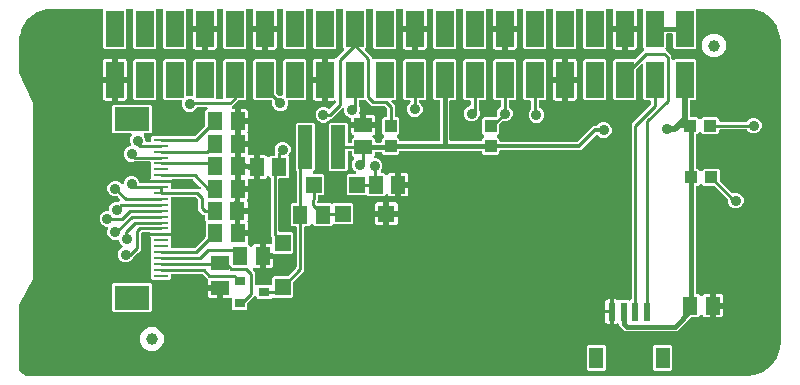
<source format=gbr>
G04 EAGLE Gerber RS-274X export*
G75*
%MOMM*%
%FSLAX34Y34*%
%LPD*%
%INTop Copper*%
%IPPOS*%
%AMOC8*
5,1,8,0,0,1.08239X$1,22.5*%
G01*
%ADD10C,1.000000*%
%ADD11R,1.500000X1.240000*%
%ADD12R,1.240000X1.500000*%
%ADD13R,3.000000X2.000000*%
%ADD14R,1.250000X0.275000*%
%ADD15R,1.400000X1.400000*%
%ADD16R,1.200000X3.700000*%
%ADD17R,1.500000X1.200000*%
%ADD18R,0.900000X0.800000*%
%ADD19R,1.000000X1.075000*%
%ADD20R,1.075000X1.000000*%
%ADD21R,1.524000X3.048000*%
%ADD22R,0.600000X1.550000*%
%ADD23R,1.200000X1.800000*%
%ADD24C,0.906400*%
%ADD25C,0.254000*%
%ADD26C,0.406400*%
%ADD27C,0.304800*%
%ADD28C,0.508000*%

G36*
X505087Y-30952D02*
X505087Y-30952D01*
X505165Y-30950D01*
X509262Y-30628D01*
X509329Y-30614D01*
X509398Y-30610D01*
X509554Y-30570D01*
X517347Y-28038D01*
X517455Y-27987D01*
X517565Y-27944D01*
X517616Y-27911D01*
X517635Y-27902D01*
X517651Y-27889D01*
X517701Y-27857D01*
X524330Y-23041D01*
X524417Y-22960D01*
X524508Y-22884D01*
X524547Y-22837D01*
X524562Y-22823D01*
X524573Y-22806D01*
X524611Y-22760D01*
X529427Y-16131D01*
X529485Y-16027D01*
X529548Y-15927D01*
X529571Y-15870D01*
X529581Y-15852D01*
X529586Y-15833D01*
X529608Y-15777D01*
X532140Y-7984D01*
X532153Y-7916D01*
X532175Y-7851D01*
X532198Y-7692D01*
X532520Y-3595D01*
X532519Y-3573D01*
X532524Y-3495D01*
X532524Y252505D01*
X532522Y252527D01*
X532520Y252605D01*
X532198Y256702D01*
X532184Y256769D01*
X532180Y256838D01*
X532140Y256994D01*
X529608Y264787D01*
X529557Y264895D01*
X529514Y265005D01*
X529481Y265056D01*
X529472Y265075D01*
X529459Y265091D01*
X529427Y265141D01*
X524611Y271770D01*
X524530Y271857D01*
X524454Y271948D01*
X524407Y271987D01*
X524393Y272002D01*
X524376Y272013D01*
X524330Y272051D01*
X517701Y276867D01*
X517597Y276925D01*
X517497Y276988D01*
X517440Y277011D01*
X517422Y277021D01*
X517403Y277026D01*
X517347Y277048D01*
X509554Y279580D01*
X509486Y279593D01*
X509421Y279615D01*
X509262Y279638D01*
X505165Y279960D01*
X505143Y279959D01*
X505065Y279964D01*
X462087Y279964D01*
X461969Y279949D01*
X461850Y279942D01*
X461812Y279929D01*
X461771Y279924D01*
X461661Y279881D01*
X461548Y279844D01*
X461513Y279822D01*
X461476Y279807D01*
X461380Y279738D01*
X461279Y279674D01*
X461251Y279644D01*
X461218Y279621D01*
X461142Y279529D01*
X461061Y279442D01*
X461041Y279407D01*
X461016Y279376D01*
X460965Y279268D01*
X460907Y279164D01*
X460897Y279124D01*
X460880Y279088D01*
X460858Y278971D01*
X460828Y278856D01*
X460824Y278796D01*
X460820Y278776D01*
X460822Y278755D01*
X460818Y278695D01*
X460818Y246997D01*
X459627Y245806D01*
X442703Y245806D01*
X441512Y246997D01*
X441512Y257745D01*
X441497Y257863D01*
X441490Y257982D01*
X441477Y258020D01*
X441472Y258061D01*
X441429Y258171D01*
X441392Y258284D01*
X441370Y258319D01*
X441355Y258356D01*
X441286Y258452D01*
X441222Y258553D01*
X441192Y258581D01*
X441169Y258614D01*
X441077Y258690D01*
X440990Y258771D01*
X440955Y258791D01*
X440924Y258816D01*
X440816Y258867D01*
X440712Y258925D01*
X440672Y258935D01*
X440636Y258952D01*
X440519Y258974D01*
X440404Y259004D01*
X440344Y259008D01*
X440324Y259012D01*
X440303Y259010D01*
X440243Y259014D01*
X436687Y259014D01*
X436569Y258999D01*
X436450Y258992D01*
X436412Y258979D01*
X436371Y258974D01*
X436261Y258931D01*
X436148Y258894D01*
X436113Y258872D01*
X436076Y258857D01*
X435980Y258788D01*
X435879Y258724D01*
X435851Y258694D01*
X435818Y258671D01*
X435742Y258579D01*
X435661Y258492D01*
X435641Y258457D01*
X435616Y258426D01*
X435565Y258318D01*
X435507Y258214D01*
X435497Y258174D01*
X435480Y258138D01*
X435458Y258021D01*
X435428Y257906D01*
X435424Y257846D01*
X435420Y257826D01*
X435422Y257805D01*
X435418Y257745D01*
X435418Y246997D01*
X435263Y246843D01*
X435190Y246748D01*
X435111Y246659D01*
X435093Y246623D01*
X435068Y246591D01*
X435021Y246482D01*
X434967Y246376D01*
X434958Y246337D01*
X434942Y246299D01*
X434923Y246182D01*
X434897Y246066D01*
X434898Y246025D01*
X434892Y245985D01*
X434903Y245867D01*
X434907Y245748D01*
X434918Y245709D01*
X434922Y245669D01*
X434962Y245557D01*
X434995Y245442D01*
X435016Y245408D01*
X435030Y245369D01*
X435097Y245271D01*
X435157Y245168D01*
X435197Y245123D01*
X435208Y245106D01*
X435223Y245093D01*
X435263Y245048D01*
X437683Y242627D01*
X439990Y240321D01*
X439990Y237523D01*
X440007Y237385D01*
X440020Y237246D01*
X440027Y237227D01*
X440030Y237207D01*
X440081Y237078D01*
X440128Y236947D01*
X440139Y236930D01*
X440147Y236911D01*
X440228Y236799D01*
X440306Y236684D01*
X440322Y236671D01*
X440333Y236654D01*
X440441Y236565D01*
X440545Y236473D01*
X440563Y236464D01*
X440578Y236451D01*
X440704Y236392D01*
X440828Y236329D01*
X440848Y236324D01*
X440866Y236316D01*
X441003Y236290D01*
X441138Y236259D01*
X441159Y236260D01*
X441178Y236256D01*
X441317Y236265D01*
X441456Y236269D01*
X441476Y236274D01*
X441496Y236276D01*
X441628Y236318D01*
X441762Y236357D01*
X441779Y236368D01*
X441798Y236374D01*
X441916Y236448D01*
X442036Y236519D01*
X442057Y236537D01*
X442067Y236544D01*
X442081Y236559D01*
X442156Y236625D01*
X442703Y237172D01*
X459627Y237172D01*
X460818Y235981D01*
X460818Y203817D01*
X459627Y202626D01*
X457007Y202626D01*
X456889Y202611D01*
X456770Y202604D01*
X456732Y202591D01*
X456691Y202586D01*
X456581Y202543D01*
X456468Y202506D01*
X456433Y202484D01*
X456396Y202469D01*
X456300Y202400D01*
X456199Y202336D01*
X456171Y202306D01*
X456138Y202283D01*
X456062Y202191D01*
X455981Y202104D01*
X455961Y202069D01*
X455936Y202038D01*
X455885Y201930D01*
X455827Y201826D01*
X455817Y201786D01*
X455800Y201750D01*
X455778Y201633D01*
X455748Y201518D01*
X455744Y201458D01*
X455740Y201438D01*
X455742Y201417D01*
X455740Y201400D01*
X455740Y201399D01*
X455740Y201398D01*
X455738Y201357D01*
X455738Y189277D01*
X455753Y189159D01*
X455760Y189040D01*
X455773Y189002D01*
X455778Y188961D01*
X455821Y188851D01*
X455858Y188738D01*
X455880Y188703D01*
X455895Y188666D01*
X455964Y188570D01*
X456028Y188469D01*
X456058Y188441D01*
X456081Y188408D01*
X456173Y188332D01*
X456260Y188251D01*
X456295Y188231D01*
X456326Y188206D01*
X456434Y188155D01*
X456538Y188097D01*
X456578Y188087D01*
X456614Y188070D01*
X456731Y188048D01*
X456846Y188018D01*
X456906Y188014D01*
X456926Y188010D01*
X456947Y188012D01*
X457007Y188008D01*
X461712Y188008D01*
X463098Y186622D01*
X463192Y186549D01*
X463281Y186470D01*
X463317Y186452D01*
X463349Y186427D01*
X463458Y186380D01*
X463564Y186326D01*
X463603Y186317D01*
X463641Y186301D01*
X463758Y186282D01*
X463874Y186256D01*
X463915Y186257D01*
X463955Y186251D01*
X464073Y186262D01*
X464192Y186266D01*
X464231Y186277D01*
X464271Y186281D01*
X464383Y186321D01*
X464498Y186354D01*
X464533Y186375D01*
X464571Y186388D01*
X464669Y186455D01*
X464772Y186516D01*
X464817Y186556D01*
X464834Y186567D01*
X464847Y186582D01*
X464893Y186622D01*
X466278Y188008D01*
X478712Y188008D01*
X479903Y186817D01*
X479903Y185547D01*
X479918Y185429D01*
X479925Y185310D01*
X479938Y185272D01*
X479943Y185231D01*
X479986Y185121D01*
X480023Y185008D01*
X480045Y184973D01*
X480060Y184936D01*
X480129Y184840D01*
X480193Y184739D01*
X480223Y184711D01*
X480246Y184678D01*
X480338Y184602D01*
X480425Y184521D01*
X480460Y184501D01*
X480491Y184476D01*
X480599Y184425D01*
X480703Y184367D01*
X480743Y184357D01*
X480779Y184340D01*
X480896Y184318D01*
X481011Y184288D01*
X481071Y184284D01*
X481091Y184280D01*
X481112Y184282D01*
X481172Y184278D01*
X503208Y184278D01*
X503306Y184290D01*
X503405Y184293D01*
X503463Y184310D01*
X503524Y184318D01*
X503616Y184354D01*
X503711Y184382D01*
X503763Y184412D01*
X503819Y184435D01*
X503899Y184493D01*
X503985Y184543D01*
X504060Y184609D01*
X504077Y184621D01*
X504084Y184631D01*
X504106Y184649D01*
X505996Y186540D01*
X508409Y187540D01*
X511021Y187540D01*
X513434Y186540D01*
X515280Y184694D01*
X516280Y182281D01*
X516280Y179669D01*
X515280Y177256D01*
X513434Y175410D01*
X511021Y174410D01*
X508409Y174410D01*
X505996Y175410D01*
X504106Y177301D01*
X504027Y177361D01*
X503955Y177429D01*
X503902Y177458D01*
X503854Y177495D01*
X503763Y177535D01*
X503677Y177583D01*
X503618Y177598D01*
X503562Y177622D01*
X503464Y177637D01*
X503369Y177662D01*
X503269Y177668D01*
X503248Y177672D01*
X503236Y177670D01*
X503208Y177672D01*
X481172Y177672D01*
X481054Y177657D01*
X480935Y177650D01*
X480897Y177637D01*
X480856Y177632D01*
X480746Y177589D01*
X480633Y177552D01*
X480598Y177530D01*
X480561Y177515D01*
X480465Y177446D01*
X480364Y177382D01*
X480336Y177352D01*
X480303Y177329D01*
X480227Y177237D01*
X480146Y177150D01*
X480126Y177115D01*
X480101Y177084D01*
X480050Y176976D01*
X479992Y176872D01*
X479982Y176832D01*
X479965Y176796D01*
X479943Y176679D01*
X479913Y176564D01*
X479909Y176504D01*
X479905Y176484D01*
X479907Y176463D01*
X479903Y176403D01*
X479903Y175133D01*
X478712Y173942D01*
X466278Y173942D01*
X464893Y175328D01*
X464798Y175401D01*
X464709Y175480D01*
X464673Y175498D01*
X464641Y175523D01*
X464532Y175570D01*
X464426Y175624D01*
X464387Y175633D01*
X464349Y175649D01*
X464232Y175668D01*
X464116Y175694D01*
X464075Y175693D01*
X464035Y175699D01*
X463917Y175688D01*
X463798Y175684D01*
X463759Y175673D01*
X463719Y175669D01*
X463606Y175629D01*
X463492Y175596D01*
X463458Y175575D01*
X463419Y175562D01*
X463321Y175495D01*
X463218Y175434D01*
X463173Y175394D01*
X463156Y175383D01*
X463143Y175368D01*
X463098Y175328D01*
X461693Y173923D01*
X461642Y173920D01*
X461604Y173907D01*
X461563Y173902D01*
X461453Y173859D01*
X461340Y173822D01*
X461305Y173800D01*
X461268Y173785D01*
X461172Y173716D01*
X461071Y173652D01*
X461043Y173622D01*
X461010Y173599D01*
X460934Y173507D01*
X460853Y173420D01*
X460833Y173385D01*
X460808Y173354D01*
X460757Y173246D01*
X460699Y173142D01*
X460689Y173102D01*
X460672Y173066D01*
X460650Y172949D01*
X460620Y172834D01*
X460616Y172774D01*
X460612Y172754D01*
X460614Y172733D01*
X460610Y172673D01*
X460610Y145347D01*
X460625Y145228D01*
X460632Y145110D01*
X460645Y145072D01*
X460650Y145031D01*
X460693Y144921D01*
X460730Y144808D01*
X460752Y144773D01*
X460767Y144736D01*
X460836Y144640D01*
X460900Y144539D01*
X460930Y144511D01*
X460953Y144478D01*
X461045Y144402D01*
X461132Y144321D01*
X461167Y144301D01*
X461198Y144276D01*
X461306Y144225D01*
X461410Y144167D01*
X461450Y144157D01*
X461486Y144140D01*
X461603Y144118D01*
X461718Y144088D01*
X461778Y144084D01*
X461798Y144080D01*
X461819Y144082D01*
X461879Y144078D01*
X462762Y144078D01*
X464148Y142692D01*
X464242Y142619D01*
X464331Y142540D01*
X464367Y142522D01*
X464399Y142497D01*
X464508Y142450D01*
X464614Y142396D01*
X464653Y142387D01*
X464691Y142371D01*
X464808Y142352D01*
X464924Y142326D01*
X464965Y142327D01*
X465005Y142321D01*
X465123Y142332D01*
X465242Y142336D01*
X465281Y142347D01*
X465321Y142351D01*
X465433Y142391D01*
X465548Y142424D01*
X465583Y142445D01*
X465621Y142458D01*
X465719Y142525D01*
X465822Y142586D01*
X465867Y142626D01*
X465884Y142637D01*
X465897Y142652D01*
X465943Y142692D01*
X467328Y144078D01*
X479762Y144078D01*
X480953Y142887D01*
X480953Y134834D01*
X480965Y134736D01*
X480968Y134637D01*
X480985Y134578D01*
X480993Y134518D01*
X481029Y134426D01*
X481057Y134331D01*
X481087Y134279D01*
X481110Y134223D01*
X481168Y134143D01*
X481218Y134057D01*
X481284Y133982D01*
X481296Y133965D01*
X481306Y133957D01*
X481324Y133936D01*
X491192Y124069D01*
X491215Y124051D01*
X491234Y124028D01*
X491341Y123953D01*
X491443Y123874D01*
X491470Y123862D01*
X491494Y123845D01*
X491616Y123799D01*
X491735Y123748D01*
X491764Y123743D01*
X491792Y123732D01*
X491921Y123718D01*
X492049Y123698D01*
X492079Y123700D01*
X492108Y123697D01*
X492236Y123715D01*
X492366Y123727D01*
X492394Y123737D01*
X492423Y123742D01*
X492575Y123794D01*
X493169Y124040D01*
X495781Y124040D01*
X498194Y123040D01*
X500040Y121194D01*
X501040Y118781D01*
X501040Y116169D01*
X500040Y113756D01*
X498194Y111910D01*
X495781Y110910D01*
X493169Y110910D01*
X490756Y111910D01*
X488910Y113756D01*
X487910Y116169D01*
X487910Y117483D01*
X487898Y117581D01*
X487895Y117680D01*
X487878Y117739D01*
X487870Y117799D01*
X487834Y117891D01*
X487806Y117986D01*
X487776Y118038D01*
X487753Y118094D01*
X487695Y118174D01*
X487645Y118260D01*
X487579Y118335D01*
X487567Y118352D01*
X487557Y118360D01*
X487539Y118381D01*
X476279Y129641D01*
X476200Y129701D01*
X476128Y129769D01*
X476075Y129798D01*
X476027Y129835D01*
X475936Y129875D01*
X475850Y129923D01*
X475791Y129938D01*
X475736Y129962D01*
X475638Y129977D01*
X475542Y130002D01*
X475442Y130008D01*
X475421Y130012D01*
X475409Y130010D01*
X475381Y130012D01*
X467328Y130012D01*
X465943Y131398D01*
X465848Y131471D01*
X465759Y131550D01*
X465723Y131568D01*
X465691Y131593D01*
X465582Y131640D01*
X465476Y131694D01*
X465437Y131703D01*
X465399Y131719D01*
X465282Y131738D01*
X465166Y131764D01*
X465125Y131763D01*
X465085Y131769D01*
X464967Y131758D01*
X464848Y131754D01*
X464809Y131743D01*
X464769Y131739D01*
X464656Y131699D01*
X464542Y131666D01*
X464508Y131645D01*
X464469Y131632D01*
X464371Y131565D01*
X464268Y131504D01*
X464223Y131464D01*
X464206Y131453D01*
X464193Y131438D01*
X464148Y131398D01*
X462762Y130012D01*
X461879Y130012D01*
X461761Y129997D01*
X461642Y129990D01*
X461604Y129977D01*
X461563Y129972D01*
X461453Y129929D01*
X461340Y129892D01*
X461305Y129870D01*
X461268Y129855D01*
X461172Y129786D01*
X461071Y129722D01*
X461043Y129692D01*
X461010Y129669D01*
X460934Y129577D01*
X460853Y129490D01*
X460833Y129455D01*
X460808Y129424D01*
X460757Y129316D01*
X460699Y129212D01*
X460689Y129172D01*
X460672Y129136D01*
X460650Y129019D01*
X460620Y128904D01*
X460616Y128844D01*
X460612Y128824D01*
X460614Y128803D01*
X460610Y128743D01*
X460610Y39377D01*
X460625Y39259D01*
X460632Y39140D01*
X460645Y39102D01*
X460650Y39061D01*
X460693Y38951D01*
X460730Y38838D01*
X460752Y38803D01*
X460767Y38766D01*
X460836Y38670D01*
X460900Y38569D01*
X460930Y38541D01*
X460953Y38508D01*
X461045Y38432D01*
X461132Y38351D01*
X461167Y38331D01*
X461198Y38306D01*
X461306Y38255D01*
X461410Y38197D01*
X461450Y38187D01*
X461486Y38170D01*
X461603Y38148D01*
X461718Y38118D01*
X461778Y38114D01*
X461798Y38110D01*
X461819Y38112D01*
X461879Y38108D01*
X462997Y38108D01*
X464362Y36743D01*
X464461Y36666D01*
X464556Y36584D01*
X464586Y36569D01*
X464613Y36548D01*
X464728Y36498D01*
X464841Y36442D01*
X464874Y36435D01*
X464905Y36422D01*
X465029Y36402D01*
X465152Y36376D01*
X465186Y36377D01*
X465219Y36372D01*
X465344Y36383D01*
X465470Y36389D01*
X465502Y36398D01*
X465536Y36402D01*
X465654Y36444D01*
X465774Y36480D01*
X465803Y36498D01*
X465835Y36509D01*
X465939Y36580D01*
X466047Y36645D01*
X466070Y36669D01*
X466098Y36688D01*
X466181Y36782D01*
X466269Y36872D01*
X466296Y36912D01*
X466309Y36926D01*
X466319Y36946D01*
X466359Y37006D01*
X466722Y37635D01*
X467195Y38108D01*
X467774Y38443D01*
X468421Y38616D01*
X472416Y38616D01*
X472416Y29845D01*
X472431Y29727D01*
X472438Y29608D01*
X472451Y29570D01*
X472456Y29530D01*
X472499Y29419D01*
X472536Y29306D01*
X472558Y29271D01*
X472573Y29234D01*
X472643Y29138D01*
X472706Y29037D01*
X472736Y29009D01*
X472760Y28977D01*
X472851Y28901D01*
X472938Y28819D01*
X472973Y28800D01*
X473004Y28774D01*
X473112Y28723D01*
X473216Y28666D01*
X473256Y28655D01*
X473292Y28638D01*
X473409Y28616D01*
X473524Y28586D01*
X473585Y28582D01*
X473605Y28578D01*
X473625Y28580D01*
X473685Y28576D01*
X474956Y28576D01*
X474956Y28574D01*
X473685Y28574D01*
X473567Y28559D01*
X473448Y28552D01*
X473410Y28539D01*
X473370Y28534D01*
X473259Y28490D01*
X473146Y28454D01*
X473111Y28432D01*
X473074Y28417D01*
X472978Y28347D01*
X472877Y28284D01*
X472849Y28254D01*
X472816Y28230D01*
X472741Y28139D01*
X472659Y28052D01*
X472639Y28017D01*
X472614Y27985D01*
X472563Y27878D01*
X472505Y27774D01*
X472495Y27734D01*
X472478Y27698D01*
X472456Y27581D01*
X472426Y27466D01*
X472422Y27405D01*
X472418Y27385D01*
X472420Y27365D01*
X472416Y27305D01*
X472416Y18534D01*
X468421Y18534D01*
X467774Y18707D01*
X467195Y19042D01*
X466722Y19515D01*
X466359Y20144D01*
X466283Y20244D01*
X466212Y20348D01*
X466187Y20371D01*
X466166Y20398D01*
X466068Y20476D01*
X465974Y20559D01*
X465944Y20574D01*
X465917Y20595D01*
X465802Y20646D01*
X465690Y20704D01*
X465657Y20711D01*
X465627Y20725D01*
X465502Y20746D01*
X465380Y20773D01*
X465346Y20772D01*
X465313Y20778D01*
X465188Y20767D01*
X465062Y20764D01*
X465030Y20754D01*
X464996Y20751D01*
X464877Y20710D01*
X464757Y20675D01*
X464728Y20658D01*
X464696Y20647D01*
X464591Y20577D01*
X464483Y20514D01*
X464446Y20481D01*
X464431Y20471D01*
X464416Y20455D01*
X464362Y20407D01*
X462997Y19042D01*
X457116Y19042D01*
X457018Y19030D01*
X456919Y19027D01*
X456861Y19010D01*
X456801Y19002D01*
X456709Y18966D01*
X456614Y18938D01*
X456562Y18908D01*
X456505Y18885D01*
X456425Y18827D01*
X456340Y18777D01*
X456264Y18711D01*
X456248Y18699D01*
X456240Y18689D01*
X456219Y18671D01*
X444279Y6730D01*
X400271Y6730D01*
X395430Y11571D01*
X395430Y12268D01*
X395414Y12399D01*
X395403Y12531D01*
X395394Y12556D01*
X395390Y12583D01*
X395342Y12706D01*
X395298Y12831D01*
X395283Y12854D01*
X395273Y12879D01*
X395196Y12986D01*
X395122Y13096D01*
X395102Y13114D01*
X395087Y13136D01*
X394984Y13221D01*
X394886Y13309D01*
X394862Y13322D01*
X394842Y13339D01*
X394722Y13395D01*
X394604Y13457D01*
X394578Y13463D01*
X394554Y13474D01*
X394424Y13499D01*
X394295Y13530D01*
X394268Y13529D01*
X394242Y13534D01*
X394110Y13526D01*
X393977Y13523D01*
X393951Y13516D01*
X393924Y13514D01*
X393798Y13474D01*
X393671Y13438D01*
X393636Y13421D01*
X393622Y13416D01*
X393603Y13405D01*
X393526Y13367D01*
X393476Y13337D01*
X392829Y13164D01*
X390994Y13164D01*
X390994Y23225D01*
X390979Y23343D01*
X390972Y23462D01*
X390970Y23469D01*
X390984Y23525D01*
X390988Y23585D01*
X390992Y23605D01*
X390990Y23625D01*
X390994Y23685D01*
X390994Y33746D01*
X392829Y33746D01*
X393476Y33573D01*
X394126Y33197D01*
X394140Y33185D01*
X394176Y33166D01*
X394207Y33142D01*
X394317Y33094D01*
X394423Y33040D01*
X394462Y33031D01*
X394499Y33015D01*
X394617Y32997D01*
X394734Y32970D01*
X394773Y32972D01*
X394813Y32965D01*
X394932Y32976D01*
X395052Y32980D01*
X395090Y32991D01*
X395130Y32995D01*
X395242Y33035D01*
X395357Y33068D01*
X395391Y33089D01*
X395429Y33102D01*
X395528Y33169D01*
X395631Y33230D01*
X395640Y33238D01*
X403337Y33238D01*
X403597Y32977D01*
X403692Y32904D01*
X403781Y32825D01*
X403817Y32807D01*
X403849Y32782D01*
X403958Y32735D01*
X404064Y32681D01*
X404103Y32672D01*
X404141Y32656D01*
X404258Y32637D01*
X404374Y32611D01*
X404415Y32612D01*
X404455Y32606D01*
X404573Y32617D01*
X404692Y32621D01*
X404731Y32632D01*
X404771Y32636D01*
X404883Y32676D01*
X404998Y32709D01*
X405033Y32730D01*
X405071Y32743D01*
X405169Y32810D01*
X405272Y32871D01*
X405317Y32911D01*
X405334Y32922D01*
X405347Y32937D01*
X405392Y32977D01*
X405821Y33405D01*
X405881Y33484D01*
X405949Y33556D01*
X405978Y33609D01*
X406015Y33657D01*
X406055Y33747D01*
X406103Y33834D01*
X406118Y33893D01*
X406142Y33948D01*
X406157Y34046D01*
X406182Y34142D01*
X406188Y34242D01*
X406192Y34262D01*
X406190Y34275D01*
X406192Y34303D01*
X406192Y182263D01*
X422091Y198161D01*
X422151Y198240D01*
X422219Y198312D01*
X422248Y198365D01*
X422285Y198413D01*
X422325Y198504D01*
X422373Y198590D01*
X422388Y198649D01*
X422412Y198704D01*
X422427Y198802D01*
X422452Y198898D01*
X422458Y198998D01*
X422462Y199019D01*
X422460Y199031D01*
X422462Y199059D01*
X422462Y201357D01*
X422447Y201475D01*
X422440Y201594D01*
X422427Y201632D01*
X422422Y201673D01*
X422379Y201783D01*
X422342Y201896D01*
X422320Y201931D01*
X422305Y201968D01*
X422236Y202064D01*
X422172Y202165D01*
X422142Y202193D01*
X422119Y202226D01*
X422027Y202302D01*
X421940Y202383D01*
X421905Y202403D01*
X421874Y202428D01*
X421766Y202479D01*
X421662Y202537D01*
X421622Y202547D01*
X421586Y202564D01*
X421469Y202586D01*
X421354Y202616D01*
X421294Y202620D01*
X421274Y202624D01*
X421253Y202622D01*
X421193Y202626D01*
X417303Y202626D01*
X416112Y203817D01*
X416112Y231847D01*
X416095Y231985D01*
X416082Y232124D01*
X416075Y232143D01*
X416072Y232163D01*
X416021Y232292D01*
X415974Y232423D01*
X415963Y232440D01*
X415955Y232458D01*
X415874Y232571D01*
X415796Y232686D01*
X415780Y232699D01*
X415769Y232716D01*
X415661Y232805D01*
X415557Y232897D01*
X415539Y232906D01*
X415524Y232919D01*
X415398Y232978D01*
X415274Y233041D01*
X415254Y233046D01*
X415236Y233054D01*
X415100Y233080D01*
X414964Y233111D01*
X414943Y233110D01*
X414924Y233114D01*
X414785Y233105D01*
X414646Y233101D01*
X414626Y233095D01*
X414606Y233094D01*
X414474Y233051D01*
X414340Y233013D01*
X414323Y233002D01*
X414304Y232996D01*
X414186Y232922D01*
X414066Y232851D01*
X414045Y232833D01*
X414035Y232826D01*
X414021Y232811D01*
X413946Y232745D01*
X410389Y229189D01*
X410329Y229110D01*
X410261Y229038D01*
X410232Y228985D01*
X410195Y228937D01*
X410155Y228846D01*
X410107Y228760D01*
X410092Y228701D01*
X410068Y228646D01*
X410053Y228548D01*
X410028Y228452D01*
X410022Y228352D01*
X410018Y228332D01*
X410020Y228319D01*
X410018Y228291D01*
X410018Y203817D01*
X408827Y202626D01*
X391903Y202626D01*
X390712Y203817D01*
X390712Y235981D01*
X391903Y237172D01*
X408505Y237172D01*
X408603Y237184D01*
X408702Y237187D01*
X408761Y237204D01*
X408821Y237212D01*
X408913Y237248D01*
X409008Y237276D01*
X409060Y237306D01*
X409116Y237329D01*
X409196Y237387D01*
X409282Y237437D01*
X409357Y237503D01*
X409374Y237515D01*
X409382Y237525D01*
X409403Y237543D01*
X414791Y242931D01*
X416587Y244728D01*
X416660Y244822D01*
X416739Y244911D01*
X416757Y244947D01*
X416782Y244979D01*
X416829Y245088D01*
X416883Y245194D01*
X416892Y245233D01*
X416908Y245271D01*
X416927Y245388D01*
X416953Y245504D01*
X416952Y245545D01*
X416958Y245585D01*
X416947Y245703D01*
X416943Y245822D01*
X416932Y245861D01*
X416928Y245901D01*
X416888Y246014D01*
X416855Y246128D01*
X416834Y246163D01*
X416820Y246201D01*
X416754Y246299D01*
X416693Y246402D01*
X416653Y246447D01*
X416642Y246464D01*
X416627Y246477D01*
X416587Y246523D01*
X416112Y246997D01*
X416112Y278695D01*
X416097Y278813D01*
X416090Y278932D01*
X416077Y278970D01*
X416072Y279011D01*
X416029Y279121D01*
X415992Y279234D01*
X415970Y279269D01*
X415955Y279306D01*
X415886Y279402D01*
X415822Y279503D01*
X415792Y279531D01*
X415769Y279564D01*
X415677Y279640D01*
X415590Y279721D01*
X415555Y279741D01*
X415524Y279766D01*
X415416Y279817D01*
X415312Y279875D01*
X415272Y279885D01*
X415236Y279902D01*
X415119Y279924D01*
X415004Y279954D01*
X414944Y279958D01*
X414924Y279962D01*
X414903Y279960D01*
X414843Y279964D01*
X411795Y279964D01*
X411677Y279949D01*
X411558Y279942D01*
X411520Y279929D01*
X411479Y279924D01*
X411369Y279881D01*
X411256Y279844D01*
X411221Y279822D01*
X411184Y279807D01*
X411088Y279738D01*
X410987Y279674D01*
X410959Y279644D01*
X410926Y279621D01*
X410850Y279529D01*
X410769Y279442D01*
X410749Y279407D01*
X410724Y279376D01*
X410673Y279268D01*
X410615Y279164D01*
X410605Y279124D01*
X410588Y279088D01*
X410566Y278971D01*
X410536Y278856D01*
X410532Y278796D01*
X410528Y278776D01*
X410530Y278755D01*
X410526Y278695D01*
X410526Y265618D01*
X401635Y265618D01*
X401517Y265603D01*
X401398Y265596D01*
X401360Y265583D01*
X401320Y265578D01*
X401209Y265534D01*
X401096Y265498D01*
X401061Y265476D01*
X401024Y265461D01*
X400928Y265391D01*
X400827Y265328D01*
X400799Y265298D01*
X400767Y265274D01*
X400691Y265183D01*
X400609Y265096D01*
X400590Y265061D01*
X400564Y265029D01*
X400513Y264922D01*
X400456Y264818D01*
X400445Y264778D01*
X400428Y264742D01*
X400406Y264625D01*
X400376Y264510D01*
X400372Y264449D01*
X400368Y264429D01*
X400370Y264409D01*
X400366Y264349D01*
X400366Y263078D01*
X400364Y263078D01*
X400364Y264349D01*
X400349Y264467D01*
X400342Y264586D01*
X400329Y264624D01*
X400324Y264664D01*
X400280Y264775D01*
X400244Y264888D01*
X400222Y264923D01*
X400207Y264960D01*
X400137Y265056D01*
X400074Y265157D01*
X400044Y265185D01*
X400020Y265217D01*
X399929Y265293D01*
X399842Y265375D01*
X399807Y265394D01*
X399775Y265420D01*
X399668Y265471D01*
X399564Y265528D01*
X399524Y265539D01*
X399488Y265556D01*
X399371Y265578D01*
X399256Y265608D01*
X399195Y265612D01*
X399175Y265616D01*
X399155Y265614D01*
X399095Y265618D01*
X390204Y265618D01*
X390204Y278695D01*
X390189Y278813D01*
X390182Y278932D01*
X390169Y278970D01*
X390164Y279011D01*
X390121Y279121D01*
X390084Y279234D01*
X390062Y279269D01*
X390047Y279306D01*
X389978Y279402D01*
X389914Y279503D01*
X389884Y279531D01*
X389861Y279564D01*
X389769Y279640D01*
X389682Y279721D01*
X389647Y279741D01*
X389616Y279766D01*
X389508Y279817D01*
X389404Y279875D01*
X389364Y279885D01*
X389328Y279902D01*
X389211Y279924D01*
X389096Y279954D01*
X389036Y279958D01*
X389016Y279962D01*
X388995Y279960D01*
X388935Y279964D01*
X385887Y279964D01*
X385769Y279949D01*
X385650Y279942D01*
X385612Y279929D01*
X385571Y279924D01*
X385461Y279881D01*
X385348Y279844D01*
X385313Y279822D01*
X385276Y279807D01*
X385180Y279738D01*
X385079Y279674D01*
X385051Y279644D01*
X385018Y279621D01*
X384942Y279529D01*
X384861Y279442D01*
X384841Y279407D01*
X384816Y279376D01*
X384765Y279268D01*
X384707Y279164D01*
X384697Y279124D01*
X384680Y279088D01*
X384658Y278971D01*
X384628Y278856D01*
X384624Y278796D01*
X384620Y278776D01*
X384622Y278755D01*
X384618Y278695D01*
X384618Y246997D01*
X383427Y245806D01*
X366503Y245806D01*
X365312Y246997D01*
X365312Y278695D01*
X365297Y278813D01*
X365290Y278932D01*
X365277Y278970D01*
X365272Y279011D01*
X365229Y279121D01*
X365192Y279234D01*
X365170Y279269D01*
X365155Y279306D01*
X365086Y279402D01*
X365022Y279503D01*
X364992Y279531D01*
X364969Y279564D01*
X364877Y279640D01*
X364790Y279721D01*
X364755Y279741D01*
X364724Y279766D01*
X364616Y279817D01*
X364512Y279875D01*
X364472Y279885D01*
X364436Y279902D01*
X364319Y279924D01*
X364204Y279954D01*
X364144Y279958D01*
X364124Y279962D01*
X364103Y279960D01*
X364043Y279964D01*
X360487Y279964D01*
X360369Y279949D01*
X360250Y279942D01*
X360212Y279929D01*
X360171Y279924D01*
X360061Y279881D01*
X359948Y279844D01*
X359913Y279822D01*
X359876Y279807D01*
X359780Y279738D01*
X359679Y279674D01*
X359651Y279644D01*
X359618Y279621D01*
X359542Y279529D01*
X359461Y279442D01*
X359441Y279407D01*
X359416Y279376D01*
X359365Y279268D01*
X359307Y279164D01*
X359297Y279124D01*
X359280Y279088D01*
X359258Y278971D01*
X359228Y278856D01*
X359224Y278796D01*
X359220Y278776D01*
X359222Y278755D01*
X359218Y278695D01*
X359218Y246997D01*
X358027Y245806D01*
X341103Y245806D01*
X339912Y246997D01*
X339912Y278695D01*
X339897Y278813D01*
X339890Y278932D01*
X339877Y278970D01*
X339872Y279011D01*
X339829Y279121D01*
X339792Y279234D01*
X339770Y279269D01*
X339755Y279306D01*
X339686Y279402D01*
X339622Y279503D01*
X339592Y279531D01*
X339569Y279564D01*
X339477Y279640D01*
X339390Y279721D01*
X339355Y279741D01*
X339324Y279766D01*
X339216Y279817D01*
X339112Y279875D01*
X339072Y279885D01*
X339036Y279902D01*
X338919Y279924D01*
X338804Y279954D01*
X338744Y279958D01*
X338724Y279962D01*
X338703Y279960D01*
X338643Y279964D01*
X335087Y279964D01*
X334969Y279949D01*
X334850Y279942D01*
X334812Y279929D01*
X334771Y279924D01*
X334661Y279881D01*
X334548Y279844D01*
X334513Y279822D01*
X334476Y279807D01*
X334380Y279738D01*
X334279Y279674D01*
X334251Y279644D01*
X334218Y279621D01*
X334142Y279529D01*
X334061Y279442D01*
X334041Y279407D01*
X334016Y279376D01*
X333965Y279268D01*
X333907Y279164D01*
X333897Y279124D01*
X333880Y279088D01*
X333858Y278971D01*
X333828Y278856D01*
X333824Y278796D01*
X333820Y278776D01*
X333822Y278755D01*
X333818Y278695D01*
X333818Y246997D01*
X332627Y245806D01*
X315703Y245806D01*
X314512Y246997D01*
X314512Y278695D01*
X314497Y278813D01*
X314490Y278932D01*
X314477Y278970D01*
X314472Y279011D01*
X314429Y279121D01*
X314392Y279234D01*
X314370Y279269D01*
X314355Y279306D01*
X314286Y279402D01*
X314222Y279503D01*
X314192Y279531D01*
X314169Y279564D01*
X314077Y279640D01*
X313990Y279721D01*
X313955Y279741D01*
X313924Y279766D01*
X313816Y279817D01*
X313712Y279875D01*
X313672Y279885D01*
X313636Y279902D01*
X313519Y279924D01*
X313404Y279954D01*
X313344Y279958D01*
X313324Y279962D01*
X313303Y279960D01*
X313243Y279964D01*
X310195Y279964D01*
X310077Y279949D01*
X309958Y279942D01*
X309920Y279929D01*
X309879Y279924D01*
X309769Y279881D01*
X309656Y279844D01*
X309621Y279822D01*
X309584Y279807D01*
X309488Y279738D01*
X309387Y279674D01*
X309359Y279644D01*
X309326Y279621D01*
X309250Y279529D01*
X309169Y279442D01*
X309149Y279407D01*
X309124Y279376D01*
X309073Y279268D01*
X309015Y279164D01*
X309005Y279124D01*
X308988Y279088D01*
X308966Y278971D01*
X308936Y278856D01*
X308932Y278796D01*
X308928Y278776D01*
X308930Y278755D01*
X308926Y278695D01*
X308926Y265618D01*
X300035Y265618D01*
X299917Y265603D01*
X299798Y265596D01*
X299760Y265583D01*
X299720Y265578D01*
X299609Y265534D01*
X299496Y265498D01*
X299461Y265476D01*
X299424Y265461D01*
X299328Y265391D01*
X299227Y265328D01*
X299199Y265298D01*
X299167Y265274D01*
X299091Y265183D01*
X299009Y265096D01*
X298990Y265061D01*
X298964Y265029D01*
X298913Y264922D01*
X298856Y264818D01*
X298845Y264778D01*
X298828Y264742D01*
X298806Y264625D01*
X298776Y264510D01*
X298772Y264449D01*
X298768Y264429D01*
X298770Y264409D01*
X298766Y264349D01*
X298766Y263078D01*
X298764Y263078D01*
X298764Y264349D01*
X298749Y264467D01*
X298742Y264586D01*
X298729Y264624D01*
X298724Y264664D01*
X298680Y264775D01*
X298644Y264888D01*
X298622Y264923D01*
X298607Y264960D01*
X298537Y265056D01*
X298474Y265157D01*
X298444Y265185D01*
X298420Y265217D01*
X298329Y265293D01*
X298242Y265375D01*
X298207Y265394D01*
X298175Y265420D01*
X298068Y265471D01*
X297964Y265528D01*
X297924Y265539D01*
X297888Y265556D01*
X297771Y265578D01*
X297656Y265608D01*
X297595Y265612D01*
X297575Y265616D01*
X297555Y265614D01*
X297495Y265618D01*
X288604Y265618D01*
X288604Y278695D01*
X288589Y278813D01*
X288582Y278932D01*
X288569Y278970D01*
X288564Y279011D01*
X288521Y279121D01*
X288484Y279234D01*
X288462Y279269D01*
X288447Y279306D01*
X288378Y279402D01*
X288314Y279503D01*
X288284Y279531D01*
X288261Y279564D01*
X288169Y279640D01*
X288082Y279721D01*
X288047Y279741D01*
X288016Y279766D01*
X287908Y279817D01*
X287804Y279875D01*
X287764Y279885D01*
X287728Y279902D01*
X287611Y279924D01*
X287496Y279954D01*
X287436Y279958D01*
X287416Y279962D01*
X287395Y279960D01*
X287335Y279964D01*
X284287Y279964D01*
X284169Y279949D01*
X284050Y279942D01*
X284012Y279929D01*
X283971Y279924D01*
X283861Y279881D01*
X283748Y279844D01*
X283713Y279822D01*
X283676Y279807D01*
X283580Y279738D01*
X283479Y279674D01*
X283451Y279644D01*
X283418Y279621D01*
X283342Y279529D01*
X283261Y279442D01*
X283241Y279407D01*
X283216Y279376D01*
X283165Y279268D01*
X283107Y279164D01*
X283097Y279124D01*
X283080Y279088D01*
X283058Y278971D01*
X283028Y278856D01*
X283024Y278796D01*
X283020Y278776D01*
X283022Y278755D01*
X283018Y278695D01*
X283018Y246997D01*
X281827Y245806D01*
X264903Y245806D01*
X263712Y246997D01*
X263712Y278695D01*
X263697Y278813D01*
X263690Y278932D01*
X263677Y278970D01*
X263672Y279011D01*
X263629Y279121D01*
X263592Y279234D01*
X263570Y279269D01*
X263555Y279306D01*
X263486Y279402D01*
X263422Y279503D01*
X263392Y279531D01*
X263369Y279564D01*
X263277Y279640D01*
X263190Y279721D01*
X263155Y279741D01*
X263124Y279766D01*
X263016Y279817D01*
X262912Y279875D01*
X262872Y279885D01*
X262836Y279902D01*
X262719Y279924D01*
X262604Y279954D01*
X262544Y279958D01*
X262524Y279962D01*
X262503Y279960D01*
X262443Y279964D01*
X258887Y279964D01*
X258769Y279949D01*
X258650Y279942D01*
X258612Y279929D01*
X258571Y279924D01*
X258461Y279881D01*
X258348Y279844D01*
X258313Y279822D01*
X258276Y279807D01*
X258180Y279738D01*
X258079Y279674D01*
X258051Y279644D01*
X258018Y279621D01*
X257942Y279529D01*
X257861Y279442D01*
X257841Y279407D01*
X257816Y279376D01*
X257765Y279268D01*
X257707Y279164D01*
X257697Y279124D01*
X257680Y279088D01*
X257658Y278971D01*
X257628Y278856D01*
X257624Y278796D01*
X257620Y278776D01*
X257622Y278755D01*
X257618Y278695D01*
X257618Y246997D01*
X256427Y245806D01*
X239503Y245806D01*
X238312Y246997D01*
X238312Y278695D01*
X238297Y278813D01*
X238290Y278932D01*
X238277Y278970D01*
X238272Y279011D01*
X238229Y279121D01*
X238192Y279234D01*
X238170Y279269D01*
X238155Y279306D01*
X238086Y279402D01*
X238022Y279503D01*
X237992Y279531D01*
X237969Y279564D01*
X237877Y279640D01*
X237790Y279721D01*
X237755Y279741D01*
X237724Y279766D01*
X237616Y279817D01*
X237512Y279875D01*
X237472Y279885D01*
X237436Y279902D01*
X237319Y279924D01*
X237204Y279954D01*
X237144Y279958D01*
X237124Y279962D01*
X237103Y279960D01*
X237043Y279964D01*
X233995Y279964D01*
X233877Y279949D01*
X233758Y279942D01*
X233720Y279929D01*
X233679Y279924D01*
X233569Y279881D01*
X233456Y279844D01*
X233421Y279822D01*
X233384Y279807D01*
X233288Y279738D01*
X233187Y279674D01*
X233159Y279644D01*
X233126Y279621D01*
X233050Y279529D01*
X232969Y279442D01*
X232949Y279407D01*
X232924Y279376D01*
X232873Y279268D01*
X232815Y279164D01*
X232805Y279124D01*
X232788Y279088D01*
X232766Y278971D01*
X232736Y278856D01*
X232732Y278796D01*
X232728Y278776D01*
X232730Y278755D01*
X232726Y278695D01*
X232726Y265618D01*
X223835Y265618D01*
X223717Y265603D01*
X223598Y265596D01*
X223560Y265583D01*
X223520Y265578D01*
X223409Y265534D01*
X223296Y265498D01*
X223261Y265476D01*
X223224Y265461D01*
X223128Y265391D01*
X223027Y265328D01*
X222999Y265298D01*
X222967Y265274D01*
X222891Y265183D01*
X222809Y265096D01*
X222790Y265061D01*
X222764Y265029D01*
X222713Y264922D01*
X222656Y264818D01*
X222645Y264778D01*
X222628Y264742D01*
X222606Y264625D01*
X222576Y264510D01*
X222572Y264449D01*
X222568Y264429D01*
X222570Y264409D01*
X222566Y264349D01*
X222566Y263078D01*
X222564Y263078D01*
X222564Y264349D01*
X222549Y264467D01*
X222542Y264586D01*
X222529Y264624D01*
X222524Y264664D01*
X222480Y264775D01*
X222444Y264888D01*
X222422Y264923D01*
X222407Y264960D01*
X222337Y265056D01*
X222274Y265157D01*
X222244Y265185D01*
X222220Y265217D01*
X222129Y265293D01*
X222042Y265375D01*
X222007Y265394D01*
X221975Y265420D01*
X221868Y265471D01*
X221764Y265528D01*
X221724Y265539D01*
X221688Y265556D01*
X221571Y265578D01*
X221456Y265608D01*
X221395Y265612D01*
X221375Y265616D01*
X221355Y265614D01*
X221295Y265618D01*
X212404Y265618D01*
X212404Y278695D01*
X212389Y278813D01*
X212382Y278932D01*
X212369Y278970D01*
X212364Y279011D01*
X212321Y279121D01*
X212284Y279234D01*
X212262Y279269D01*
X212247Y279306D01*
X212178Y279402D01*
X212114Y279503D01*
X212084Y279531D01*
X212061Y279564D01*
X211969Y279640D01*
X211882Y279721D01*
X211847Y279741D01*
X211816Y279766D01*
X211708Y279817D01*
X211604Y279875D01*
X211564Y279885D01*
X211528Y279902D01*
X211411Y279924D01*
X211296Y279954D01*
X211236Y279958D01*
X211216Y279962D01*
X211195Y279960D01*
X211135Y279964D01*
X208087Y279964D01*
X207969Y279949D01*
X207850Y279942D01*
X207812Y279929D01*
X207771Y279924D01*
X207661Y279881D01*
X207548Y279844D01*
X207513Y279822D01*
X207476Y279807D01*
X207380Y279738D01*
X207279Y279674D01*
X207251Y279644D01*
X207218Y279621D01*
X207142Y279529D01*
X207061Y279442D01*
X207041Y279407D01*
X207016Y279376D01*
X206965Y279268D01*
X206907Y279164D01*
X206897Y279124D01*
X206880Y279088D01*
X206858Y278971D01*
X206828Y278856D01*
X206824Y278796D01*
X206820Y278776D01*
X206822Y278755D01*
X206818Y278695D01*
X206818Y246997D01*
X205627Y245806D01*
X188703Y245806D01*
X187512Y246997D01*
X187512Y278695D01*
X187497Y278813D01*
X187490Y278932D01*
X187477Y278970D01*
X187472Y279011D01*
X187429Y279121D01*
X187392Y279234D01*
X187370Y279269D01*
X187355Y279306D01*
X187286Y279402D01*
X187222Y279503D01*
X187192Y279531D01*
X187169Y279564D01*
X187077Y279640D01*
X186990Y279721D01*
X186955Y279741D01*
X186924Y279766D01*
X186816Y279817D01*
X186712Y279875D01*
X186672Y279885D01*
X186636Y279902D01*
X186519Y279924D01*
X186404Y279954D01*
X186344Y279958D01*
X186324Y279962D01*
X186303Y279960D01*
X186243Y279964D01*
X182687Y279964D01*
X182569Y279949D01*
X182450Y279942D01*
X182412Y279929D01*
X182371Y279924D01*
X182261Y279881D01*
X182148Y279844D01*
X182113Y279822D01*
X182076Y279807D01*
X181980Y279738D01*
X181879Y279674D01*
X181851Y279644D01*
X181818Y279621D01*
X181742Y279529D01*
X181661Y279442D01*
X181641Y279407D01*
X181616Y279376D01*
X181565Y279268D01*
X181507Y279164D01*
X181497Y279124D01*
X181480Y279088D01*
X181458Y278971D01*
X181428Y278856D01*
X181424Y278796D01*
X181420Y278776D01*
X181422Y278755D01*
X181418Y278695D01*
X181418Y246997D01*
X180898Y246478D01*
X180825Y246384D01*
X180746Y246294D01*
X180728Y246258D01*
X180703Y246226D01*
X180656Y246117D01*
X180602Y246011D01*
X180593Y245972D01*
X180577Y245934D01*
X180558Y245817D01*
X180532Y245701D01*
X180533Y245660D01*
X180527Y245620D01*
X180538Y245502D01*
X180542Y245383D01*
X180553Y245344D01*
X180557Y245304D01*
X180597Y245192D01*
X180630Y245077D01*
X180651Y245042D01*
X180665Y245004D01*
X180731Y244906D01*
X180792Y244803D01*
X180832Y244758D01*
X180843Y244741D01*
X180858Y244728D01*
X180898Y244683D01*
X186628Y238953D01*
X186628Y238161D01*
X186645Y238023D01*
X186658Y237884D01*
X186665Y237865D01*
X186668Y237845D01*
X186719Y237716D01*
X186766Y237585D01*
X186777Y237568D01*
X186785Y237549D01*
X186866Y237437D01*
X186944Y237322D01*
X186960Y237309D01*
X186971Y237292D01*
X187079Y237203D01*
X187183Y237111D01*
X187201Y237102D01*
X187216Y237089D01*
X187342Y237030D01*
X187466Y236967D01*
X187486Y236962D01*
X187504Y236954D01*
X187640Y236928D01*
X187776Y236897D01*
X187797Y236898D01*
X187816Y236894D01*
X187955Y236903D01*
X188094Y236907D01*
X188114Y236912D01*
X188134Y236914D01*
X188266Y236957D01*
X188400Y236995D01*
X188417Y237006D01*
X188436Y237012D01*
X188554Y237086D01*
X188674Y237157D01*
X188691Y237172D01*
X205627Y237172D01*
X206818Y235981D01*
X206818Y203817D01*
X205627Y202626D01*
X204071Y202626D01*
X203932Y202609D01*
X203794Y202596D01*
X203775Y202589D01*
X203755Y202586D01*
X203626Y202535D01*
X203495Y202488D01*
X203478Y202477D01*
X203460Y202469D01*
X203347Y202388D01*
X203232Y202309D01*
X203218Y202294D01*
X203202Y202283D01*
X203113Y202175D01*
X203021Y202071D01*
X203012Y202053D01*
X202999Y202038D01*
X202940Y201912D01*
X202877Y201788D01*
X202872Y201768D01*
X202864Y201750D01*
X202838Y201614D01*
X202807Y201477D01*
X202808Y201457D01*
X202804Y201438D01*
X202813Y201299D01*
X202817Y201159D01*
X202823Y201140D01*
X202824Y201120D01*
X202867Y200988D01*
X202905Y200854D01*
X202916Y200837D01*
X202922Y200818D01*
X202996Y200700D01*
X203067Y200580D01*
X203086Y200559D01*
X203092Y200549D01*
X203107Y200535D01*
X203174Y200459D01*
X203214Y200419D01*
X205520Y198113D01*
X205520Y189262D01*
X205535Y189144D01*
X205542Y189025D01*
X205555Y188987D01*
X205560Y188946D01*
X205603Y188836D01*
X205640Y188723D01*
X205662Y188688D01*
X205677Y188651D01*
X205746Y188555D01*
X205810Y188454D01*
X205840Y188426D01*
X205863Y188393D01*
X205955Y188317D01*
X206042Y188236D01*
X206077Y188216D01*
X206108Y188191D01*
X206216Y188140D01*
X206320Y188082D01*
X206360Y188072D01*
X206396Y188055D01*
X206513Y188033D01*
X206628Y188003D01*
X206688Y187999D01*
X206708Y187995D01*
X206729Y187997D01*
X206789Y187993D01*
X208059Y187993D01*
X209250Y186802D01*
X209250Y174368D01*
X207864Y172983D01*
X207791Y172888D01*
X207712Y172799D01*
X207694Y172763D01*
X207669Y172731D01*
X207622Y172622D01*
X207568Y172516D01*
X207559Y172477D01*
X207543Y172439D01*
X207524Y172322D01*
X207498Y172206D01*
X207499Y172165D01*
X207493Y172125D01*
X207504Y172007D01*
X207508Y171888D01*
X207519Y171849D01*
X207523Y171809D01*
X207563Y171696D01*
X207596Y171582D01*
X207617Y171548D01*
X207630Y171509D01*
X207697Y171411D01*
X207758Y171308D01*
X207798Y171263D01*
X207809Y171246D01*
X207824Y171233D01*
X207864Y171188D01*
X209250Y169802D01*
X209250Y168919D01*
X209265Y168801D01*
X209272Y168682D01*
X209285Y168644D01*
X209290Y168603D01*
X209333Y168493D01*
X209370Y168380D01*
X209392Y168345D01*
X209407Y168308D01*
X209476Y168212D01*
X209540Y168111D01*
X209570Y168083D01*
X209593Y168050D01*
X209685Y167974D01*
X209772Y167893D01*
X209807Y167873D01*
X209838Y167848D01*
X209946Y167797D01*
X210050Y167739D01*
X210090Y167729D01*
X210126Y167712D01*
X210243Y167690D01*
X210358Y167660D01*
X210418Y167656D01*
X210438Y167652D01*
X210459Y167654D01*
X210519Y167650D01*
X242631Y167650D01*
X242749Y167665D01*
X242868Y167672D01*
X242906Y167685D01*
X242947Y167690D01*
X243057Y167733D01*
X243170Y167770D01*
X243205Y167792D01*
X243242Y167807D01*
X243338Y167876D01*
X243439Y167940D01*
X243467Y167970D01*
X243500Y167993D01*
X243576Y168085D01*
X243657Y168172D01*
X243677Y168207D01*
X243702Y168238D01*
X243753Y168346D01*
X243811Y168450D01*
X243821Y168490D01*
X243838Y168526D01*
X243860Y168643D01*
X243890Y168758D01*
X243894Y168818D01*
X243898Y168838D01*
X243896Y168859D01*
X243900Y168919D01*
X243900Y201357D01*
X243885Y201475D01*
X243878Y201594D01*
X243865Y201632D01*
X243860Y201673D01*
X243817Y201783D01*
X243780Y201896D01*
X243758Y201931D01*
X243743Y201968D01*
X243674Y202064D01*
X243610Y202165D01*
X243580Y202193D01*
X243557Y202226D01*
X243465Y202302D01*
X243378Y202383D01*
X243343Y202403D01*
X243312Y202428D01*
X243204Y202479D01*
X243100Y202537D01*
X243060Y202547D01*
X243024Y202564D01*
X242907Y202586D01*
X242792Y202616D01*
X242732Y202620D01*
X242712Y202624D01*
X242691Y202622D01*
X242631Y202626D01*
X239503Y202626D01*
X238312Y203817D01*
X238312Y235981D01*
X239503Y237172D01*
X256427Y237172D01*
X257618Y235981D01*
X257618Y203817D01*
X256427Y202626D01*
X253299Y202626D01*
X253181Y202611D01*
X253062Y202604D01*
X253024Y202591D01*
X252983Y202586D01*
X252873Y202543D01*
X252760Y202506D01*
X252725Y202484D01*
X252688Y202469D01*
X252592Y202400D01*
X252491Y202336D01*
X252463Y202306D01*
X252430Y202283D01*
X252354Y202191D01*
X252273Y202104D01*
X252253Y202069D01*
X252228Y202038D01*
X252177Y201930D01*
X252119Y201826D01*
X252109Y201786D01*
X252092Y201750D01*
X252070Y201633D01*
X252040Y201518D01*
X252036Y201458D01*
X252032Y201438D01*
X252034Y201417D01*
X252032Y201400D01*
X252032Y201399D01*
X252032Y201398D01*
X252030Y201357D01*
X252030Y168919D01*
X252045Y168801D01*
X252052Y168682D01*
X252065Y168644D01*
X252070Y168603D01*
X252113Y168493D01*
X252150Y168380D01*
X252172Y168345D01*
X252187Y168308D01*
X252256Y168212D01*
X252320Y168111D01*
X252350Y168083D01*
X252373Y168050D01*
X252465Y167974D01*
X252552Y167893D01*
X252587Y167873D01*
X252618Y167848D01*
X252726Y167797D01*
X252830Y167739D01*
X252870Y167729D01*
X252906Y167712D01*
X253023Y167690D01*
X253138Y167660D01*
X253198Y167656D01*
X253218Y167652D01*
X253239Y167654D01*
X253299Y167650D01*
X278655Y167650D01*
X278773Y167665D01*
X278892Y167672D01*
X278930Y167685D01*
X278971Y167690D01*
X279081Y167733D01*
X279194Y167770D01*
X279229Y167792D01*
X279266Y167807D01*
X279362Y167876D01*
X279463Y167940D01*
X279491Y167970D01*
X279524Y167993D01*
X279600Y168085D01*
X279681Y168172D01*
X279701Y168207D01*
X279726Y168238D01*
X279777Y168346D01*
X279835Y168450D01*
X279845Y168490D01*
X279862Y168526D01*
X279884Y168643D01*
X279914Y168758D01*
X279918Y168818D01*
X279922Y168838D01*
X279920Y168859D01*
X279924Y168919D01*
X279924Y169802D01*
X281310Y171188D01*
X281383Y171282D01*
X281462Y171371D01*
X281480Y171407D01*
X281505Y171439D01*
X281552Y171548D01*
X281606Y171654D01*
X281615Y171693D01*
X281631Y171731D01*
X281650Y171848D01*
X281676Y171964D01*
X281675Y172005D01*
X281681Y172045D01*
X281670Y172163D01*
X281666Y172282D01*
X281655Y172321D01*
X281651Y172361D01*
X281611Y172473D01*
X281578Y172588D01*
X281557Y172623D01*
X281544Y172661D01*
X281477Y172759D01*
X281416Y172862D01*
X281376Y172907D01*
X281365Y172924D01*
X281350Y172937D01*
X281310Y172983D01*
X279924Y174368D01*
X279924Y186802D01*
X281115Y187993D01*
X290556Y187993D01*
X290655Y188005D01*
X290754Y188008D01*
X290812Y188025D01*
X290872Y188033D01*
X290964Y188069D01*
X291059Y188097D01*
X291111Y188127D01*
X291167Y188150D01*
X291248Y188208D01*
X291333Y188258D01*
X291408Y188324D01*
X291425Y188336D01*
X291433Y188346D01*
X291454Y188365D01*
X291959Y188869D01*
X292019Y188948D01*
X292087Y189020D01*
X292116Y189073D01*
X292153Y189121D01*
X292193Y189211D01*
X292241Y189298D01*
X292256Y189357D01*
X292280Y189412D01*
X292295Y189510D01*
X292320Y189606D01*
X292326Y189706D01*
X292330Y189727D01*
X292328Y189739D01*
X292330Y189767D01*
X292330Y192441D01*
X293330Y194854D01*
X295221Y196744D01*
X295281Y196823D01*
X295349Y196895D01*
X295378Y196948D01*
X295415Y196996D01*
X295455Y197087D01*
X295503Y197173D01*
X295518Y197232D01*
X295542Y197288D01*
X295557Y197386D01*
X295582Y197481D01*
X295588Y197581D01*
X295592Y197602D01*
X295590Y197614D01*
X295592Y197642D01*
X295592Y201357D01*
X295577Y201475D01*
X295570Y201594D01*
X295557Y201632D01*
X295552Y201673D01*
X295509Y201783D01*
X295472Y201896D01*
X295450Y201931D01*
X295435Y201968D01*
X295366Y202064D01*
X295302Y202165D01*
X295272Y202193D01*
X295249Y202226D01*
X295157Y202302D01*
X295070Y202383D01*
X295035Y202403D01*
X295004Y202428D01*
X294896Y202479D01*
X294792Y202537D01*
X294752Y202547D01*
X294716Y202564D01*
X294599Y202586D01*
X294484Y202616D01*
X294424Y202620D01*
X294404Y202624D01*
X294383Y202622D01*
X294323Y202626D01*
X290303Y202626D01*
X289112Y203817D01*
X289112Y235981D01*
X290303Y237172D01*
X307227Y237172D01*
X308418Y235981D01*
X308418Y203817D01*
X307227Y202626D01*
X303467Y202626D01*
X303349Y202611D01*
X303230Y202604D01*
X303192Y202591D01*
X303151Y202586D01*
X303041Y202543D01*
X302928Y202506D01*
X302893Y202484D01*
X302856Y202469D01*
X302760Y202400D01*
X302659Y202336D01*
X302631Y202306D01*
X302598Y202283D01*
X302522Y202191D01*
X302441Y202104D01*
X302421Y202069D01*
X302396Y202038D01*
X302345Y201930D01*
X302287Y201826D01*
X302277Y201786D01*
X302260Y201750D01*
X302238Y201633D01*
X302208Y201518D01*
X302204Y201458D01*
X302200Y201438D01*
X302202Y201417D01*
X302200Y201400D01*
X302200Y201399D01*
X302200Y201398D01*
X302198Y201357D01*
X302198Y197642D01*
X302210Y197544D01*
X302213Y197445D01*
X302230Y197387D01*
X302238Y197326D01*
X302274Y197234D01*
X302302Y197139D01*
X302332Y197087D01*
X302355Y197031D01*
X302413Y196951D01*
X302463Y196865D01*
X302529Y196790D01*
X302541Y196773D01*
X302551Y196766D01*
X302569Y196744D01*
X304460Y194854D01*
X305460Y192441D01*
X305460Y189829D01*
X304460Y187416D01*
X302614Y185570D01*
X300201Y184570D01*
X297527Y184570D01*
X297429Y184558D01*
X297330Y184555D01*
X297271Y184538D01*
X297211Y184530D01*
X297119Y184494D01*
X297024Y184466D01*
X296972Y184436D01*
X296916Y184413D01*
X296836Y184355D01*
X296750Y184305D01*
X296675Y184239D01*
X296658Y184227D01*
X296650Y184217D01*
X296629Y184199D01*
X294361Y181931D01*
X294301Y181852D01*
X294233Y181780D01*
X294204Y181727D01*
X294167Y181679D01*
X294127Y181588D01*
X294079Y181502D01*
X294064Y181443D01*
X294040Y181388D01*
X294025Y181290D01*
X294000Y181194D01*
X293994Y181100D01*
X293992Y181091D01*
X293993Y181087D01*
X293990Y181074D01*
X293992Y181061D01*
X293990Y181033D01*
X293990Y174368D01*
X292604Y172983D01*
X292531Y172888D01*
X292452Y172799D01*
X292434Y172763D01*
X292409Y172731D01*
X292362Y172622D01*
X292308Y172516D01*
X292299Y172477D01*
X292283Y172439D01*
X292264Y172322D01*
X292238Y172206D01*
X292239Y172165D01*
X292233Y172125D01*
X292244Y172007D01*
X292248Y171888D01*
X292259Y171849D01*
X292263Y171809D01*
X292303Y171696D01*
X292336Y171582D01*
X292357Y171548D01*
X292370Y171509D01*
X292437Y171411D01*
X292498Y171308D01*
X292538Y171263D01*
X292549Y171246D01*
X292564Y171233D01*
X292604Y171188D01*
X293990Y169802D01*
X293990Y168411D01*
X294005Y168293D01*
X294012Y168174D01*
X294025Y168136D01*
X294030Y168095D01*
X294073Y167985D01*
X294110Y167872D01*
X294132Y167837D01*
X294147Y167800D01*
X294216Y167704D01*
X294280Y167603D01*
X294310Y167575D01*
X294333Y167542D01*
X294425Y167466D01*
X294512Y167385D01*
X294547Y167365D01*
X294578Y167340D01*
X294686Y167289D01*
X294790Y167231D01*
X294830Y167221D01*
X294866Y167204D01*
X294983Y167182D01*
X295098Y167152D01*
X295158Y167148D01*
X295178Y167144D01*
X295199Y167146D01*
X295259Y167142D01*
X359906Y167142D01*
X360004Y167154D01*
X360103Y167157D01*
X360161Y167174D01*
X360222Y167182D01*
X360314Y167218D01*
X360409Y167246D01*
X360461Y167276D01*
X360517Y167299D01*
X360597Y167357D01*
X360683Y167407D01*
X360758Y167473D01*
X360775Y167485D01*
X360782Y167495D01*
X360804Y167513D01*
X374012Y180722D01*
X376462Y180722D01*
X376560Y180734D01*
X376659Y180737D01*
X376717Y180754D01*
X376778Y180762D01*
X376870Y180798D01*
X376965Y180826D01*
X377017Y180856D01*
X377073Y180879D01*
X377153Y180937D01*
X377239Y180987D01*
X377314Y181053D01*
X377331Y181065D01*
X377338Y181075D01*
X377360Y181093D01*
X378996Y182730D01*
X381409Y183730D01*
X384021Y183730D01*
X386434Y182730D01*
X388280Y180884D01*
X389280Y178471D01*
X389280Y175859D01*
X388280Y173446D01*
X386434Y171600D01*
X384021Y170600D01*
X381409Y170600D01*
X378996Y171600D01*
X377871Y172726D01*
X377777Y172798D01*
X377687Y172877D01*
X377651Y172896D01*
X377619Y172920D01*
X377510Y172968D01*
X377404Y173022D01*
X377365Y173031D01*
X377327Y173047D01*
X377210Y173066D01*
X377094Y173092D01*
X377053Y173090D01*
X377013Y173097D01*
X376895Y173086D01*
X376776Y173082D01*
X376737Y173071D01*
X376697Y173067D01*
X376584Y173027D01*
X376470Y172994D01*
X376436Y172973D01*
X376397Y172959D01*
X376299Y172892D01*
X376196Y172832D01*
X376151Y172792D01*
X376134Y172781D01*
X376121Y172765D01*
X376076Y172726D01*
X363378Y160028D01*
X295259Y160028D01*
X295141Y160013D01*
X295022Y160006D01*
X294984Y159993D01*
X294943Y159988D01*
X294833Y159945D01*
X294720Y159908D01*
X294685Y159886D01*
X294648Y159871D01*
X294552Y159802D01*
X294451Y159738D01*
X294423Y159708D01*
X294390Y159685D01*
X294314Y159593D01*
X294233Y159506D01*
X294213Y159471D01*
X294188Y159440D01*
X294137Y159332D01*
X294079Y159228D01*
X294069Y159188D01*
X294052Y159152D01*
X294030Y159035D01*
X294000Y158920D01*
X293996Y158860D01*
X293992Y158840D01*
X293994Y158819D01*
X293990Y158759D01*
X293990Y157368D01*
X292799Y156177D01*
X281115Y156177D01*
X279924Y157368D01*
X279924Y158251D01*
X279909Y158369D01*
X279902Y158488D01*
X279889Y158526D01*
X279884Y158567D01*
X279841Y158677D01*
X279804Y158790D01*
X279782Y158825D01*
X279767Y158862D01*
X279698Y158958D01*
X279634Y159059D01*
X279604Y159087D01*
X279581Y159120D01*
X279489Y159196D01*
X279402Y159277D01*
X279367Y159297D01*
X279336Y159322D01*
X279228Y159373D01*
X279124Y159431D01*
X279084Y159441D01*
X279048Y159458D01*
X278931Y159480D01*
X278816Y159510D01*
X278756Y159514D01*
X278736Y159518D01*
X278715Y159516D01*
X278655Y159520D01*
X210519Y159520D01*
X210401Y159505D01*
X210282Y159498D01*
X210244Y159485D01*
X210203Y159480D01*
X210093Y159437D01*
X209980Y159400D01*
X209945Y159378D01*
X209908Y159363D01*
X209812Y159294D01*
X209711Y159230D01*
X209683Y159200D01*
X209650Y159177D01*
X209574Y159085D01*
X209493Y158998D01*
X209473Y158963D01*
X209448Y158932D01*
X209397Y158824D01*
X209339Y158720D01*
X209329Y158680D01*
X209312Y158644D01*
X209290Y158527D01*
X209260Y158412D01*
X209256Y158352D01*
X209252Y158332D01*
X209254Y158311D01*
X209250Y158251D01*
X209250Y157368D01*
X208059Y156177D01*
X196375Y156177D01*
X195148Y157405D01*
X195144Y157431D01*
X195101Y157541D01*
X195064Y157654D01*
X195042Y157689D01*
X195027Y157726D01*
X194958Y157822D01*
X194894Y157923D01*
X194864Y157951D01*
X194841Y157984D01*
X194749Y158060D01*
X194662Y158141D01*
X194627Y158161D01*
X194596Y158186D01*
X194488Y158237D01*
X194384Y158295D01*
X194344Y158305D01*
X194308Y158322D01*
X194191Y158344D01*
X194076Y158374D01*
X194016Y158378D01*
X193996Y158382D01*
X193975Y158380D01*
X193915Y158384D01*
X189849Y158384D01*
X189731Y158369D01*
X189612Y158362D01*
X189574Y158349D01*
X189533Y158344D01*
X189423Y158301D01*
X189310Y158264D01*
X189275Y158242D01*
X189238Y158227D01*
X189142Y158158D01*
X189041Y158094D01*
X189013Y158064D01*
X188980Y158041D01*
X188904Y157949D01*
X188823Y157862D01*
X188803Y157827D01*
X188778Y157796D01*
X188727Y157688D01*
X188669Y157584D01*
X188659Y157544D01*
X188642Y157508D01*
X188620Y157391D01*
X188590Y157276D01*
X188586Y157216D01*
X188582Y157196D01*
X188584Y157175D01*
X188580Y157115D01*
X188580Y155404D01*
X188504Y155307D01*
X188415Y155200D01*
X188407Y155181D01*
X188394Y155165D01*
X188339Y155038D01*
X188280Y154912D01*
X188276Y154892D01*
X188268Y154873D01*
X188246Y154736D01*
X188220Y154599D01*
X188221Y154579D01*
X188218Y154559D01*
X188231Y154421D01*
X188240Y154282D01*
X188246Y154263D01*
X188248Y154243D01*
X188295Y154111D01*
X188338Y153980D01*
X188349Y153963D01*
X188355Y153943D01*
X188434Y153828D01*
X188508Y153711D01*
X188523Y153697D01*
X188534Y153680D01*
X188638Y153588D01*
X188740Y153493D01*
X188757Y153483D01*
X188772Y153470D01*
X188897Y153406D01*
X189018Y153339D01*
X189038Y153334D01*
X189056Y153325D01*
X189192Y153295D01*
X189326Y153260D01*
X189354Y153258D01*
X189366Y153255D01*
X189386Y153256D01*
X189487Y153250D01*
X190061Y153250D01*
X192474Y152250D01*
X194320Y150404D01*
X195320Y147991D01*
X195320Y145379D01*
X194320Y142966D01*
X194006Y142653D01*
X193921Y142543D01*
X193833Y142436D01*
X193824Y142417D01*
X193811Y142401D01*
X193756Y142273D01*
X193697Y142148D01*
X193693Y142128D01*
X193685Y142109D01*
X193663Y141971D01*
X193637Y141835D01*
X193638Y141815D01*
X193635Y141795D01*
X193648Y141656D01*
X193657Y141518D01*
X193663Y141499D01*
X193665Y141479D01*
X193712Y141348D01*
X193755Y141216D01*
X193766Y141198D01*
X193773Y141179D01*
X193851Y141065D01*
X193925Y140947D01*
X193940Y140933D01*
X193951Y140916D01*
X194056Y140824D01*
X194157Y140729D01*
X194174Y140719D01*
X194190Y140706D01*
X194314Y140642D01*
X194435Y140575D01*
X194455Y140570D01*
X194473Y140561D01*
X194609Y140531D01*
X194743Y140496D01*
X194771Y140494D01*
X194783Y140491D01*
X194804Y140492D01*
X194904Y140486D01*
X196601Y140486D01*
X197966Y139121D01*
X198065Y139044D01*
X198160Y138962D01*
X198190Y138947D01*
X198217Y138926D01*
X198332Y138876D01*
X198445Y138820D01*
X198478Y138813D01*
X198509Y138800D01*
X198633Y138780D01*
X198756Y138754D01*
X198790Y138755D01*
X198823Y138750D01*
X198948Y138761D01*
X199074Y138767D01*
X199106Y138776D01*
X199140Y138780D01*
X199258Y138822D01*
X199378Y138858D01*
X199407Y138876D01*
X199439Y138887D01*
X199543Y138958D01*
X199651Y139023D01*
X199674Y139047D01*
X199702Y139066D01*
X199785Y139160D01*
X199873Y139250D01*
X199900Y139290D01*
X199913Y139304D01*
X199923Y139324D01*
X199963Y139384D01*
X200326Y140013D01*
X200799Y140486D01*
X201378Y140821D01*
X202025Y140994D01*
X206020Y140994D01*
X206020Y132223D01*
X206035Y132105D01*
X206042Y131986D01*
X206055Y131948D01*
X206060Y131908D01*
X206103Y131797D01*
X206140Y131684D01*
X206162Y131649D01*
X206177Y131612D01*
X206247Y131516D01*
X206310Y131415D01*
X206340Y131387D01*
X206364Y131355D01*
X206455Y131279D01*
X206542Y131197D01*
X206577Y131178D01*
X206608Y131152D01*
X206716Y131101D01*
X206820Y131044D01*
X206860Y131033D01*
X206896Y131016D01*
X207013Y130994D01*
X207128Y130964D01*
X207189Y130960D01*
X207209Y130956D01*
X207229Y130958D01*
X207289Y130954D01*
X208560Y130954D01*
X208560Y130952D01*
X207289Y130952D01*
X207171Y130937D01*
X207052Y130930D01*
X207014Y130917D01*
X206974Y130912D01*
X206863Y130868D01*
X206750Y130832D01*
X206715Y130810D01*
X206678Y130795D01*
X206582Y130725D01*
X206481Y130662D01*
X206453Y130632D01*
X206420Y130608D01*
X206345Y130517D01*
X206263Y130430D01*
X206243Y130395D01*
X206218Y130363D01*
X206167Y130256D01*
X206109Y130152D01*
X206099Y130112D01*
X206082Y130076D01*
X206060Y129959D01*
X206030Y129844D01*
X206026Y129783D01*
X206022Y129763D01*
X206024Y129743D01*
X206020Y129683D01*
X206020Y120912D01*
X202025Y120912D01*
X201378Y121085D01*
X200799Y121420D01*
X200326Y121893D01*
X199963Y122522D01*
X199887Y122622D01*
X199816Y122726D01*
X199791Y122749D01*
X199770Y122776D01*
X199672Y122854D01*
X199578Y122937D01*
X199548Y122952D01*
X199521Y122973D01*
X199406Y123024D01*
X199294Y123082D01*
X199261Y123089D01*
X199231Y123103D01*
X199106Y123124D01*
X198984Y123151D01*
X198950Y123150D01*
X198917Y123156D01*
X198792Y123145D01*
X198666Y123142D01*
X198634Y123132D01*
X198600Y123129D01*
X198481Y123088D01*
X198361Y123053D01*
X198332Y123036D01*
X198300Y123025D01*
X198195Y122955D01*
X198087Y122892D01*
X198050Y122859D01*
X198035Y122849D01*
X198020Y122833D01*
X197966Y122785D01*
X196601Y121420D01*
X182517Y121420D01*
X182389Y121548D01*
X182311Y121609D01*
X182238Y121677D01*
X182185Y121706D01*
X182138Y121743D01*
X182047Y121783D01*
X181960Y121831D01*
X181901Y121846D01*
X181846Y121870D01*
X181748Y121885D01*
X181652Y121910D01*
X181552Y121916D01*
X181532Y121920D01*
X181519Y121918D01*
X181491Y121920D01*
X166251Y121920D01*
X165060Y123111D01*
X165060Y138795D01*
X166251Y139986D01*
X171679Y139986D01*
X171748Y139994D01*
X171818Y139993D01*
X171906Y140014D01*
X171995Y140026D01*
X172060Y140051D01*
X172128Y140068D01*
X172207Y140110D01*
X172290Y140143D01*
X172347Y140184D01*
X172409Y140216D01*
X172475Y140277D01*
X172548Y140329D01*
X172592Y140383D01*
X172644Y140430D01*
X172693Y140505D01*
X172751Y140574D01*
X172780Y140638D01*
X172819Y140696D01*
X172848Y140781D01*
X172886Y140862D01*
X172899Y140931D01*
X172922Y140997D01*
X172929Y141086D01*
X172946Y141174D01*
X172941Y141244D01*
X172947Y141314D01*
X172932Y141402D01*
X172926Y141492D01*
X172905Y141558D01*
X172893Y141627D01*
X172856Y141709D01*
X172828Y141794D01*
X172791Y141853D01*
X172762Y141917D01*
X172706Y141987D01*
X172658Y142063D01*
X172607Y142111D01*
X172563Y142166D01*
X172492Y142219D01*
X172426Y142281D01*
X172365Y142315D01*
X172309Y142357D01*
X172270Y142376D01*
X170410Y144236D01*
X169410Y146649D01*
X169410Y149261D01*
X170410Y151674D01*
X170931Y152195D01*
X171004Y152289D01*
X171083Y152378D01*
X171094Y152399D01*
X171099Y152406D01*
X171106Y152421D01*
X171126Y152446D01*
X171173Y152556D01*
X171228Y152662D01*
X171235Y152693D01*
X171235Y152694D01*
X171236Y152699D01*
X171236Y152701D01*
X171252Y152738D01*
X171271Y152856D01*
X171297Y152972D01*
X171296Y153012D01*
X171302Y153052D01*
X171291Y153171D01*
X171288Y153290D01*
X171276Y153329D01*
X171273Y153369D01*
X171232Y153481D01*
X171199Y153595D01*
X171179Y153630D01*
X171165Y153668D01*
X171098Y153767D01*
X171038Y153869D01*
X170998Y153914D01*
X170986Y153931D01*
X170971Y153945D01*
X170931Y153990D01*
X169514Y155407D01*
X169514Y158115D01*
X169499Y158233D01*
X169492Y158352D01*
X169479Y158390D01*
X169474Y158431D01*
X169431Y158541D01*
X169394Y158654D01*
X169372Y158689D01*
X169357Y158726D01*
X169288Y158822D01*
X169224Y158923D01*
X169194Y158951D01*
X169171Y158984D01*
X169079Y159060D01*
X168992Y159141D01*
X168957Y159161D01*
X168926Y159186D01*
X168818Y159237D01*
X168714Y159295D01*
X168674Y159305D01*
X168638Y159322D01*
X168521Y159344D01*
X168406Y159374D01*
X168346Y159378D01*
X168326Y159382D01*
X168305Y159380D01*
X168245Y159384D01*
X167257Y159384D01*
X167139Y159369D01*
X167020Y159362D01*
X166982Y159349D01*
X166941Y159344D01*
X166831Y159301D01*
X166718Y159264D01*
X166683Y159242D01*
X166646Y159227D01*
X166550Y159158D01*
X166449Y159094D01*
X166421Y159064D01*
X166388Y159041D01*
X166312Y158949D01*
X166231Y158862D01*
X166211Y158827D01*
X166186Y158796D01*
X166135Y158688D01*
X166077Y158584D01*
X166067Y158544D01*
X166050Y158508D01*
X166028Y158391D01*
X165998Y158276D01*
X165994Y158216D01*
X165990Y158196D01*
X165992Y158175D01*
X165988Y158115D01*
X165988Y143345D01*
X164797Y142154D01*
X151113Y142154D01*
X149922Y143345D01*
X149922Y182029D01*
X150344Y182451D01*
X150387Y182506D01*
X150437Y182554D01*
X150484Y182631D01*
X150539Y182702D01*
X150567Y182766D01*
X150603Y182825D01*
X150629Y182911D01*
X150665Y182994D01*
X150676Y183063D01*
X150697Y183129D01*
X150701Y183219D01*
X150701Y183221D01*
X150714Y183220D01*
X164797Y183220D01*
X165988Y182029D01*
X165988Y167259D01*
X166003Y167141D01*
X166010Y167022D01*
X166023Y166984D01*
X166028Y166943D01*
X166071Y166833D01*
X166108Y166720D01*
X166130Y166685D01*
X166145Y166648D01*
X166214Y166552D01*
X166278Y166451D01*
X166308Y166423D01*
X166331Y166390D01*
X166423Y166314D01*
X166510Y166233D01*
X166545Y166213D01*
X166576Y166188D01*
X166684Y166137D01*
X166788Y166079D01*
X166828Y166069D01*
X166864Y166052D01*
X166981Y166030D01*
X167096Y166000D01*
X167156Y165996D01*
X167176Y165992D01*
X167197Y165994D01*
X167257Y165990D01*
X168245Y165990D01*
X168363Y166005D01*
X168482Y166012D01*
X168520Y166025D01*
X168561Y166030D01*
X168671Y166073D01*
X168784Y166110D01*
X168819Y166132D01*
X168856Y166147D01*
X168952Y166216D01*
X169053Y166280D01*
X169081Y166310D01*
X169114Y166333D01*
X169190Y166425D01*
X169271Y166512D01*
X169291Y166547D01*
X169316Y166578D01*
X169367Y166686D01*
X169425Y166790D01*
X169435Y166830D01*
X169452Y166866D01*
X169474Y166983D01*
X169504Y167098D01*
X169508Y167158D01*
X169512Y167178D01*
X169510Y167199D01*
X169514Y167259D01*
X169514Y169491D01*
X170879Y170856D01*
X170956Y170955D01*
X171038Y171050D01*
X171053Y171080D01*
X171074Y171107D01*
X171124Y171222D01*
X171180Y171335D01*
X171187Y171368D01*
X171200Y171399D01*
X171220Y171523D01*
X171246Y171646D01*
X171245Y171680D01*
X171250Y171713D01*
X171239Y171838D01*
X171233Y171964D01*
X171224Y171996D01*
X171220Y172030D01*
X171178Y172148D01*
X171142Y172268D01*
X171124Y172297D01*
X171113Y172329D01*
X171042Y172433D01*
X170977Y172541D01*
X170953Y172564D01*
X170934Y172592D01*
X170840Y172675D01*
X170750Y172763D01*
X170710Y172790D01*
X170696Y172803D01*
X170676Y172813D01*
X170616Y172853D01*
X169987Y173216D01*
X169514Y173689D01*
X169179Y174268D01*
X169006Y174915D01*
X169006Y178910D01*
X177777Y178910D01*
X177895Y178925D01*
X178014Y178932D01*
X178052Y178945D01*
X178092Y178950D01*
X178203Y178993D01*
X178316Y179030D01*
X178351Y179052D01*
X178388Y179067D01*
X178484Y179137D01*
X178585Y179200D01*
X178613Y179230D01*
X178645Y179254D01*
X178721Y179345D01*
X178803Y179432D01*
X178822Y179467D01*
X178848Y179498D01*
X178899Y179606D01*
X178956Y179710D01*
X178967Y179750D01*
X178984Y179786D01*
X179006Y179903D01*
X179036Y180018D01*
X179040Y180079D01*
X179044Y180099D01*
X179042Y180119D01*
X179046Y180179D01*
X179046Y181450D01*
X179048Y181450D01*
X179048Y180179D01*
X179063Y180061D01*
X179070Y179942D01*
X179083Y179904D01*
X179088Y179864D01*
X179132Y179753D01*
X179168Y179640D01*
X179190Y179605D01*
X179205Y179568D01*
X179275Y179472D01*
X179338Y179371D01*
X179368Y179343D01*
X179392Y179310D01*
X179483Y179235D01*
X179570Y179153D01*
X179605Y179133D01*
X179637Y179108D01*
X179744Y179057D01*
X179848Y178999D01*
X179888Y178989D01*
X179924Y178972D01*
X180041Y178950D01*
X180156Y178920D01*
X180217Y178916D01*
X180237Y178912D01*
X180257Y178914D01*
X180317Y178910D01*
X189088Y178910D01*
X189088Y174915D01*
X188915Y174268D01*
X188580Y173689D01*
X188107Y173216D01*
X187478Y172853D01*
X187378Y172777D01*
X187274Y172706D01*
X187251Y172681D01*
X187224Y172660D01*
X187146Y172562D01*
X187063Y172468D01*
X187048Y172438D01*
X187027Y172411D01*
X186976Y172296D01*
X186918Y172184D01*
X186911Y172151D01*
X186897Y172121D01*
X186876Y171996D01*
X186849Y171874D01*
X186850Y171840D01*
X186844Y171807D01*
X186855Y171682D01*
X186858Y171556D01*
X186868Y171524D01*
X186871Y171490D01*
X186912Y171371D01*
X186947Y171251D01*
X186964Y171222D01*
X186975Y171190D01*
X187045Y171085D01*
X187108Y170977D01*
X187141Y170940D01*
X187151Y170925D01*
X187167Y170910D01*
X187215Y170856D01*
X188580Y169491D01*
X188580Y167783D01*
X188595Y167665D01*
X188602Y167546D01*
X188615Y167508D01*
X188620Y167467D01*
X188663Y167357D01*
X188700Y167244D01*
X188722Y167209D01*
X188737Y167172D01*
X188806Y167076D01*
X188870Y166975D01*
X188900Y166947D01*
X188923Y166914D01*
X189015Y166838D01*
X189102Y166757D01*
X189137Y166737D01*
X189168Y166712D01*
X189276Y166661D01*
X189380Y166603D01*
X189420Y166593D01*
X189456Y166576D01*
X189573Y166554D01*
X189688Y166524D01*
X189748Y166520D01*
X189768Y166516D01*
X189789Y166518D01*
X189849Y166514D01*
X193915Y166514D01*
X194033Y166529D01*
X194152Y166536D01*
X194190Y166549D01*
X194231Y166554D01*
X194341Y166597D01*
X194454Y166634D01*
X194489Y166656D01*
X194526Y166671D01*
X194622Y166740D01*
X194723Y166804D01*
X194751Y166834D01*
X194784Y166857D01*
X194860Y166949D01*
X194941Y167036D01*
X194961Y167071D01*
X194986Y167102D01*
X195037Y167210D01*
X195095Y167314D01*
X195105Y167354D01*
X195122Y167390D01*
X195144Y167507D01*
X195174Y167622D01*
X195178Y167682D01*
X195182Y167702D01*
X195180Y167723D01*
X195184Y167783D01*
X195184Y169802D01*
X196570Y171188D01*
X196643Y171282D01*
X196722Y171371D01*
X196740Y171407D01*
X196765Y171439D01*
X196812Y171548D01*
X196866Y171654D01*
X196875Y171693D01*
X196891Y171731D01*
X196910Y171848D01*
X196936Y171964D01*
X196935Y172005D01*
X196941Y172045D01*
X196930Y172163D01*
X196926Y172282D01*
X196915Y172321D01*
X196911Y172361D01*
X196871Y172473D01*
X196838Y172588D01*
X196817Y172623D01*
X196804Y172661D01*
X196737Y172759D01*
X196676Y172862D01*
X196636Y172907D01*
X196625Y172924D01*
X196610Y172937D01*
X196570Y172983D01*
X195184Y174368D01*
X195184Y186802D01*
X196375Y187993D01*
X197645Y187993D01*
X197763Y188008D01*
X197882Y188015D01*
X197920Y188028D01*
X197961Y188033D01*
X198071Y188076D01*
X198184Y188113D01*
X198219Y188135D01*
X198256Y188150D01*
X198352Y188219D01*
X198453Y188283D01*
X198481Y188313D01*
X198514Y188336D01*
X198590Y188428D01*
X198671Y188515D01*
X198691Y188550D01*
X198716Y188581D01*
X198767Y188689D01*
X198825Y188793D01*
X198835Y188833D01*
X198852Y188869D01*
X198874Y188986D01*
X198904Y189101D01*
X198908Y189161D01*
X198912Y189181D01*
X198910Y189202D01*
X198914Y189262D01*
X198914Y194851D01*
X198902Y194949D01*
X198899Y195048D01*
X198882Y195107D01*
X198874Y195167D01*
X198838Y195259D01*
X198810Y195354D01*
X198780Y195406D01*
X198757Y195462D01*
X198699Y195542D01*
X198649Y195628D01*
X198583Y195703D01*
X198571Y195720D01*
X198561Y195728D01*
X198543Y195749D01*
X197141Y197151D01*
X197062Y197211D01*
X196990Y197279D01*
X196937Y197308D01*
X196889Y197345D01*
X196798Y197385D01*
X196712Y197433D01*
X196653Y197448D01*
X196598Y197472D01*
X196500Y197487D01*
X196404Y197512D01*
X196304Y197518D01*
X196283Y197522D01*
X196271Y197520D01*
X196243Y197522D01*
X186157Y197522D01*
X181425Y202255D01*
X181346Y202315D01*
X181274Y202383D01*
X181221Y202412D01*
X181173Y202449D01*
X181082Y202489D01*
X180996Y202537D01*
X180937Y202552D01*
X180882Y202576D01*
X180784Y202591D01*
X180688Y202616D01*
X180588Y202622D01*
X180567Y202626D01*
X180555Y202624D01*
X180527Y202626D01*
X176337Y202626D01*
X176219Y202611D01*
X176100Y202604D01*
X176062Y202591D01*
X176021Y202586D01*
X175911Y202543D01*
X175798Y202506D01*
X175763Y202484D01*
X175726Y202469D01*
X175630Y202400D01*
X175529Y202336D01*
X175501Y202306D01*
X175468Y202283D01*
X175392Y202191D01*
X175311Y202104D01*
X175291Y202069D01*
X175266Y202038D01*
X175215Y201930D01*
X175157Y201826D01*
X175147Y201786D01*
X175130Y201750D01*
X175108Y201633D01*
X175078Y201518D01*
X175074Y201458D01*
X175070Y201438D01*
X175072Y201417D01*
X175070Y201400D01*
X175070Y201399D01*
X175070Y201398D01*
X175068Y201357D01*
X175068Y197828D01*
X175069Y197819D01*
X175068Y197810D01*
X175089Y197661D01*
X175108Y197513D01*
X175111Y197504D01*
X175112Y197495D01*
X175164Y197342D01*
X175920Y195519D01*
X175920Y192907D01*
X175521Y191945D01*
X175508Y191897D01*
X175487Y191852D01*
X175466Y191744D01*
X175437Y191638D01*
X175436Y191588D01*
X175427Y191539D01*
X175434Y191430D01*
X175432Y191320D01*
X175444Y191272D01*
X175447Y191222D01*
X175481Y191118D01*
X175506Y191011D01*
X175529Y190967D01*
X175545Y190920D01*
X175604Y190827D01*
X175655Y190730D01*
X175688Y190693D01*
X175715Y190651D01*
X175795Y190576D01*
X175869Y190494D01*
X175910Y190467D01*
X175947Y190433D01*
X176043Y190380D01*
X176135Y190320D01*
X176182Y190303D01*
X176225Y190279D01*
X176331Y190252D01*
X176435Y190216D01*
X176485Y190212D01*
X176508Y190206D01*
X176508Y183988D01*
X169006Y183988D01*
X169006Y186404D01*
X169003Y186433D01*
X169005Y186462D01*
X168983Y186591D01*
X168966Y186719D01*
X168956Y186747D01*
X168951Y186776D01*
X168897Y186894D01*
X168849Y187015D01*
X168832Y187039D01*
X168820Y187066D01*
X168739Y187167D01*
X168663Y187272D01*
X168640Y187291D01*
X168621Y187314D01*
X168518Y187392D01*
X168418Y187475D01*
X168391Y187488D01*
X168367Y187505D01*
X168223Y187576D01*
X165636Y188648D01*
X163790Y190494D01*
X162790Y192907D01*
X162790Y194615D01*
X162773Y194753D01*
X162760Y194892D01*
X162753Y194911D01*
X162750Y194931D01*
X162699Y195060D01*
X162652Y195191D01*
X162641Y195208D01*
X162633Y195226D01*
X162552Y195339D01*
X162474Y195454D01*
X162458Y195468D01*
X162447Y195484D01*
X162340Y195572D01*
X162235Y195665D01*
X162217Y195674D01*
X162202Y195687D01*
X162076Y195746D01*
X161952Y195809D01*
X161932Y195814D01*
X161914Y195822D01*
X161778Y195848D01*
X161642Y195879D01*
X161621Y195878D01*
X161602Y195882D01*
X161463Y195873D01*
X161324Y195869D01*
X161304Y195863D01*
X161284Y195862D01*
X161152Y195819D01*
X161018Y195781D01*
X161001Y195770D01*
X160982Y195764D01*
X160864Y195690D01*
X160744Y195619D01*
X160723Y195601D01*
X160713Y195594D01*
X160699Y195579D01*
X160623Y195513D01*
X160191Y195080D01*
X151887Y186776D01*
X151732Y186776D01*
X151634Y186764D01*
X151535Y186761D01*
X151476Y186744D01*
X151416Y186736D01*
X151325Y186700D01*
X151229Y186672D01*
X151177Y186642D01*
X151121Y186619D01*
X151041Y186561D01*
X150955Y186511D01*
X150880Y186445D01*
X150863Y186433D01*
X150856Y186423D01*
X150834Y186405D01*
X149816Y185386D01*
X149732Y185277D01*
X149643Y185170D01*
X149634Y185151D01*
X149621Y185135D01*
X149566Y185008D01*
X149507Y184882D01*
X149503Y184862D01*
X149495Y184843D01*
X149473Y184705D01*
X149456Y184614D01*
X149428Y184617D01*
X149339Y184605D01*
X149249Y184602D01*
X149182Y184583D01*
X149113Y184573D01*
X148961Y184521D01*
X146531Y183514D01*
X143919Y183514D01*
X141506Y184514D01*
X139660Y186360D01*
X138660Y188773D01*
X138660Y191385D01*
X139660Y193798D01*
X141506Y195644D01*
X143919Y196644D01*
X146531Y196644D01*
X148944Y195644D01*
X149281Y195307D01*
X149373Y195236D01*
X149394Y195215D01*
X149399Y195213D01*
X149464Y195155D01*
X149500Y195137D01*
X149532Y195112D01*
X149642Y195065D01*
X149748Y195010D01*
X149787Y195002D01*
X149824Y194986D01*
X149942Y194967D01*
X150058Y194941D01*
X150098Y194942D01*
X150138Y194936D01*
X150257Y194947D01*
X150376Y194950D01*
X150415Y194962D01*
X150455Y194966D01*
X150567Y195006D01*
X150681Y195039D01*
X150716Y195059D01*
X150754Y195073D01*
X150853Y195140D01*
X150955Y195200D01*
X151000Y195240D01*
X151017Y195252D01*
X151031Y195267D01*
X151076Y195307D01*
X155521Y199751D01*
X155581Y199830D01*
X155649Y199902D01*
X155678Y199955D01*
X155715Y200003D01*
X155755Y200094D01*
X155803Y200180D01*
X155818Y200239D01*
X155842Y200294D01*
X155857Y200392D01*
X155882Y200488D01*
X155888Y200588D01*
X155892Y200609D01*
X155890Y200621D01*
X155892Y200649D01*
X155892Y200886D01*
X155876Y201010D01*
X155867Y201136D01*
X155857Y201168D01*
X155852Y201201D01*
X155806Y201318D01*
X155766Y201437D01*
X155748Y201466D01*
X155735Y201497D01*
X155661Y201599D01*
X155593Y201704D01*
X155568Y201727D01*
X155549Y201754D01*
X155452Y201834D01*
X155359Y201920D01*
X155330Y201935D01*
X155304Y201957D01*
X155190Y202011D01*
X155079Y202070D01*
X155046Y202078D01*
X155016Y202092D01*
X154893Y202116D01*
X154770Y202146D01*
X154737Y202146D01*
X154704Y202152D01*
X154578Y202144D01*
X154452Y202143D01*
X154404Y202134D01*
X154386Y202133D01*
X154366Y202126D01*
X154328Y202118D01*
X148904Y202118D01*
X148904Y218629D01*
X148889Y218747D01*
X148882Y218866D01*
X148869Y218904D01*
X148864Y218944D01*
X148820Y219055D01*
X148784Y219168D01*
X148762Y219203D01*
X148747Y219240D01*
X148677Y219336D01*
X148614Y219437D01*
X148584Y219465D01*
X148560Y219497D01*
X148469Y219573D01*
X148382Y219655D01*
X148347Y219674D01*
X148315Y219700D01*
X148208Y219751D01*
X148104Y219808D01*
X148064Y219819D01*
X148028Y219836D01*
X147911Y219858D01*
X147796Y219888D01*
X147735Y219892D01*
X147715Y219896D01*
X147695Y219894D01*
X147635Y219898D01*
X146364Y219898D01*
X146364Y219900D01*
X147635Y219900D01*
X147753Y219915D01*
X147872Y219922D01*
X147910Y219935D01*
X147950Y219940D01*
X148061Y219984D01*
X148174Y220020D01*
X148209Y220042D01*
X148246Y220057D01*
X148342Y220127D01*
X148443Y220190D01*
X148471Y220220D01*
X148503Y220244D01*
X148579Y220335D01*
X148661Y220422D01*
X148680Y220457D01*
X148706Y220489D01*
X148757Y220596D01*
X148814Y220700D01*
X148825Y220740D01*
X148842Y220776D01*
X148864Y220893D01*
X148894Y221008D01*
X148898Y221069D01*
X148902Y221089D01*
X148900Y221109D01*
X148904Y221169D01*
X148904Y237680D01*
X154319Y237680D01*
X154423Y237652D01*
X154528Y237637D01*
X154631Y237614D01*
X154685Y237616D01*
X154739Y237609D01*
X154844Y237621D01*
X154949Y237624D01*
X155001Y237639D01*
X155054Y237645D01*
X155153Y237683D01*
X155255Y237712D01*
X155301Y237740D01*
X155351Y237759D01*
X155438Y237820D01*
X155529Y237874D01*
X155593Y237930D01*
X155611Y237943D01*
X155621Y237955D01*
X155650Y237980D01*
X162492Y244823D01*
X162565Y244917D01*
X162644Y245006D01*
X162662Y245042D01*
X162687Y245074D01*
X162734Y245183D01*
X162788Y245289D01*
X162797Y245328D01*
X162813Y245366D01*
X162832Y245484D01*
X162858Y245599D01*
X162857Y245640D01*
X162863Y245680D01*
X162852Y245798D01*
X162848Y245917D01*
X162837Y245956D01*
X162833Y245996D01*
X162793Y246108D01*
X162760Y246223D01*
X162739Y246258D01*
X162725Y246296D01*
X162659Y246394D01*
X162598Y246497D01*
X162558Y246542D01*
X162547Y246559D01*
X162532Y246572D01*
X162492Y246618D01*
X162112Y246997D01*
X162112Y278695D01*
X162097Y278813D01*
X162090Y278932D01*
X162077Y278970D01*
X162072Y279011D01*
X162029Y279121D01*
X161992Y279234D01*
X161970Y279269D01*
X161955Y279306D01*
X161886Y279402D01*
X161822Y279503D01*
X161792Y279531D01*
X161769Y279564D01*
X161677Y279640D01*
X161590Y279721D01*
X161555Y279741D01*
X161524Y279766D01*
X161416Y279817D01*
X161312Y279875D01*
X161272Y279885D01*
X161236Y279902D01*
X161119Y279924D01*
X161004Y279954D01*
X160944Y279958D01*
X160924Y279962D01*
X160903Y279960D01*
X160843Y279964D01*
X157287Y279964D01*
X157169Y279949D01*
X157050Y279942D01*
X157012Y279929D01*
X156971Y279924D01*
X156861Y279881D01*
X156748Y279844D01*
X156713Y279822D01*
X156676Y279807D01*
X156580Y279738D01*
X156479Y279674D01*
X156451Y279644D01*
X156418Y279621D01*
X156342Y279529D01*
X156261Y279442D01*
X156241Y279407D01*
X156216Y279376D01*
X156165Y279268D01*
X156107Y279164D01*
X156097Y279124D01*
X156080Y279088D01*
X156058Y278971D01*
X156028Y278856D01*
X156024Y278796D01*
X156020Y278776D01*
X156022Y278755D01*
X156018Y278695D01*
X156018Y246997D01*
X154827Y245806D01*
X137903Y245806D01*
X136712Y246997D01*
X136712Y278695D01*
X136697Y278813D01*
X136690Y278932D01*
X136677Y278970D01*
X136672Y279011D01*
X136629Y279121D01*
X136592Y279234D01*
X136570Y279269D01*
X136555Y279306D01*
X136486Y279402D01*
X136422Y279503D01*
X136392Y279531D01*
X136369Y279564D01*
X136277Y279640D01*
X136190Y279721D01*
X136155Y279741D01*
X136124Y279766D01*
X136016Y279817D01*
X135912Y279875D01*
X135872Y279885D01*
X135836Y279902D01*
X135719Y279924D01*
X135604Y279954D01*
X135544Y279958D01*
X135524Y279962D01*
X135503Y279960D01*
X135443Y279964D01*
X131887Y279964D01*
X131769Y279949D01*
X131650Y279942D01*
X131612Y279929D01*
X131571Y279924D01*
X131461Y279881D01*
X131348Y279844D01*
X131313Y279822D01*
X131276Y279807D01*
X131180Y279738D01*
X131079Y279674D01*
X131051Y279644D01*
X131018Y279621D01*
X130942Y279529D01*
X130861Y279442D01*
X130841Y279407D01*
X130816Y279376D01*
X130765Y279268D01*
X130707Y279164D01*
X130697Y279124D01*
X130680Y279088D01*
X130658Y278971D01*
X130628Y278856D01*
X130624Y278796D01*
X130620Y278776D01*
X130622Y278755D01*
X130618Y278695D01*
X130618Y246997D01*
X129427Y245806D01*
X112503Y245806D01*
X111312Y246997D01*
X111312Y278695D01*
X111297Y278813D01*
X111290Y278932D01*
X111277Y278970D01*
X111272Y279011D01*
X111229Y279121D01*
X111192Y279234D01*
X111170Y279269D01*
X111155Y279306D01*
X111086Y279402D01*
X111022Y279503D01*
X110992Y279531D01*
X110969Y279564D01*
X110877Y279640D01*
X110790Y279721D01*
X110755Y279741D01*
X110724Y279766D01*
X110616Y279817D01*
X110512Y279875D01*
X110472Y279885D01*
X110436Y279902D01*
X110319Y279924D01*
X110204Y279954D01*
X110144Y279958D01*
X110124Y279962D01*
X110103Y279960D01*
X110043Y279964D01*
X106995Y279964D01*
X106877Y279949D01*
X106758Y279942D01*
X106720Y279929D01*
X106679Y279924D01*
X106569Y279881D01*
X106456Y279844D01*
X106421Y279822D01*
X106384Y279807D01*
X106288Y279738D01*
X106187Y279674D01*
X106159Y279644D01*
X106126Y279621D01*
X106050Y279529D01*
X105969Y279442D01*
X105949Y279407D01*
X105924Y279376D01*
X105873Y279268D01*
X105815Y279164D01*
X105805Y279124D01*
X105788Y279088D01*
X105766Y278971D01*
X105736Y278856D01*
X105732Y278796D01*
X105728Y278776D01*
X105730Y278755D01*
X105726Y278695D01*
X105726Y265618D01*
X96835Y265618D01*
X96717Y265603D01*
X96598Y265596D01*
X96560Y265583D01*
X96520Y265578D01*
X96409Y265534D01*
X96296Y265498D01*
X96261Y265476D01*
X96224Y265461D01*
X96128Y265391D01*
X96027Y265328D01*
X95999Y265298D01*
X95967Y265274D01*
X95891Y265183D01*
X95809Y265096D01*
X95790Y265061D01*
X95764Y265029D01*
X95713Y264922D01*
X95656Y264818D01*
X95645Y264778D01*
X95628Y264742D01*
X95606Y264625D01*
X95576Y264510D01*
X95572Y264449D01*
X95568Y264429D01*
X95570Y264409D01*
X95566Y264349D01*
X95566Y263078D01*
X95564Y263078D01*
X95564Y264349D01*
X95549Y264467D01*
X95542Y264586D01*
X95529Y264624D01*
X95524Y264664D01*
X95480Y264775D01*
X95444Y264888D01*
X95422Y264923D01*
X95407Y264960D01*
X95337Y265056D01*
X95274Y265157D01*
X95244Y265185D01*
X95220Y265217D01*
X95129Y265293D01*
X95042Y265375D01*
X95007Y265394D01*
X94975Y265420D01*
X94868Y265471D01*
X94764Y265528D01*
X94724Y265539D01*
X94688Y265556D01*
X94571Y265578D01*
X94456Y265608D01*
X94395Y265612D01*
X94375Y265616D01*
X94355Y265614D01*
X94295Y265618D01*
X85404Y265618D01*
X85404Y278695D01*
X85389Y278813D01*
X85382Y278932D01*
X85369Y278970D01*
X85364Y279011D01*
X85321Y279121D01*
X85284Y279234D01*
X85262Y279269D01*
X85247Y279306D01*
X85178Y279402D01*
X85114Y279503D01*
X85084Y279531D01*
X85061Y279564D01*
X84969Y279640D01*
X84882Y279721D01*
X84847Y279741D01*
X84816Y279766D01*
X84708Y279817D01*
X84604Y279875D01*
X84564Y279885D01*
X84528Y279902D01*
X84411Y279924D01*
X84296Y279954D01*
X84236Y279958D01*
X84216Y279962D01*
X84195Y279960D01*
X84135Y279964D01*
X81087Y279964D01*
X80969Y279949D01*
X80850Y279942D01*
X80812Y279929D01*
X80771Y279924D01*
X80661Y279881D01*
X80548Y279844D01*
X80513Y279822D01*
X80476Y279807D01*
X80380Y279738D01*
X80279Y279674D01*
X80251Y279644D01*
X80218Y279621D01*
X80142Y279529D01*
X80061Y279442D01*
X80041Y279407D01*
X80016Y279376D01*
X79965Y279268D01*
X79907Y279164D01*
X79897Y279124D01*
X79880Y279088D01*
X79858Y278971D01*
X79828Y278856D01*
X79824Y278796D01*
X79820Y278776D01*
X79822Y278755D01*
X79818Y278695D01*
X79818Y246997D01*
X78627Y245806D01*
X61703Y245806D01*
X60512Y246997D01*
X60512Y278695D01*
X60497Y278813D01*
X60490Y278932D01*
X60477Y278970D01*
X60472Y279011D01*
X60429Y279121D01*
X60392Y279234D01*
X60370Y279269D01*
X60355Y279306D01*
X60286Y279402D01*
X60222Y279503D01*
X60192Y279531D01*
X60169Y279564D01*
X60077Y279640D01*
X59990Y279721D01*
X59955Y279741D01*
X59924Y279766D01*
X59816Y279817D01*
X59712Y279875D01*
X59672Y279885D01*
X59636Y279902D01*
X59519Y279924D01*
X59404Y279954D01*
X59344Y279958D01*
X59324Y279962D01*
X59303Y279960D01*
X59243Y279964D01*
X56195Y279964D01*
X56077Y279949D01*
X55958Y279942D01*
X55920Y279929D01*
X55879Y279924D01*
X55769Y279881D01*
X55656Y279844D01*
X55621Y279822D01*
X55584Y279807D01*
X55488Y279738D01*
X55387Y279674D01*
X55359Y279644D01*
X55326Y279621D01*
X55250Y279529D01*
X55169Y279442D01*
X55149Y279407D01*
X55124Y279376D01*
X55073Y279268D01*
X55015Y279164D01*
X55005Y279124D01*
X54988Y279088D01*
X54966Y278971D01*
X54936Y278856D01*
X54932Y278796D01*
X54928Y278776D01*
X54930Y278755D01*
X54926Y278695D01*
X54926Y265618D01*
X46035Y265618D01*
X45917Y265603D01*
X45798Y265596D01*
X45760Y265583D01*
X45720Y265578D01*
X45609Y265534D01*
X45496Y265498D01*
X45461Y265476D01*
X45424Y265461D01*
X45328Y265391D01*
X45227Y265328D01*
X45199Y265298D01*
X45167Y265274D01*
X45091Y265183D01*
X45009Y265096D01*
X44990Y265061D01*
X44964Y265029D01*
X44913Y264922D01*
X44856Y264818D01*
X44845Y264778D01*
X44828Y264742D01*
X44806Y264625D01*
X44776Y264510D01*
X44772Y264449D01*
X44768Y264429D01*
X44770Y264409D01*
X44766Y264349D01*
X44766Y263078D01*
X44764Y263078D01*
X44764Y264349D01*
X44749Y264467D01*
X44742Y264586D01*
X44729Y264624D01*
X44724Y264664D01*
X44680Y264775D01*
X44644Y264888D01*
X44622Y264923D01*
X44607Y264960D01*
X44537Y265056D01*
X44474Y265157D01*
X44444Y265185D01*
X44420Y265217D01*
X44329Y265293D01*
X44242Y265375D01*
X44207Y265394D01*
X44175Y265420D01*
X44068Y265471D01*
X43964Y265528D01*
X43924Y265539D01*
X43888Y265556D01*
X43771Y265578D01*
X43656Y265608D01*
X43595Y265612D01*
X43575Y265616D01*
X43555Y265614D01*
X43495Y265618D01*
X34604Y265618D01*
X34604Y278695D01*
X34589Y278813D01*
X34582Y278932D01*
X34569Y278970D01*
X34564Y279011D01*
X34521Y279121D01*
X34484Y279234D01*
X34462Y279269D01*
X34447Y279306D01*
X34378Y279402D01*
X34314Y279503D01*
X34284Y279531D01*
X34261Y279564D01*
X34169Y279640D01*
X34082Y279721D01*
X34047Y279741D01*
X34016Y279766D01*
X33908Y279817D01*
X33804Y279875D01*
X33764Y279885D01*
X33728Y279902D01*
X33611Y279924D01*
X33496Y279954D01*
X33436Y279958D01*
X33416Y279962D01*
X33395Y279960D01*
X33335Y279964D01*
X30287Y279964D01*
X30169Y279949D01*
X30050Y279942D01*
X30012Y279929D01*
X29971Y279924D01*
X29861Y279881D01*
X29748Y279844D01*
X29713Y279822D01*
X29676Y279807D01*
X29580Y279738D01*
X29479Y279674D01*
X29451Y279644D01*
X29418Y279621D01*
X29342Y279529D01*
X29261Y279442D01*
X29241Y279407D01*
X29216Y279376D01*
X29165Y279268D01*
X29107Y279164D01*
X29097Y279124D01*
X29080Y279088D01*
X29058Y278971D01*
X29028Y278856D01*
X29024Y278796D01*
X29020Y278776D01*
X29022Y278755D01*
X29018Y278695D01*
X29018Y246997D01*
X27827Y245806D01*
X10903Y245806D01*
X9712Y246997D01*
X9712Y278695D01*
X9697Y278813D01*
X9690Y278932D01*
X9677Y278970D01*
X9672Y279011D01*
X9629Y279121D01*
X9592Y279234D01*
X9570Y279269D01*
X9555Y279306D01*
X9486Y279402D01*
X9422Y279503D01*
X9392Y279531D01*
X9369Y279564D01*
X9277Y279640D01*
X9190Y279721D01*
X9155Y279741D01*
X9124Y279766D01*
X9016Y279817D01*
X8912Y279875D01*
X8872Y279885D01*
X8836Y279902D01*
X8719Y279924D01*
X8604Y279954D01*
X8544Y279958D01*
X8524Y279962D01*
X8503Y279960D01*
X8443Y279964D01*
X4887Y279964D01*
X4769Y279949D01*
X4650Y279942D01*
X4612Y279929D01*
X4571Y279924D01*
X4461Y279881D01*
X4348Y279844D01*
X4313Y279822D01*
X4276Y279807D01*
X4180Y279738D01*
X4079Y279674D01*
X4051Y279644D01*
X4018Y279621D01*
X3942Y279529D01*
X3861Y279442D01*
X3841Y279407D01*
X3816Y279376D01*
X3765Y279268D01*
X3707Y279164D01*
X3697Y279124D01*
X3680Y279088D01*
X3658Y278971D01*
X3628Y278856D01*
X3624Y278796D01*
X3620Y278776D01*
X3622Y278755D01*
X3618Y278695D01*
X3618Y246997D01*
X2427Y245806D01*
X-14497Y245806D01*
X-15688Y246997D01*
X-15688Y278695D01*
X-15703Y278813D01*
X-15710Y278932D01*
X-15723Y278970D01*
X-15728Y279011D01*
X-15771Y279121D01*
X-15808Y279234D01*
X-15830Y279269D01*
X-15845Y279306D01*
X-15914Y279402D01*
X-15978Y279503D01*
X-16008Y279531D01*
X-16031Y279564D01*
X-16123Y279640D01*
X-16210Y279721D01*
X-16245Y279741D01*
X-16276Y279766D01*
X-16384Y279817D01*
X-16488Y279875D01*
X-16528Y279885D01*
X-16564Y279902D01*
X-16681Y279924D01*
X-16796Y279954D01*
X-16856Y279958D01*
X-16876Y279962D01*
X-16897Y279960D01*
X-16957Y279964D01*
X-20513Y279964D01*
X-20631Y279949D01*
X-20750Y279942D01*
X-20788Y279929D01*
X-20829Y279924D01*
X-20939Y279881D01*
X-21052Y279844D01*
X-21087Y279822D01*
X-21124Y279807D01*
X-21220Y279738D01*
X-21321Y279674D01*
X-21349Y279644D01*
X-21382Y279621D01*
X-21458Y279529D01*
X-21539Y279442D01*
X-21559Y279407D01*
X-21584Y279376D01*
X-21635Y279268D01*
X-21693Y279164D01*
X-21703Y279124D01*
X-21720Y279088D01*
X-21742Y278971D01*
X-21772Y278856D01*
X-21776Y278796D01*
X-21780Y278776D01*
X-21778Y278755D01*
X-21782Y278695D01*
X-21782Y246997D01*
X-22973Y245806D01*
X-39897Y245806D01*
X-41088Y246997D01*
X-41088Y278695D01*
X-41103Y278813D01*
X-41110Y278932D01*
X-41123Y278970D01*
X-41128Y279011D01*
X-41171Y279121D01*
X-41208Y279234D01*
X-41230Y279269D01*
X-41245Y279306D01*
X-41314Y279402D01*
X-41378Y279503D01*
X-41408Y279531D01*
X-41431Y279564D01*
X-41523Y279640D01*
X-41610Y279721D01*
X-41645Y279741D01*
X-41676Y279766D01*
X-41784Y279817D01*
X-41888Y279875D01*
X-41928Y279885D01*
X-41964Y279902D01*
X-42081Y279924D01*
X-42196Y279954D01*
X-42256Y279958D01*
X-42276Y279962D01*
X-42297Y279960D01*
X-42357Y279964D01*
X-84935Y279964D01*
X-84957Y279962D01*
X-85035Y279960D01*
X-89132Y279638D01*
X-89199Y279624D01*
X-89268Y279620D01*
X-89424Y279580D01*
X-97217Y277048D01*
X-97325Y276997D01*
X-97435Y276954D01*
X-97486Y276921D01*
X-97505Y276912D01*
X-97521Y276899D01*
X-97571Y276867D01*
X-104200Y272051D01*
X-104287Y271970D01*
X-104378Y271894D01*
X-104417Y271847D01*
X-104432Y271833D01*
X-104443Y271816D01*
X-104481Y271770D01*
X-109297Y265141D01*
X-109355Y265037D01*
X-109418Y264937D01*
X-109441Y264880D01*
X-109451Y264862D01*
X-109456Y264843D01*
X-109478Y264787D01*
X-112010Y256994D01*
X-112023Y256927D01*
X-112045Y256861D01*
X-112068Y256702D01*
X-112390Y252605D01*
X-112389Y252583D01*
X-112394Y252505D01*
X-112394Y226314D01*
X-112391Y226288D01*
X-112393Y226263D01*
X-112371Y226131D01*
X-112354Y225998D01*
X-112345Y225974D01*
X-112341Y225949D01*
X-112285Y225798D01*
X-100901Y200183D01*
X-100822Y200054D01*
X-100745Y199922D01*
X-100738Y199915D01*
X-100736Y199911D01*
X-100728Y199904D01*
X-100638Y199801D01*
X-100394Y199557D01*
X-100394Y199314D01*
X-100391Y199288D01*
X-100393Y199263D01*
X-100371Y199131D01*
X-100354Y198998D01*
X-100345Y198974D01*
X-100341Y198949D01*
X-100285Y198798D01*
X-100186Y198575D01*
X-100310Y198253D01*
X-100346Y198105D01*
X-100384Y197958D01*
X-100385Y197949D01*
X-100386Y197944D01*
X-100386Y197933D01*
X-100394Y197798D01*
X-100394Y53090D01*
X-100380Y52978D01*
X-100374Y52865D01*
X-100357Y52796D01*
X-100354Y52774D01*
X-100348Y52757D01*
X-100336Y52709D01*
X-100196Y52263D01*
X-100250Y52158D01*
X-100273Y52097D01*
X-100305Y52039D01*
X-100328Y51948D01*
X-100329Y51947D01*
X-100332Y51940D01*
X-100333Y51936D01*
X-100361Y51860D01*
X-100368Y51795D01*
X-100384Y51732D01*
X-100390Y51636D01*
X-100392Y51628D01*
X-100391Y51619D01*
X-100394Y51571D01*
X-100394Y51453D01*
X-100725Y51122D01*
X-100794Y51033D01*
X-100869Y50949D01*
X-100907Y50888D01*
X-100920Y50871D01*
X-100927Y50854D01*
X-100953Y50811D01*
X-112250Y29158D01*
X-112273Y29097D01*
X-112305Y29039D01*
X-112328Y28948D01*
X-112361Y28860D01*
X-112368Y28795D01*
X-112384Y28732D01*
X-112394Y28571D01*
X-112394Y-23495D01*
X-112392Y-23515D01*
X-112388Y-23619D01*
X-112269Y-24827D01*
X-112246Y-24931D01*
X-112231Y-25036D01*
X-112203Y-25116D01*
X-112199Y-25137D01*
X-112191Y-25151D01*
X-112179Y-25188D01*
X-111254Y-27420D01*
X-111250Y-27428D01*
X-111247Y-27437D01*
X-111171Y-27567D01*
X-111097Y-27696D01*
X-111090Y-27703D01*
X-111086Y-27711D01*
X-110979Y-27831D01*
X-109271Y-29539D01*
X-109264Y-29545D01*
X-109258Y-29552D01*
X-109139Y-29642D01*
X-109020Y-29734D01*
X-109012Y-29738D01*
X-109004Y-29744D01*
X-108860Y-29814D01*
X-106628Y-30739D01*
X-106526Y-30767D01*
X-106426Y-30803D01*
X-106343Y-30817D01*
X-106322Y-30823D01*
X-106306Y-30823D01*
X-106267Y-30829D01*
X-105059Y-30948D01*
X-105040Y-30948D01*
X-104935Y-30954D01*
X505065Y-30954D01*
X505087Y-30952D01*
G37*
%LPC*%
G36*
X68923Y24472D02*
X68923Y24472D01*
X67732Y25663D01*
X67732Y33897D01*
X67716Y34022D01*
X67707Y34147D01*
X67697Y34179D01*
X67692Y34213D01*
X67646Y34330D01*
X67606Y34449D01*
X67588Y34477D01*
X67575Y34508D01*
X67502Y34610D01*
X67433Y34716D01*
X67408Y34739D01*
X67389Y34766D01*
X67292Y34846D01*
X67199Y34931D01*
X67170Y34947D01*
X67144Y34969D01*
X67030Y35022D01*
X66919Y35082D01*
X66886Y35090D01*
X66856Y35104D01*
X66733Y35128D01*
X66610Y35158D01*
X66577Y35158D01*
X66544Y35164D01*
X66418Y35156D01*
X66292Y35155D01*
X66244Y35145D01*
X66226Y35144D01*
X66206Y35138D01*
X66134Y35123D01*
X65429Y34934D01*
X60134Y34934D01*
X60134Y42205D01*
X60119Y42323D01*
X60112Y42442D01*
X60099Y42480D01*
X60094Y42520D01*
X60050Y42631D01*
X60014Y42744D01*
X59992Y42779D01*
X59977Y42816D01*
X59907Y42912D01*
X59844Y43013D01*
X59814Y43041D01*
X59790Y43073D01*
X59699Y43149D01*
X59612Y43231D01*
X59577Y43250D01*
X59545Y43276D01*
X59438Y43327D01*
X59334Y43384D01*
X59294Y43395D01*
X59258Y43412D01*
X59141Y43434D01*
X59026Y43464D01*
X58965Y43468D01*
X58945Y43472D01*
X58925Y43470D01*
X58865Y43474D01*
X57594Y43474D01*
X57594Y44745D01*
X57579Y44863D01*
X57572Y44982D01*
X57559Y45020D01*
X57554Y45060D01*
X57510Y45171D01*
X57474Y45284D01*
X57452Y45319D01*
X57437Y45356D01*
X57367Y45452D01*
X57304Y45553D01*
X57274Y45581D01*
X57250Y45613D01*
X57159Y45689D01*
X57072Y45771D01*
X57037Y45790D01*
X57005Y45816D01*
X56898Y45867D01*
X56794Y45924D01*
X56754Y45935D01*
X56718Y45952D01*
X56601Y45974D01*
X56486Y46004D01*
X56425Y46008D01*
X56405Y46012D01*
X56385Y46010D01*
X56325Y46014D01*
X47554Y46014D01*
X47554Y49929D01*
X47542Y50027D01*
X47539Y50126D01*
X47522Y50185D01*
X47514Y50245D01*
X47478Y50337D01*
X47450Y50432D01*
X47420Y50484D01*
X47397Y50540D01*
X47339Y50620D01*
X47289Y50706D01*
X47223Y50781D01*
X47211Y50798D01*
X47201Y50806D01*
X47183Y50827D01*
X43124Y54886D01*
X43045Y54946D01*
X42973Y55014D01*
X42920Y55043D01*
X42872Y55080D01*
X42781Y55120D01*
X42695Y55168D01*
X42636Y55183D01*
X42581Y55207D01*
X42483Y55222D01*
X42387Y55247D01*
X42287Y55253D01*
X42266Y55257D01*
X42254Y55255D01*
X42226Y55257D01*
X17217Y55257D01*
X17099Y55242D01*
X16980Y55235D01*
X16942Y55222D01*
X16901Y55217D01*
X16791Y55174D01*
X16678Y55137D01*
X16643Y55115D01*
X16606Y55100D01*
X16510Y55031D01*
X16409Y54967D01*
X16381Y54937D01*
X16348Y54914D01*
X16272Y54822D01*
X16191Y54735D01*
X16171Y54700D01*
X16146Y54669D01*
X16095Y54561D01*
X16037Y54457D01*
X16027Y54417D01*
X16010Y54381D01*
X15988Y54264D01*
X15958Y54149D01*
X15954Y54089D01*
X15950Y54069D01*
X15952Y54048D01*
X15948Y53988D01*
X15948Y51588D01*
X14757Y50397D01*
X573Y50397D01*
X-618Y51588D01*
X-618Y85529D01*
X-629Y85621D01*
X-631Y85713D01*
X-649Y85778D01*
X-658Y85845D01*
X-692Y85931D01*
X-716Y86020D01*
X-768Y86125D01*
X-775Y86140D01*
X-780Y86147D01*
X-788Y86164D01*
X-953Y86449D01*
X-1126Y87096D01*
X-1126Y87536D01*
X7665Y87536D01*
X16456Y87536D01*
X16456Y87096D01*
X16283Y86449D01*
X16118Y86164D01*
X16082Y86079D01*
X16037Y85998D01*
X16021Y85933D01*
X15995Y85871D01*
X15981Y85779D01*
X15958Y85690D01*
X15951Y85573D01*
X15948Y85556D01*
X15949Y85548D01*
X15948Y85529D01*
X15948Y78377D01*
X15963Y78259D01*
X15970Y78140D01*
X15983Y78102D01*
X15988Y78061D01*
X16031Y77951D01*
X16068Y77838D01*
X16090Y77803D01*
X16105Y77766D01*
X16174Y77670D01*
X16238Y77569D01*
X16268Y77541D01*
X16291Y77508D01*
X16383Y77432D01*
X16470Y77351D01*
X16505Y77331D01*
X16536Y77306D01*
X16644Y77255D01*
X16748Y77197D01*
X16788Y77187D01*
X16824Y77170D01*
X16941Y77148D01*
X17056Y77118D01*
X17116Y77114D01*
X17136Y77110D01*
X17157Y77112D01*
X17217Y77108D01*
X35835Y77108D01*
X35933Y77120D01*
X36032Y77123D01*
X36091Y77140D01*
X36151Y77148D01*
X36243Y77184D01*
X36338Y77212D01*
X36390Y77242D01*
X36446Y77265D01*
X36527Y77323D01*
X36612Y77373D01*
X36687Y77439D01*
X36704Y77451D01*
X36712Y77461D01*
X36733Y77479D01*
X45215Y85961D01*
X45275Y86040D01*
X45343Y86112D01*
X45372Y86165D01*
X45409Y86213D01*
X45449Y86304D01*
X45497Y86390D01*
X45512Y86449D01*
X45536Y86504D01*
X45551Y86602D01*
X45576Y86698D01*
X45582Y86798D01*
X45586Y86819D01*
X45584Y86831D01*
X45586Y86859D01*
X45586Y98266D01*
X45605Y98287D01*
X45623Y98323D01*
X45648Y98355D01*
X45695Y98464D01*
X45749Y98570D01*
X45758Y98609D01*
X45774Y98647D01*
X45793Y98764D01*
X45819Y98880D01*
X45818Y98921D01*
X45824Y98961D01*
X45813Y99079D01*
X45809Y99198D01*
X45798Y99237D01*
X45794Y99277D01*
X45754Y99389D01*
X45721Y99504D01*
X45700Y99538D01*
X45687Y99577D01*
X45620Y99675D01*
X45559Y99778D01*
X45519Y99823D01*
X45508Y99840D01*
X45493Y99853D01*
X45453Y99898D01*
X45208Y100143D01*
X45208Y103913D01*
X45193Y104031D01*
X45186Y104150D01*
X45173Y104188D01*
X45168Y104229D01*
X45125Y104339D01*
X45088Y104452D01*
X45066Y104487D01*
X45051Y104524D01*
X44982Y104620D01*
X44918Y104721D01*
X44888Y104749D01*
X44865Y104782D01*
X44773Y104858D01*
X44686Y104939D01*
X44651Y104959D01*
X44620Y104984D01*
X44512Y105035D01*
X44408Y105093D01*
X44368Y105103D01*
X44332Y105120D01*
X44215Y105142D01*
X44100Y105172D01*
X44040Y105176D01*
X44020Y105180D01*
X43999Y105178D01*
X43939Y105182D01*
X43627Y105182D01*
X39052Y109757D01*
X39052Y118121D01*
X39040Y118219D01*
X39037Y118318D01*
X39020Y118377D01*
X39012Y118437D01*
X38976Y118529D01*
X38948Y118624D01*
X38918Y118676D01*
X38895Y118732D01*
X38837Y118812D01*
X38787Y118898D01*
X38721Y118973D01*
X38709Y118990D01*
X38699Y118998D01*
X38681Y119019D01*
X37578Y120122D01*
X37499Y120182D01*
X37427Y120250D01*
X37374Y120279D01*
X37326Y120316D01*
X37235Y120356D01*
X37149Y120404D01*
X37090Y120419D01*
X37035Y120443D01*
X36937Y120458D01*
X36841Y120483D01*
X36741Y120489D01*
X36720Y120493D01*
X36708Y120491D01*
X36680Y120493D01*
X17217Y120493D01*
X17099Y120478D01*
X16980Y120471D01*
X16942Y120458D01*
X16901Y120453D01*
X16791Y120410D01*
X16678Y120373D01*
X16643Y120351D01*
X16606Y120336D01*
X16510Y120267D01*
X16409Y120203D01*
X16381Y120173D01*
X16348Y120150D01*
X16272Y120058D01*
X16191Y119971D01*
X16171Y119936D01*
X16146Y119905D01*
X16095Y119797D01*
X16037Y119693D01*
X16027Y119653D01*
X16010Y119617D01*
X15988Y119500D01*
X15958Y119385D01*
X15954Y119325D01*
X15950Y119305D01*
X15952Y119284D01*
X15948Y119224D01*
X15948Y92081D01*
X15959Y91989D01*
X15961Y91897D01*
X15979Y91832D01*
X15988Y91765D01*
X16022Y91679D01*
X16046Y91590D01*
X16098Y91485D01*
X16105Y91470D01*
X16110Y91463D01*
X16118Y91446D01*
X16283Y91161D01*
X16456Y90514D01*
X16456Y90074D01*
X7665Y90074D01*
X-1450Y90074D01*
X-1469Y90102D01*
X-1561Y90178D01*
X-1648Y90259D01*
X-1683Y90279D01*
X-1714Y90304D01*
X-1822Y90355D01*
X-1926Y90413D01*
X-1966Y90423D01*
X-2002Y90440D01*
X-2119Y90462D01*
X-2234Y90492D01*
X-2294Y90496D01*
X-2314Y90500D01*
X-2335Y90498D01*
X-2395Y90502D01*
X-8201Y90502D01*
X-8319Y90487D01*
X-8438Y90480D01*
X-8476Y90467D01*
X-8517Y90462D01*
X-8627Y90419D01*
X-8740Y90382D01*
X-8775Y90360D01*
X-8812Y90345D01*
X-8908Y90276D01*
X-9009Y90212D01*
X-9037Y90182D01*
X-9070Y90159D01*
X-9146Y90067D01*
X-9227Y89980D01*
X-9247Y89945D01*
X-9272Y89914D01*
X-9323Y89806D01*
X-9381Y89702D01*
X-9391Y89662D01*
X-9408Y89626D01*
X-9430Y89509D01*
X-9460Y89394D01*
X-9464Y89334D01*
X-9468Y89314D01*
X-9466Y89293D01*
X-9470Y89233D01*
X-9470Y75707D01*
X-11776Y73401D01*
X-11777Y73401D01*
X-15919Y69258D01*
X-15925Y69251D01*
X-15932Y69245D01*
X-16021Y69126D01*
X-16114Y69007D01*
X-16118Y68998D01*
X-16123Y68991D01*
X-16194Y68846D01*
X-16530Y68036D01*
X-18376Y66190D01*
X-20789Y65190D01*
X-23401Y65190D01*
X-25814Y66190D01*
X-27660Y68036D01*
X-28660Y70449D01*
X-28660Y73061D01*
X-27660Y75474D01*
X-25814Y77320D01*
X-25561Y77425D01*
X-25518Y77450D01*
X-25471Y77466D01*
X-25380Y77528D01*
X-25285Y77583D01*
X-25249Y77617D01*
X-25208Y77645D01*
X-25135Y77727D01*
X-25056Y77804D01*
X-25030Y77846D01*
X-24997Y77883D01*
X-24947Y77981D01*
X-24890Y78075D01*
X-24875Y78123D01*
X-24853Y78167D01*
X-24829Y78274D01*
X-24796Y78379D01*
X-24794Y78429D01*
X-24783Y78477D01*
X-24786Y78587D01*
X-24781Y78697D01*
X-24791Y78745D01*
X-24793Y78795D01*
X-24823Y78900D01*
X-24845Y79008D01*
X-24867Y79053D01*
X-24881Y79100D01*
X-24937Y79195D01*
X-24985Y79294D01*
X-25017Y79332D01*
X-25043Y79374D01*
X-25149Y79495D01*
X-26799Y81145D01*
X-27830Y83633D01*
X-27888Y83736D01*
X-27941Y83843D01*
X-27967Y83874D01*
X-27987Y83909D01*
X-28070Y83994D01*
X-28147Y84085D01*
X-28180Y84108D01*
X-28208Y84137D01*
X-28310Y84199D01*
X-28407Y84268D01*
X-28445Y84282D01*
X-28479Y84304D01*
X-28593Y84339D01*
X-28705Y84381D01*
X-28745Y84385D01*
X-28783Y84397D01*
X-28902Y84403D01*
X-29021Y84416D01*
X-29061Y84410D01*
X-29101Y84412D01*
X-29217Y84388D01*
X-29336Y84372D01*
X-29392Y84352D01*
X-29413Y84348D01*
X-29431Y84339D01*
X-29488Y84320D01*
X-29679Y84240D01*
X-32291Y84240D01*
X-34704Y85240D01*
X-36550Y87086D01*
X-37550Y89499D01*
X-37550Y92111D01*
X-36891Y93701D01*
X-36878Y93749D01*
X-36857Y93794D01*
X-36836Y93902D01*
X-36807Y94008D01*
X-36806Y94058D01*
X-36797Y94107D01*
X-36804Y94216D01*
X-36802Y94326D01*
X-36814Y94374D01*
X-36817Y94424D01*
X-36850Y94528D01*
X-36876Y94635D01*
X-36899Y94679D01*
X-36915Y94726D01*
X-36973Y94819D01*
X-37025Y94916D01*
X-37058Y94953D01*
X-37085Y94995D01*
X-37165Y95070D01*
X-37239Y95152D01*
X-37280Y95179D01*
X-37316Y95213D01*
X-37413Y95266D01*
X-37504Y95326D01*
X-37551Y95343D01*
X-37595Y95367D01*
X-37701Y95394D01*
X-37805Y95430D01*
X-37855Y95434D01*
X-37903Y95446D01*
X-38064Y95456D01*
X-38879Y95456D01*
X-41292Y96456D01*
X-43138Y98302D01*
X-44138Y100715D01*
X-44138Y103327D01*
X-43138Y105740D01*
X-41292Y107586D01*
X-38879Y108586D01*
X-37549Y108586D01*
X-37431Y108601D01*
X-37312Y108608D01*
X-37274Y108621D01*
X-37233Y108626D01*
X-37123Y108669D01*
X-37010Y108706D01*
X-36975Y108728D01*
X-36938Y108743D01*
X-36842Y108812D01*
X-36741Y108876D01*
X-36713Y108906D01*
X-36680Y108929D01*
X-36604Y109021D01*
X-36523Y109108D01*
X-36503Y109143D01*
X-36478Y109174D01*
X-36427Y109282D01*
X-36369Y109386D01*
X-36359Y109426D01*
X-36342Y109462D01*
X-36320Y109579D01*
X-36290Y109694D01*
X-36286Y109754D01*
X-36282Y109774D01*
X-36284Y109795D01*
X-36280Y109855D01*
X-36280Y111161D01*
X-35280Y113574D01*
X-33434Y115420D01*
X-31021Y116420D01*
X-28347Y116420D01*
X-28249Y116432D01*
X-28150Y116435D01*
X-28091Y116452D01*
X-28031Y116460D01*
X-27939Y116496D01*
X-27844Y116524D01*
X-27792Y116554D01*
X-27736Y116577D01*
X-27656Y116635D01*
X-27570Y116685D01*
X-27495Y116751D01*
X-27478Y116763D01*
X-27470Y116773D01*
X-27449Y116791D01*
X-27028Y117213D01*
X-26955Y117307D01*
X-26877Y117396D01*
X-26858Y117432D01*
X-26833Y117464D01*
X-26786Y117573D01*
X-26732Y117679D01*
X-26723Y117718D01*
X-26707Y117756D01*
X-26688Y117873D01*
X-26662Y117989D01*
X-26663Y118030D01*
X-26657Y118070D01*
X-26668Y118188D01*
X-26672Y118307D01*
X-26683Y118346D01*
X-26687Y118386D01*
X-26727Y118498D01*
X-26760Y118613D01*
X-26781Y118648D01*
X-26795Y118686D01*
X-26861Y118784D01*
X-26922Y118887D01*
X-26962Y118932D01*
X-26973Y118949D01*
X-26988Y118962D01*
X-27028Y119008D01*
X-28719Y120699D01*
X-28798Y120759D01*
X-28870Y120827D01*
X-28923Y120856D01*
X-28971Y120893D01*
X-29062Y120933D01*
X-29148Y120981D01*
X-29207Y120996D01*
X-29262Y121020D01*
X-29360Y121035D01*
X-29456Y121060D01*
X-29556Y121066D01*
X-29577Y121070D01*
X-29589Y121068D01*
X-29617Y121070D01*
X-32291Y121070D01*
X-34704Y122070D01*
X-36550Y123916D01*
X-37550Y126329D01*
X-37550Y128941D01*
X-36550Y131354D01*
X-34704Y133200D01*
X-32291Y134200D01*
X-29679Y134200D01*
X-27266Y133200D01*
X-25746Y131680D01*
X-25637Y131595D01*
X-25530Y131507D01*
X-25511Y131498D01*
X-25495Y131485D01*
X-25367Y131430D01*
X-25242Y131371D01*
X-25222Y131367D01*
X-25203Y131359D01*
X-25065Y131337D01*
X-24929Y131311D01*
X-24909Y131312D01*
X-24889Y131309D01*
X-24750Y131322D01*
X-24612Y131331D01*
X-24593Y131337D01*
X-24573Y131339D01*
X-24441Y131386D01*
X-24310Y131429D01*
X-24292Y131440D01*
X-24273Y131447D01*
X-24158Y131525D01*
X-24041Y131599D01*
X-24027Y131614D01*
X-24010Y131625D01*
X-23918Y131730D01*
X-23823Y131831D01*
X-23813Y131848D01*
X-23800Y131864D01*
X-23736Y131988D01*
X-23669Y132109D01*
X-23664Y132129D01*
X-23655Y132147D01*
X-23625Y132283D01*
X-23590Y132417D01*
X-23588Y132445D01*
X-23585Y132457D01*
X-23586Y132478D01*
X-23580Y132578D01*
X-23580Y132751D01*
X-22580Y135164D01*
X-20734Y137010D01*
X-18321Y138010D01*
X-15709Y138010D01*
X-13296Y137010D01*
X-11450Y135164D01*
X-10508Y132891D01*
X-10494Y132866D01*
X-10485Y132838D01*
X-10415Y132728D01*
X-10351Y132615D01*
X-10330Y132594D01*
X-10315Y132569D01*
X-10220Y132480D01*
X-10130Y132387D01*
X-10104Y132371D01*
X-10083Y132351D01*
X-9969Y132288D01*
X-9858Y132220D01*
X-9830Y132212D01*
X-9804Y132197D01*
X-9679Y132165D01*
X-9555Y132127D01*
X-9525Y132125D01*
X-9496Y132118D01*
X-9336Y132108D01*
X-2395Y132108D01*
X-2277Y132123D01*
X-2158Y132130D01*
X-2120Y132143D01*
X-2079Y132148D01*
X-1969Y132191D01*
X-1856Y132228D01*
X-1821Y132250D01*
X-1784Y132265D01*
X-1688Y132334D01*
X-1587Y132398D01*
X-1559Y132428D01*
X-1526Y132451D01*
X-1457Y132536D01*
X7665Y132536D01*
X16456Y132536D01*
X16456Y132096D01*
X16283Y131449D01*
X16118Y131164D01*
X16082Y131079D01*
X16037Y130998D01*
X16021Y130933D01*
X15995Y130871D01*
X15981Y130779D01*
X15958Y130690D01*
X15951Y130573D01*
X15948Y130556D01*
X15949Y130548D01*
X15948Y130529D01*
X15948Y128377D01*
X15963Y128259D01*
X15970Y128140D01*
X15983Y128102D01*
X15988Y128061D01*
X16031Y127951D01*
X16068Y127838D01*
X16090Y127803D01*
X16105Y127766D01*
X16174Y127670D01*
X16238Y127569D01*
X16268Y127541D01*
X16291Y127508D01*
X16383Y127432D01*
X16470Y127351D01*
X16505Y127331D01*
X16536Y127306D01*
X16644Y127255D01*
X16748Y127197D01*
X16788Y127187D01*
X16824Y127170D01*
X16941Y127148D01*
X17056Y127118D01*
X17116Y127114D01*
X17136Y127110D01*
X17157Y127112D01*
X17217Y127108D01*
X17817Y127108D01*
X17898Y127103D01*
X17919Y127099D01*
X17931Y127101D01*
X17959Y127099D01*
X40236Y127099D01*
X40374Y127116D01*
X40513Y127129D01*
X40532Y127136D01*
X40552Y127139D01*
X40681Y127190D01*
X40812Y127237D01*
X40829Y127248D01*
X40847Y127256D01*
X40960Y127337D01*
X41075Y127415D01*
X41088Y127431D01*
X41105Y127442D01*
X41194Y127550D01*
X41286Y127654D01*
X41295Y127672D01*
X41308Y127687D01*
X41367Y127813D01*
X41430Y127937D01*
X41435Y127957D01*
X41443Y127975D01*
X41469Y128111D01*
X41500Y128247D01*
X41499Y128268D01*
X41503Y128287D01*
X41494Y128426D01*
X41490Y128565D01*
X41484Y128585D01*
X41483Y128605D01*
X41440Y128737D01*
X41402Y128871D01*
X41391Y128888D01*
X41385Y128907D01*
X41311Y129025D01*
X41240Y129145D01*
X41222Y129166D01*
X41215Y129176D01*
X41200Y129190D01*
X41134Y129265D01*
X35269Y135131D01*
X35190Y135191D01*
X35118Y135259D01*
X35065Y135288D01*
X35017Y135325D01*
X34926Y135365D01*
X34840Y135413D01*
X34781Y135428D01*
X34726Y135452D01*
X34628Y135467D01*
X34532Y135492D01*
X34432Y135498D01*
X34411Y135502D01*
X34399Y135500D01*
X34371Y135502D01*
X17725Y135502D01*
X17607Y135487D01*
X17488Y135480D01*
X17450Y135467D01*
X17409Y135462D01*
X17299Y135419D01*
X17186Y135382D01*
X17151Y135360D01*
X17114Y135345D01*
X17018Y135276D01*
X16917Y135212D01*
X16889Y135182D01*
X16856Y135159D01*
X16787Y135074D01*
X7665Y135074D01*
X-1126Y135074D01*
X-1126Y135514D01*
X-953Y136161D01*
X-788Y136446D01*
X-752Y136531D01*
X-707Y136612D01*
X-691Y136677D01*
X-665Y136739D01*
X-651Y136831D01*
X-628Y136920D01*
X-621Y137037D01*
X-618Y137054D01*
X-619Y137062D01*
X-618Y137081D01*
X-618Y149233D01*
X-633Y149351D01*
X-640Y149470D01*
X-653Y149508D01*
X-658Y149549D01*
X-701Y149659D01*
X-738Y149772D01*
X-760Y149807D01*
X-775Y149844D01*
X-844Y149940D01*
X-908Y150041D01*
X-938Y150069D01*
X-961Y150102D01*
X-1053Y150178D01*
X-1140Y150259D01*
X-1175Y150279D01*
X-1206Y150304D01*
X-1314Y150355D01*
X-1418Y150413D01*
X-1458Y150423D01*
X-1494Y150440D01*
X-1611Y150462D01*
X-1726Y150492D01*
X-1786Y150496D01*
X-1806Y150500D01*
X-1827Y150498D01*
X-1887Y150502D01*
X-14921Y150502D01*
X-14930Y150501D01*
X-14939Y150502D01*
X-15088Y150481D01*
X-15236Y150462D01*
X-15245Y150459D01*
X-15254Y150458D01*
X-15407Y150406D01*
X-15709Y150280D01*
X-18321Y150280D01*
X-20734Y151280D01*
X-22580Y153126D01*
X-23580Y155539D01*
X-23580Y158151D01*
X-22580Y160564D01*
X-20734Y162410D01*
X-18388Y163382D01*
X-18284Y163441D01*
X-18177Y163493D01*
X-18147Y163520D01*
X-18111Y163540D01*
X-18026Y163622D01*
X-17935Y163700D01*
X-17912Y163733D01*
X-17883Y163761D01*
X-17821Y163862D01*
X-17752Y163960D01*
X-17738Y163998D01*
X-17717Y164032D01*
X-17682Y164146D01*
X-17640Y164257D01*
X-17635Y164297D01*
X-17623Y164336D01*
X-17618Y164455D01*
X-17604Y164573D01*
X-17610Y164613D01*
X-17608Y164654D01*
X-17632Y164770D01*
X-17649Y164888D01*
X-17668Y164945D01*
X-17672Y164965D01*
X-17681Y164983D01*
X-17701Y165040D01*
X-18500Y166969D01*
X-18500Y169581D01*
X-17500Y171994D01*
X-17288Y172205D01*
X-17203Y172315D01*
X-17115Y172422D01*
X-17106Y172441D01*
X-17093Y172457D01*
X-17038Y172584D01*
X-16979Y172710D01*
X-16975Y172730D01*
X-16967Y172749D01*
X-16945Y172886D01*
X-16919Y173023D01*
X-16920Y173043D01*
X-16917Y173063D01*
X-16930Y173201D01*
X-16939Y173340D01*
X-16945Y173359D01*
X-16947Y173379D01*
X-16994Y173511D01*
X-17037Y173642D01*
X-17048Y173659D01*
X-17055Y173679D01*
X-17133Y173794D01*
X-17207Y173911D01*
X-17222Y173925D01*
X-17233Y173942D01*
X-17337Y174034D01*
X-17439Y174129D01*
X-17456Y174139D01*
X-17472Y174152D01*
X-17596Y174216D01*
X-17717Y174283D01*
X-17737Y174288D01*
X-17755Y174297D01*
X-17891Y174327D01*
X-18025Y174362D01*
X-18053Y174364D01*
X-18065Y174367D01*
X-18086Y174366D01*
X-18186Y174372D01*
X-32777Y174372D01*
X-33968Y175563D01*
X-33968Y197247D01*
X-32777Y198438D01*
X-1093Y198438D01*
X98Y197247D01*
X98Y175563D01*
X-1093Y174372D01*
X-5684Y174372D01*
X-5822Y174355D01*
X-5961Y174342D01*
X-5980Y174335D01*
X-6000Y174332D01*
X-6129Y174281D01*
X-6260Y174234D01*
X-6277Y174223D01*
X-6295Y174215D01*
X-6408Y174134D01*
X-6523Y174056D01*
X-6536Y174040D01*
X-6553Y174029D01*
X-6642Y173921D01*
X-6733Y173817D01*
X-6743Y173799D01*
X-6755Y173784D01*
X-6815Y173658D01*
X-6878Y173534D01*
X-6882Y173514D01*
X-6891Y173496D01*
X-6917Y173360D01*
X-6948Y173224D01*
X-6947Y173203D01*
X-6951Y173184D01*
X-6942Y173045D01*
X-6938Y172906D01*
X-6932Y172886D01*
X-6931Y172866D01*
X-6888Y172734D01*
X-6850Y172600D01*
X-6839Y172583D01*
X-6833Y172564D01*
X-6759Y172446D01*
X-6688Y172326D01*
X-6669Y172305D01*
X-6663Y172295D01*
X-6648Y172281D01*
X-6582Y172205D01*
X-6370Y171994D01*
X-5370Y169581D01*
X-5370Y168377D01*
X-5355Y168259D01*
X-5348Y168140D01*
X-5335Y168102D01*
X-5330Y168061D01*
X-5287Y167951D01*
X-5250Y167838D01*
X-5228Y167803D01*
X-5213Y167766D01*
X-5144Y167670D01*
X-5080Y167569D01*
X-5050Y167541D01*
X-5027Y167508D01*
X-4935Y167432D01*
X-4848Y167351D01*
X-4813Y167331D01*
X-4782Y167306D01*
X-4674Y167255D01*
X-4570Y167197D01*
X-4530Y167187D01*
X-4494Y167170D01*
X-4377Y167148D01*
X-4262Y167118D01*
X-4202Y167114D01*
X-4182Y167110D01*
X-4161Y167112D01*
X-4101Y167108D01*
X-1887Y167108D01*
X-1769Y167123D01*
X-1650Y167130D01*
X-1612Y167143D01*
X-1571Y167148D01*
X-1461Y167191D01*
X-1348Y167228D01*
X-1313Y167250D01*
X-1276Y167265D01*
X-1180Y167334D01*
X-1079Y167398D01*
X-1051Y167428D01*
X-1018Y167451D01*
X-942Y167543D01*
X-861Y167630D01*
X-841Y167665D01*
X-816Y167696D01*
X-765Y167804D01*
X-707Y167908D01*
X-697Y167948D01*
X-680Y167984D01*
X-658Y168101D01*
X-628Y168216D01*
X-624Y168276D01*
X-620Y168296D01*
X-622Y168317D01*
X-618Y168377D01*
X-618Y171022D01*
X573Y172213D01*
X14884Y172213D01*
X14928Y172188D01*
X14987Y172173D01*
X15042Y172149D01*
X15140Y172134D01*
X15236Y172109D01*
X15336Y172103D01*
X15356Y172099D01*
X15368Y172101D01*
X15397Y172099D01*
X35800Y172099D01*
X35898Y172111D01*
X35997Y172114D01*
X36056Y172131D01*
X36116Y172139D01*
X36208Y172175D01*
X36303Y172203D01*
X36355Y172233D01*
X36411Y172256D01*
X36491Y172314D01*
X36577Y172364D01*
X36652Y172430D01*
X36669Y172442D01*
X36677Y172452D01*
X36698Y172470D01*
X45079Y180851D01*
X45139Y180930D01*
X45207Y181002D01*
X45236Y181055D01*
X45273Y181103D01*
X45313Y181194D01*
X45361Y181280D01*
X45376Y181339D01*
X45400Y181394D01*
X45415Y181492D01*
X45440Y181588D01*
X45446Y181688D01*
X45450Y181708D01*
X45448Y181721D01*
X45450Y181749D01*
X45450Y193127D01*
X46879Y194556D01*
X46964Y194665D01*
X47053Y194772D01*
X47061Y194791D01*
X47074Y194807D01*
X47129Y194935D01*
X47188Y195060D01*
X47192Y195080D01*
X47200Y195099D01*
X47222Y195237D01*
X47248Y195373D01*
X47247Y195393D01*
X47250Y195413D01*
X47237Y195552D01*
X47228Y195690D01*
X47222Y195709D01*
X47220Y195729D01*
X47173Y195860D01*
X47130Y195992D01*
X47119Y196010D01*
X47113Y196029D01*
X47034Y196144D01*
X46960Y196261D01*
X46945Y196275D01*
X46934Y196292D01*
X46830Y196384D01*
X46728Y196479D01*
X46711Y196489D01*
X46696Y196502D01*
X46571Y196566D01*
X46450Y196633D01*
X46430Y196638D01*
X46412Y196647D01*
X46276Y196677D01*
X46142Y196712D01*
X46114Y196714D01*
X46102Y196717D01*
X46082Y196716D01*
X45981Y196722D01*
X38998Y196722D01*
X38969Y196719D01*
X38939Y196721D01*
X38811Y196699D01*
X38683Y196682D01*
X38655Y196672D01*
X38626Y196667D01*
X38508Y196613D01*
X38387Y196565D01*
X38363Y196548D01*
X38336Y196536D01*
X38235Y196455D01*
X38130Y196379D01*
X38111Y196356D01*
X38088Y196337D01*
X38010Y196234D01*
X37927Y196134D01*
X37914Y196107D01*
X37896Y196083D01*
X37826Y195939D01*
X37630Y195468D01*
X35784Y193621D01*
X33371Y192621D01*
X30759Y192621D01*
X28346Y193621D01*
X26500Y195468D01*
X25500Y197880D01*
X25500Y200492D01*
X25657Y200871D01*
X25667Y200908D01*
X25676Y200926D01*
X25677Y200934D01*
X25692Y200964D01*
X25712Y201072D01*
X25741Y201178D01*
X25742Y201228D01*
X25751Y201277D01*
X25745Y201386D01*
X25746Y201496D01*
X25735Y201544D01*
X25732Y201594D01*
X25698Y201698D01*
X25672Y201805D01*
X25649Y201849D01*
X25634Y201896D01*
X25575Y201989D01*
X25524Y202086D01*
X25490Y202123D01*
X25464Y202165D01*
X25383Y202240D01*
X25310Y202322D01*
X25268Y202349D01*
X25232Y202383D01*
X25136Y202436D01*
X25044Y202496D01*
X24997Y202513D01*
X24953Y202537D01*
X24847Y202564D01*
X24743Y202600D01*
X24694Y202604D01*
X24645Y202616D01*
X24485Y202626D01*
X10903Y202626D01*
X9712Y203817D01*
X9712Y235981D01*
X10903Y237172D01*
X27827Y237172D01*
X29018Y235981D01*
X29018Y206929D01*
X29024Y206880D01*
X29022Y206830D01*
X29044Y206723D01*
X29058Y206614D01*
X29076Y206567D01*
X29086Y206519D01*
X29134Y206420D01*
X29175Y206318D01*
X29204Y206278D01*
X29226Y206233D01*
X29297Y206149D01*
X29361Y206061D01*
X29400Y206029D01*
X29432Y205991D01*
X29522Y205928D01*
X29606Y205858D01*
X29651Y205836D01*
X29692Y205808D01*
X29795Y205769D01*
X29894Y205722D01*
X29943Y205713D01*
X29989Y205695D01*
X30099Y205683D01*
X30206Y205662D01*
X30256Y205665D01*
X30306Y205660D01*
X30414Y205675D01*
X30524Y205682D01*
X30571Y205697D01*
X30620Y205704D01*
X30756Y205751D01*
X33378Y205751D01*
X33405Y205743D01*
X33450Y205722D01*
X33558Y205702D01*
X33664Y205673D01*
X33714Y205672D01*
X33763Y205662D01*
X33872Y205669D01*
X33982Y205667D01*
X34030Y205679D01*
X34080Y205682D01*
X34184Y205716D01*
X34291Y205742D01*
X34335Y205765D01*
X34382Y205780D01*
X34475Y205839D01*
X34572Y205890D01*
X34609Y205924D01*
X34651Y205950D01*
X34726Y206030D01*
X34808Y206104D01*
X34835Y206146D01*
X34869Y206182D01*
X34922Y206278D01*
X34982Y206370D01*
X34999Y206417D01*
X35023Y206460D01*
X35050Y206567D01*
X35086Y206671D01*
X35090Y206720D01*
X35102Y206768D01*
X35112Y206929D01*
X35112Y235981D01*
X36303Y237172D01*
X53227Y237172D01*
X54418Y235981D01*
X54418Y204597D01*
X54433Y204479D01*
X54440Y204360D01*
X54453Y204322D01*
X54458Y204281D01*
X54501Y204171D01*
X54538Y204058D01*
X54560Y204023D01*
X54575Y203986D01*
X54644Y203890D01*
X54708Y203789D01*
X54738Y203761D01*
X54761Y203728D01*
X54853Y203652D01*
X54940Y203571D01*
X54975Y203551D01*
X55006Y203526D01*
X55114Y203475D01*
X55218Y203417D01*
X55258Y203407D01*
X55294Y203390D01*
X55411Y203368D01*
X55526Y203338D01*
X55586Y203334D01*
X55606Y203330D01*
X55627Y203332D01*
X55687Y203328D01*
X59243Y203328D01*
X59361Y203343D01*
X59480Y203350D01*
X59518Y203363D01*
X59559Y203368D01*
X59669Y203411D01*
X59782Y203448D01*
X59817Y203470D01*
X59854Y203485D01*
X59950Y203554D01*
X60051Y203618D01*
X60079Y203648D01*
X60112Y203671D01*
X60188Y203763D01*
X60269Y203850D01*
X60289Y203885D01*
X60314Y203916D01*
X60365Y204024D01*
X60423Y204128D01*
X60433Y204168D01*
X60450Y204204D01*
X60472Y204321D01*
X60502Y204436D01*
X60506Y204496D01*
X60510Y204516D01*
X60508Y204537D01*
X60512Y204597D01*
X60512Y235981D01*
X61703Y237172D01*
X78627Y237172D01*
X79818Y235981D01*
X79818Y203817D01*
X78627Y202626D01*
X74283Y202626D01*
X74185Y202614D01*
X74086Y202611D01*
X74027Y202594D01*
X73967Y202586D01*
X73875Y202550D01*
X73780Y202522D01*
X73728Y202492D01*
X73672Y202469D01*
X73592Y202411D01*
X73506Y202361D01*
X73431Y202295D01*
X73414Y202283D01*
X73406Y202273D01*
X73385Y202255D01*
X68123Y196992D01*
X68038Y196883D01*
X67949Y196776D01*
X67941Y196757D01*
X67928Y196741D01*
X67873Y196613D01*
X67814Y196488D01*
X67810Y196468D01*
X67802Y196449D01*
X67780Y196311D01*
X67754Y196175D01*
X67755Y196155D01*
X67752Y196135D01*
X67765Y195996D01*
X67774Y195858D01*
X67780Y195839D01*
X67782Y195819D01*
X67829Y195687D01*
X67872Y195556D01*
X67883Y195538D01*
X67890Y195519D01*
X67968Y195404D01*
X68042Y195287D01*
X68057Y195273D01*
X68068Y195256D01*
X68172Y195164D01*
X68274Y195069D01*
X68291Y195059D01*
X68307Y195046D01*
X68431Y194982D01*
X68552Y194915D01*
X68572Y194910D01*
X68590Y194901D01*
X68726Y194871D01*
X68860Y194836D01*
X68888Y194834D01*
X68900Y194831D01*
X68921Y194832D01*
X69021Y194826D01*
X70144Y194826D01*
X70144Y186055D01*
X70159Y185937D01*
X70166Y185818D01*
X70179Y185780D01*
X70184Y185740D01*
X70227Y185629D01*
X70264Y185516D01*
X70286Y185481D01*
X70301Y185444D01*
X70371Y185348D01*
X70434Y185247D01*
X70464Y185219D01*
X70488Y185187D01*
X70579Y185111D01*
X70666Y185029D01*
X70701Y185010D01*
X70732Y184984D01*
X70840Y184933D01*
X70944Y184876D01*
X70984Y184865D01*
X71020Y184848D01*
X71137Y184826D01*
X71252Y184796D01*
X71313Y184792D01*
X71333Y184788D01*
X71353Y184790D01*
X71413Y184786D01*
X72684Y184786D01*
X72684Y184784D01*
X71413Y184784D01*
X71295Y184769D01*
X71176Y184762D01*
X71138Y184749D01*
X71098Y184744D01*
X70987Y184700D01*
X70874Y184664D01*
X70839Y184642D01*
X70802Y184627D01*
X70706Y184557D01*
X70605Y184494D01*
X70577Y184464D01*
X70544Y184440D01*
X70469Y184349D01*
X70387Y184262D01*
X70367Y184227D01*
X70342Y184195D01*
X70291Y184088D01*
X70233Y183984D01*
X70223Y183944D01*
X70206Y183908D01*
X70184Y183791D01*
X70154Y183676D01*
X70150Y183615D01*
X70146Y183595D01*
X70148Y183575D01*
X70144Y183515D01*
X70144Y167005D01*
X70159Y166887D01*
X70166Y166768D01*
X70179Y166730D01*
X70184Y166690D01*
X70227Y166579D01*
X70264Y166466D01*
X70286Y166431D01*
X70301Y166394D01*
X70371Y166298D01*
X70434Y166197D01*
X70464Y166169D01*
X70488Y166137D01*
X70579Y166061D01*
X70666Y165979D01*
X70701Y165960D01*
X70732Y165934D01*
X70840Y165883D01*
X70944Y165826D01*
X70984Y165815D01*
X71020Y165798D01*
X71137Y165776D01*
X71252Y165746D01*
X71313Y165742D01*
X71333Y165738D01*
X71353Y165740D01*
X71413Y165736D01*
X72684Y165736D01*
X72684Y165734D01*
X71413Y165734D01*
X71295Y165719D01*
X71176Y165712D01*
X71138Y165699D01*
X71098Y165694D01*
X70987Y165650D01*
X70874Y165614D01*
X70839Y165592D01*
X70802Y165577D01*
X70706Y165507D01*
X70605Y165444D01*
X70577Y165414D01*
X70544Y165390D01*
X70469Y165299D01*
X70387Y165212D01*
X70367Y165177D01*
X70342Y165145D01*
X70291Y165038D01*
X70233Y164934D01*
X70223Y164894D01*
X70206Y164858D01*
X70184Y164741D01*
X70154Y164626D01*
X70150Y164565D01*
X70146Y164545D01*
X70148Y164525D01*
X70144Y164465D01*
X70144Y147955D01*
X70159Y147837D01*
X70166Y147718D01*
X70179Y147680D01*
X70184Y147640D01*
X70227Y147529D01*
X70264Y147416D01*
X70286Y147381D01*
X70301Y147344D01*
X70371Y147248D01*
X70434Y147147D01*
X70464Y147119D01*
X70488Y147087D01*
X70579Y147011D01*
X70666Y146929D01*
X70701Y146910D01*
X70732Y146884D01*
X70840Y146833D01*
X70944Y146776D01*
X70984Y146765D01*
X71020Y146748D01*
X71137Y146726D01*
X71252Y146696D01*
X71313Y146692D01*
X71333Y146688D01*
X71353Y146690D01*
X71413Y146686D01*
X72684Y146686D01*
X72684Y146684D01*
X71413Y146684D01*
X71295Y146669D01*
X71176Y146662D01*
X71138Y146649D01*
X71098Y146644D01*
X70987Y146600D01*
X70874Y146564D01*
X70839Y146542D01*
X70802Y146527D01*
X70706Y146457D01*
X70605Y146394D01*
X70577Y146364D01*
X70544Y146340D01*
X70469Y146249D01*
X70387Y146162D01*
X70367Y146127D01*
X70342Y146095D01*
X70291Y145988D01*
X70233Y145884D01*
X70223Y145844D01*
X70206Y145808D01*
X70184Y145691D01*
X70154Y145576D01*
X70150Y145515D01*
X70146Y145495D01*
X70148Y145475D01*
X70144Y145415D01*
X70144Y128905D01*
X70159Y128787D01*
X70166Y128668D01*
X70179Y128630D01*
X70184Y128590D01*
X70227Y128479D01*
X70264Y128366D01*
X70286Y128331D01*
X70301Y128294D01*
X70371Y128198D01*
X70434Y128097D01*
X70464Y128069D01*
X70488Y128037D01*
X70579Y127961D01*
X70666Y127879D01*
X70701Y127860D01*
X70732Y127834D01*
X70840Y127783D01*
X70944Y127726D01*
X70984Y127715D01*
X71020Y127698D01*
X71137Y127676D01*
X71252Y127646D01*
X71313Y127642D01*
X71333Y127638D01*
X71353Y127640D01*
X71413Y127636D01*
X72684Y127636D01*
X72684Y127634D01*
X71413Y127634D01*
X71295Y127619D01*
X71176Y127612D01*
X71138Y127599D01*
X71098Y127594D01*
X70987Y127550D01*
X70874Y127514D01*
X70839Y127492D01*
X70802Y127477D01*
X70706Y127407D01*
X70605Y127344D01*
X70577Y127314D01*
X70544Y127290D01*
X70469Y127199D01*
X70387Y127112D01*
X70367Y127077D01*
X70342Y127045D01*
X70291Y126938D01*
X70233Y126834D01*
X70223Y126794D01*
X70206Y126758D01*
X70184Y126641D01*
X70154Y126526D01*
X70150Y126465D01*
X70146Y126445D01*
X70148Y126425D01*
X70144Y126365D01*
X70144Y117070D01*
X70125Y117037D01*
X70100Y117006D01*
X70049Y116898D01*
X69991Y116794D01*
X69981Y116754D01*
X69964Y116718D01*
X69942Y116601D01*
X69912Y116486D01*
X69908Y116425D01*
X69904Y116405D01*
X69906Y116385D01*
X69902Y116325D01*
X69902Y109755D01*
X69917Y109637D01*
X69924Y109518D01*
X69937Y109480D01*
X69942Y109440D01*
X69985Y109329D01*
X70022Y109216D01*
X70044Y109181D01*
X70059Y109144D01*
X70129Y109048D01*
X70192Y108947D01*
X70222Y108919D01*
X70246Y108887D01*
X70337Y108811D01*
X70424Y108729D01*
X70459Y108710D01*
X70490Y108684D01*
X70598Y108633D01*
X70702Y108576D01*
X70742Y108565D01*
X70778Y108548D01*
X70895Y108526D01*
X71010Y108496D01*
X71071Y108492D01*
X71091Y108488D01*
X71111Y108490D01*
X71171Y108486D01*
X72442Y108486D01*
X72442Y108484D01*
X71171Y108484D01*
X71053Y108469D01*
X70934Y108462D01*
X70896Y108449D01*
X70856Y108444D01*
X70745Y108400D01*
X70632Y108364D01*
X70597Y108342D01*
X70560Y108327D01*
X70464Y108257D01*
X70363Y108194D01*
X70335Y108164D01*
X70302Y108140D01*
X70227Y108049D01*
X70145Y107962D01*
X70125Y107927D01*
X70100Y107895D01*
X70049Y107788D01*
X69991Y107684D01*
X69981Y107644D01*
X69964Y107608D01*
X69942Y107491D01*
X69912Y107376D01*
X69908Y107315D01*
X69904Y107295D01*
X69906Y107275D01*
X69902Y107215D01*
X69902Y101205D01*
X69917Y101087D01*
X69924Y100968D01*
X69937Y100930D01*
X69942Y100889D01*
X69985Y100779D01*
X70022Y100666D01*
X70044Y100631D01*
X70059Y100594D01*
X70129Y100498D01*
X70192Y100397D01*
X70222Y100369D01*
X70246Y100336D01*
X70280Y100308D01*
X70280Y91165D01*
X70295Y91047D01*
X70302Y90928D01*
X70315Y90890D01*
X70320Y90850D01*
X70363Y90739D01*
X70400Y90626D01*
X70422Y90591D01*
X70437Y90554D01*
X70507Y90458D01*
X70570Y90357D01*
X70600Y90329D01*
X70624Y90297D01*
X70715Y90221D01*
X70802Y90139D01*
X70837Y90120D01*
X70868Y90094D01*
X70976Y90043D01*
X71080Y89986D01*
X71120Y89975D01*
X71156Y89958D01*
X71273Y89936D01*
X71388Y89906D01*
X71449Y89902D01*
X71469Y89898D01*
X71489Y89900D01*
X71549Y89896D01*
X72820Y89896D01*
X72820Y88625D01*
X72835Y88507D01*
X72842Y88388D01*
X72855Y88350D01*
X72860Y88310D01*
X72904Y88198D01*
X72940Y88086D01*
X72962Y88051D01*
X72977Y88014D01*
X73047Y87918D01*
X73110Y87817D01*
X73140Y87789D01*
X73164Y87756D01*
X73255Y87681D01*
X73342Y87599D01*
X73377Y87579D01*
X73409Y87554D01*
X73516Y87503D01*
X73620Y87445D01*
X73660Y87435D01*
X73696Y87418D01*
X73813Y87396D01*
X73928Y87366D01*
X73989Y87362D01*
X74009Y87358D01*
X74029Y87360D01*
X74089Y87356D01*
X81560Y87356D01*
X81560Y82061D01*
X81370Y81352D01*
X81356Y81247D01*
X81332Y81144D01*
X81334Y81091D01*
X81327Y81037D01*
X81339Y80932D01*
X81342Y80827D01*
X81357Y80775D01*
X81363Y80721D01*
X81401Y80622D01*
X81431Y80521D01*
X81458Y80475D01*
X81477Y80424D01*
X81538Y80338D01*
X81592Y80247D01*
X81649Y80183D01*
X81661Y80165D01*
X81673Y80155D01*
X81698Y80126D01*
X83172Y78653D01*
X83271Y78576D01*
X83366Y78494D01*
X83396Y78479D01*
X83423Y78458D01*
X83538Y78408D01*
X83651Y78352D01*
X83684Y78345D01*
X83715Y78332D01*
X83839Y78312D01*
X83962Y78286D01*
X83996Y78287D01*
X84029Y78282D01*
X84154Y78293D01*
X84280Y78299D01*
X84312Y78308D01*
X84346Y78312D01*
X84464Y78354D01*
X84584Y78390D01*
X84613Y78408D01*
X84645Y78419D01*
X84749Y78490D01*
X84857Y78555D01*
X84880Y78579D01*
X84908Y78598D01*
X84991Y78692D01*
X85079Y78782D01*
X85106Y78822D01*
X85119Y78836D01*
X85128Y78855D01*
X85169Y78916D01*
X85532Y79545D01*
X86005Y80018D01*
X86584Y80353D01*
X87231Y80526D01*
X91226Y80526D01*
X91226Y71755D01*
X91241Y71637D01*
X91248Y71518D01*
X91261Y71480D01*
X91266Y71440D01*
X91309Y71329D01*
X91346Y71216D01*
X91368Y71181D01*
X91383Y71144D01*
X91453Y71048D01*
X91516Y70947D01*
X91546Y70919D01*
X91570Y70887D01*
X91661Y70811D01*
X91748Y70729D01*
X91783Y70710D01*
X91814Y70684D01*
X91922Y70633D01*
X92026Y70576D01*
X92066Y70565D01*
X92102Y70548D01*
X92219Y70526D01*
X92334Y70496D01*
X92395Y70492D01*
X92415Y70488D01*
X92435Y70490D01*
X92495Y70486D01*
X93766Y70486D01*
X93766Y70484D01*
X92495Y70484D01*
X92377Y70469D01*
X92258Y70462D01*
X92220Y70449D01*
X92180Y70444D01*
X92069Y70400D01*
X91956Y70364D01*
X91921Y70342D01*
X91884Y70327D01*
X91788Y70257D01*
X91687Y70194D01*
X91659Y70164D01*
X91626Y70140D01*
X91551Y70049D01*
X91469Y69962D01*
X91449Y69927D01*
X91424Y69895D01*
X91373Y69788D01*
X91315Y69684D01*
X91305Y69644D01*
X91288Y69608D01*
X91266Y69491D01*
X91236Y69376D01*
X91232Y69315D01*
X91228Y69295D01*
X91230Y69275D01*
X91226Y69215D01*
X91226Y60444D01*
X87231Y60444D01*
X87033Y60497D01*
X86889Y60517D01*
X86745Y60540D01*
X86731Y60539D01*
X86718Y60540D01*
X86574Y60524D01*
X86428Y60510D01*
X86415Y60505D01*
X86402Y60504D01*
X86266Y60452D01*
X86129Y60402D01*
X86118Y60395D01*
X86105Y60390D01*
X85986Y60305D01*
X85866Y60224D01*
X85857Y60214D01*
X85846Y60206D01*
X85752Y60095D01*
X85655Y59985D01*
X85649Y59973D01*
X85640Y59963D01*
X85577Y59832D01*
X85511Y59702D01*
X85508Y59689D01*
X85502Y59677D01*
X85473Y59533D01*
X85441Y59392D01*
X85441Y59378D01*
X85439Y59365D01*
X85446Y59220D01*
X85451Y59074D01*
X85455Y59061D01*
X85455Y59048D01*
X85498Y58909D01*
X85539Y58768D01*
X85546Y58757D01*
X85550Y58744D01*
X85627Y58620D01*
X85701Y58495D01*
X85713Y58481D01*
X85717Y58473D01*
X85730Y58462D01*
X85807Y58374D01*
X87568Y56613D01*
X87568Y46747D01*
X87585Y46609D01*
X87598Y46470D01*
X87605Y46451D01*
X87608Y46431D01*
X87659Y46302D01*
X87706Y46171D01*
X87717Y46154D01*
X87725Y46135D01*
X87806Y46023D01*
X87884Y45908D01*
X87900Y45895D01*
X87911Y45878D01*
X88019Y45789D01*
X88123Y45697D01*
X88141Y45688D01*
X88156Y45675D01*
X88282Y45616D01*
X88406Y45553D01*
X88426Y45548D01*
X88444Y45540D01*
X88580Y45514D01*
X88716Y45483D01*
X88737Y45484D01*
X88756Y45480D01*
X88895Y45489D01*
X89034Y45493D01*
X89054Y45498D01*
X89074Y45500D01*
X89206Y45543D01*
X89340Y45581D01*
X89357Y45592D01*
X89376Y45598D01*
X89494Y45672D01*
X89614Y45743D01*
X89635Y45761D01*
X89645Y45768D01*
X89659Y45783D01*
X89735Y45849D01*
X89923Y46038D01*
X100633Y46038D01*
X100751Y46053D01*
X100870Y46060D01*
X100908Y46073D01*
X100949Y46078D01*
X101059Y46121D01*
X101172Y46158D01*
X101207Y46180D01*
X101244Y46195D01*
X101340Y46264D01*
X101441Y46328D01*
X101469Y46358D01*
X101502Y46381D01*
X101578Y46473D01*
X101659Y46560D01*
X101679Y46595D01*
X101704Y46626D01*
X101755Y46734D01*
X101813Y46838D01*
X101823Y46878D01*
X101840Y46914D01*
X101862Y47031D01*
X101892Y47146D01*
X101896Y47206D01*
X101900Y47226D01*
X101898Y47247D01*
X101902Y47307D01*
X101902Y52207D01*
X103093Y53398D01*
X114771Y53398D01*
X114869Y53410D01*
X114968Y53413D01*
X115027Y53430D01*
X115087Y53438D01*
X115179Y53474D01*
X115274Y53502D01*
X115326Y53532D01*
X115382Y53555D01*
X115462Y53613D01*
X115548Y53663D01*
X115623Y53729D01*
X115640Y53741D01*
X115648Y53751D01*
X115669Y53769D01*
X122225Y60325D01*
X122285Y60404D01*
X122353Y60476D01*
X122382Y60529D01*
X122419Y60577D01*
X122459Y60668D01*
X122507Y60754D01*
X122522Y60813D01*
X122546Y60868D01*
X122561Y60966D01*
X122586Y61062D01*
X122592Y61162D01*
X122596Y61183D01*
X122594Y61195D01*
X122596Y61223D01*
X122596Y94625D01*
X122581Y94743D01*
X122574Y94862D01*
X122561Y94900D01*
X122556Y94941D01*
X122513Y95051D01*
X122476Y95164D01*
X122454Y95199D01*
X122439Y95236D01*
X122370Y95332D01*
X122306Y95433D01*
X122276Y95461D01*
X122253Y95494D01*
X122161Y95570D01*
X122074Y95651D01*
X122039Y95671D01*
X122008Y95696D01*
X121900Y95747D01*
X121796Y95805D01*
X121756Y95815D01*
X121720Y95832D01*
X121603Y95854D01*
X121488Y95884D01*
X121428Y95888D01*
X121408Y95892D01*
X121387Y95890D01*
X121327Y95894D01*
X118857Y95894D01*
X117666Y97085D01*
X117666Y113769D01*
X118857Y114960D01*
X121327Y114960D01*
X121445Y114975D01*
X121564Y114982D01*
X121602Y114995D01*
X121643Y115000D01*
X121753Y115043D01*
X121866Y115080D01*
X121901Y115102D01*
X121938Y115117D01*
X122034Y115186D01*
X122135Y115250D01*
X122163Y115280D01*
X122196Y115303D01*
X122272Y115395D01*
X122353Y115482D01*
X122373Y115517D01*
X122398Y115548D01*
X122449Y115656D01*
X122507Y115760D01*
X122517Y115800D01*
X122534Y115836D01*
X122556Y115953D01*
X122586Y116068D01*
X122590Y116128D01*
X122594Y116148D01*
X122592Y116169D01*
X122596Y116229D01*
X122596Y142145D01*
X122584Y142243D01*
X122581Y142343D01*
X122564Y142401D01*
X122556Y142461D01*
X122520Y142553D01*
X122492Y142648D01*
X122462Y142700D01*
X122439Y142757D01*
X122381Y142837D01*
X122331Y142922D01*
X122265Y142997D01*
X122253Y143014D01*
X122243Y143022D01*
X122224Y143043D01*
X121922Y143345D01*
X121922Y182029D01*
X123113Y183220D01*
X136797Y183220D01*
X137988Y182029D01*
X137988Y143345D01*
X136795Y142152D01*
X136710Y142043D01*
X136621Y141936D01*
X136613Y141917D01*
X136600Y141901D01*
X136545Y141773D01*
X136486Y141648D01*
X136482Y141628D01*
X136474Y141609D01*
X136452Y141471D01*
X136426Y141335D01*
X136427Y141315D01*
X136424Y141295D01*
X136437Y141156D01*
X136446Y141018D01*
X136452Y140999D01*
X136454Y140979D01*
X136501Y140847D01*
X136544Y140716D01*
X136555Y140698D01*
X136561Y140679D01*
X136640Y140564D01*
X136714Y140447D01*
X136729Y140433D01*
X136740Y140416D01*
X136844Y140324D01*
X136946Y140229D01*
X136963Y140219D01*
X136978Y140206D01*
X137103Y140142D01*
X137224Y140075D01*
X137244Y140070D01*
X137262Y140061D01*
X137398Y140031D01*
X137532Y139996D01*
X137560Y139994D01*
X137572Y139991D01*
X137592Y139992D01*
X137693Y139986D01*
X144935Y139986D01*
X146126Y138795D01*
X146126Y123111D01*
X144935Y121920D01*
X141665Y121920D01*
X141547Y121905D01*
X141428Y121898D01*
X141390Y121885D01*
X141349Y121880D01*
X141239Y121837D01*
X141126Y121800D01*
X141091Y121778D01*
X141054Y121763D01*
X140958Y121694D01*
X140857Y121630D01*
X140829Y121600D01*
X140796Y121577D01*
X140720Y121485D01*
X140639Y121398D01*
X140619Y121363D01*
X140594Y121332D01*
X140543Y121224D01*
X140485Y121120D01*
X140475Y121080D01*
X140458Y121044D01*
X140436Y120927D01*
X140406Y120812D01*
X140402Y120752D01*
X140398Y120732D01*
X140400Y120711D01*
X140396Y120651D01*
X140396Y116922D01*
X140379Y116899D01*
X140339Y116808D01*
X140291Y116722D01*
X140276Y116663D01*
X140252Y116608D01*
X140237Y116510D01*
X140212Y116414D01*
X140206Y116317D01*
X140204Y116309D01*
X140204Y116307D01*
X140202Y116293D01*
X140204Y116281D01*
X140202Y116253D01*
X140202Y116229D01*
X140217Y116111D01*
X140224Y115992D01*
X140237Y115954D01*
X140242Y115913D01*
X140285Y115803D01*
X140322Y115690D01*
X140344Y115655D01*
X140359Y115618D01*
X140428Y115522D01*
X140492Y115421D01*
X140522Y115393D01*
X140545Y115360D01*
X140637Y115284D01*
X140724Y115203D01*
X140759Y115183D01*
X140790Y115158D01*
X140898Y115107D01*
X141002Y115049D01*
X141042Y115039D01*
X141078Y115022D01*
X141195Y115000D01*
X141310Y114970D01*
X141370Y114966D01*
X141390Y114962D01*
X141411Y114964D01*
X141471Y114960D01*
X152001Y114960D01*
X152104Y114915D01*
X152210Y114861D01*
X152249Y114852D01*
X152287Y114836D01*
X152404Y114817D01*
X152520Y114791D01*
X152561Y114792D01*
X152601Y114786D01*
X152719Y114797D01*
X152838Y114801D01*
X152877Y114812D01*
X152917Y114816D01*
X153029Y114856D01*
X153144Y114889D01*
X153179Y114910D01*
X153217Y114923D01*
X153315Y114990D01*
X153418Y115051D01*
X153463Y115091D01*
X153480Y115102D01*
X153493Y115117D01*
X153539Y115157D01*
X153841Y115460D01*
X169525Y115460D01*
X170716Y114269D01*
X170716Y98585D01*
X169525Y97394D01*
X153967Y97394D01*
X153869Y97382D01*
X153770Y97379D01*
X153711Y97362D01*
X153651Y97354D01*
X153559Y97318D01*
X153464Y97290D01*
X153412Y97260D01*
X153356Y97237D01*
X153275Y97179D01*
X153190Y97129D01*
X153115Y97063D01*
X153098Y97051D01*
X153090Y97041D01*
X153069Y97023D01*
X151941Y95894D01*
X137857Y95894D01*
X136296Y97455D01*
X136202Y97528D01*
X136113Y97607D01*
X136077Y97625D01*
X136045Y97650D01*
X135936Y97697D01*
X135830Y97751D01*
X135791Y97760D01*
X135753Y97776D01*
X135636Y97795D01*
X135520Y97821D01*
X135479Y97820D01*
X135439Y97826D01*
X135321Y97815D01*
X135202Y97811D01*
X135163Y97800D01*
X135123Y97796D01*
X135011Y97756D01*
X134896Y97723D01*
X134861Y97702D01*
X134823Y97689D01*
X134725Y97622D01*
X134622Y97561D01*
X134577Y97521D01*
X134560Y97510D01*
X134547Y97495D01*
X134501Y97455D01*
X132941Y95894D01*
X130471Y95894D01*
X130353Y95879D01*
X130234Y95872D01*
X130196Y95859D01*
X130155Y95854D01*
X130045Y95811D01*
X129932Y95774D01*
X129897Y95752D01*
X129860Y95737D01*
X129764Y95668D01*
X129663Y95604D01*
X129635Y95574D01*
X129602Y95551D01*
X129526Y95459D01*
X129445Y95372D01*
X129425Y95337D01*
X129400Y95306D01*
X129349Y95198D01*
X129291Y95094D01*
X129281Y95054D01*
X129264Y95018D01*
X129242Y94901D01*
X129212Y94786D01*
X129208Y94726D01*
X129204Y94706D01*
X129206Y94685D01*
X129202Y94625D01*
X129202Y57961D01*
X120339Y49099D01*
X120279Y49020D01*
X120211Y48948D01*
X120182Y48895D01*
X120145Y48847D01*
X120105Y48756D01*
X120057Y48670D01*
X120042Y48611D01*
X120018Y48556D01*
X120003Y48458D01*
X119978Y48362D01*
X119972Y48262D01*
X119968Y48241D01*
X119970Y48229D01*
X119968Y48201D01*
X119968Y36523D01*
X118777Y35332D01*
X102801Y35332D01*
X102767Y35338D01*
X102651Y35364D01*
X102611Y35363D01*
X102571Y35369D01*
X102452Y35358D01*
X102333Y35354D01*
X102294Y35343D01*
X102254Y35339D01*
X102142Y35299D01*
X102027Y35266D01*
X101993Y35245D01*
X101955Y35232D01*
X101856Y35165D01*
X101753Y35104D01*
X101708Y35065D01*
X101692Y35053D01*
X101678Y35038D01*
X101633Y34998D01*
X100607Y33972D01*
X89923Y33972D01*
X88732Y35163D01*
X88732Y35467D01*
X88715Y35605D01*
X88702Y35744D01*
X88695Y35763D01*
X88692Y35783D01*
X88641Y35912D01*
X88594Y36043D01*
X88583Y36060D01*
X88575Y36078D01*
X88494Y36191D01*
X88416Y36306D01*
X88400Y36319D01*
X88389Y36336D01*
X88281Y36425D01*
X88177Y36517D01*
X88159Y36526D01*
X88144Y36539D01*
X88018Y36598D01*
X87894Y36661D01*
X87874Y36666D01*
X87856Y36674D01*
X87720Y36700D01*
X87584Y36731D01*
X87563Y36730D01*
X87544Y36734D01*
X87405Y36725D01*
X87266Y36721D01*
X87246Y36715D01*
X87226Y36714D01*
X87094Y36671D01*
X86960Y36633D01*
X86943Y36622D01*
X86924Y36616D01*
X86806Y36542D01*
X86686Y36471D01*
X86665Y36453D01*
X86655Y36446D01*
X86641Y36431D01*
X86566Y36365D01*
X81169Y30969D01*
X81109Y30890D01*
X81041Y30818D01*
X81012Y30765D01*
X80975Y30717D01*
X80935Y30626D01*
X80887Y30540D01*
X80872Y30481D01*
X80848Y30426D01*
X80833Y30328D01*
X80808Y30232D01*
X80802Y30132D01*
X80798Y30111D01*
X80800Y30099D01*
X80798Y30071D01*
X80798Y25663D01*
X79607Y24472D01*
X68923Y24472D01*
G37*
%LPD*%
%LPC*%
G36*
X107444Y193106D02*
X107444Y193106D01*
X105031Y194105D01*
X103184Y195952D01*
X102185Y198365D01*
X102185Y201039D01*
X102172Y201137D01*
X102169Y201236D01*
X102152Y201294D01*
X102145Y201354D01*
X102108Y201446D01*
X102081Y201541D01*
X102050Y201594D01*
X102028Y201650D01*
X101970Y201730D01*
X101919Y201815D01*
X101853Y201891D01*
X101841Y201907D01*
X101831Y201915D01*
X101813Y201936D01*
X101495Y202254D01*
X101417Y202315D01*
X101344Y202383D01*
X101291Y202412D01*
X101244Y202449D01*
X101153Y202489D01*
X101066Y202537D01*
X101007Y202552D01*
X100952Y202576D01*
X100854Y202591D01*
X100758Y202616D01*
X100658Y202622D01*
X100638Y202626D01*
X100625Y202624D01*
X100597Y202626D01*
X87103Y202626D01*
X85912Y203817D01*
X85912Y235981D01*
X87103Y237172D01*
X104027Y237172D01*
X105218Y235981D01*
X105218Y208399D01*
X105230Y208301D01*
X105233Y208202D01*
X105250Y208143D01*
X105258Y208083D01*
X105294Y207991D01*
X105322Y207896D01*
X105352Y207844D01*
X105375Y207788D01*
X105433Y207707D01*
X105483Y207622D01*
X105549Y207547D01*
X105561Y207530D01*
X105571Y207522D01*
X105590Y207501D01*
X106484Y206607D01*
X106562Y206546D01*
X106634Y206478D01*
X106687Y206449D01*
X106735Y206412D01*
X106826Y206373D01*
X106913Y206325D01*
X106971Y206310D01*
X107027Y206286D01*
X107125Y206270D01*
X107221Y206246D01*
X107321Y206239D01*
X107341Y206236D01*
X107353Y206237D01*
X107381Y206235D01*
X110043Y206235D01*
X110161Y206250D01*
X110280Y206258D01*
X110318Y206270D01*
X110359Y206275D01*
X110469Y206319D01*
X110582Y206356D01*
X110617Y206377D01*
X110654Y206392D01*
X110750Y206462D01*
X110851Y206526D01*
X110879Y206555D01*
X110912Y206579D01*
X110987Y206671D01*
X111069Y206757D01*
X111089Y206793D01*
X111114Y206824D01*
X111165Y206932D01*
X111223Y207036D01*
X111233Y207075D01*
X111250Y207112D01*
X111272Y207228D01*
X111302Y207344D01*
X111306Y207404D01*
X111310Y207424D01*
X111308Y207444D01*
X111312Y207505D01*
X111312Y235981D01*
X112503Y237172D01*
X129427Y237172D01*
X130618Y235981D01*
X130618Y203817D01*
X129427Y202626D01*
X116530Y202626D01*
X116481Y202620D01*
X116431Y202622D01*
X116324Y202600D01*
X116215Y202586D01*
X116169Y202568D01*
X116120Y202558D01*
X116021Y202510D01*
X115919Y202469D01*
X115879Y202440D01*
X115834Y202418D01*
X115751Y202347D01*
X115662Y202283D01*
X115630Y202244D01*
X115592Y202212D01*
X115529Y202122D01*
X115459Y202038D01*
X115438Y201993D01*
X115409Y201952D01*
X115370Y201849D01*
X115323Y201750D01*
X115314Y201701D01*
X115296Y201655D01*
X115284Y201545D01*
X115264Y201438D01*
X115267Y201388D01*
X115261Y201338D01*
X115277Y201230D01*
X115283Y201120D01*
X115299Y201073D01*
X115306Y201024D01*
X115314Y200999D01*
X115314Y198365D01*
X114315Y195952D01*
X112468Y194105D01*
X110055Y193106D01*
X107444Y193106D01*
G37*
%LPD*%
%LPC*%
G36*
X103093Y72332D02*
X103093Y72332D01*
X102773Y72652D01*
X102695Y72713D01*
X102623Y72781D01*
X102569Y72810D01*
X102522Y72847D01*
X102431Y72887D01*
X102344Y72934D01*
X102285Y72950D01*
X102230Y72974D01*
X102132Y72989D01*
X102036Y73014D01*
X101936Y73020D01*
X101916Y73024D01*
X101903Y73022D01*
X101875Y73024D01*
X96304Y73024D01*
X96304Y80526D01*
X100299Y80526D01*
X100304Y80524D01*
X100429Y80507D01*
X100553Y80484D01*
X100586Y80486D01*
X100620Y80481D01*
X100745Y80496D01*
X100870Y80503D01*
X100902Y80514D01*
X100935Y80518D01*
X101053Y80563D01*
X101172Y80601D01*
X101201Y80619D01*
X101232Y80632D01*
X101335Y80704D01*
X101441Y80772D01*
X101464Y80796D01*
X101492Y80816D01*
X101573Y80912D01*
X101659Y81003D01*
X101675Y81033D01*
X101697Y81059D01*
X101752Y81172D01*
X101813Y81282D01*
X101821Y81314D01*
X101836Y81345D01*
X101861Y81468D01*
X101892Y81590D01*
X101895Y81638D01*
X101899Y81656D01*
X101898Y81678D01*
X101902Y81750D01*
X101902Y85201D01*
X101890Y85299D01*
X101887Y85398D01*
X101870Y85457D01*
X101862Y85517D01*
X101826Y85609D01*
X101798Y85704D01*
X101768Y85756D01*
X101745Y85812D01*
X101687Y85892D01*
X101637Y85978D01*
X101571Y86053D01*
X101559Y86070D01*
X101549Y86078D01*
X101531Y86099D01*
X100632Y86997D01*
X100632Y136179D01*
X100620Y136277D01*
X100617Y136376D01*
X100600Y136435D01*
X100592Y136495D01*
X100556Y136587D01*
X100528Y136682D01*
X100498Y136734D01*
X100475Y136790D01*
X100417Y136871D01*
X100367Y136956D01*
X100301Y137031D01*
X100289Y137048D01*
X100279Y137056D01*
X100261Y137077D01*
X99582Y137755D01*
X99483Y137832D01*
X99388Y137914D01*
X99357Y137929D01*
X99331Y137950D01*
X99216Y138000D01*
X99103Y138056D01*
X99070Y138063D01*
X99039Y138076D01*
X98915Y138096D01*
X98792Y138122D01*
X98758Y138121D01*
X98725Y138126D01*
X98600Y138115D01*
X98474Y138109D01*
X98442Y138100D01*
X98408Y138096D01*
X98290Y138054D01*
X98170Y138018D01*
X98141Y138000D01*
X98109Y137989D01*
X98005Y137918D01*
X97897Y137853D01*
X97874Y137829D01*
X97846Y137810D01*
X97763Y137716D01*
X97675Y137626D01*
X97647Y137586D01*
X97635Y137572D01*
X97626Y137553D01*
X97585Y137492D01*
X97222Y136863D01*
X96749Y136390D01*
X96170Y136055D01*
X95523Y135882D01*
X91528Y135882D01*
X91528Y144653D01*
X91513Y144771D01*
X91506Y144890D01*
X91493Y144928D01*
X91488Y144968D01*
X91444Y145079D01*
X91408Y145192D01*
X91386Y145227D01*
X91371Y145264D01*
X91301Y145360D01*
X91238Y145461D01*
X91208Y145489D01*
X91184Y145521D01*
X91093Y145597D01*
X91006Y145679D01*
X90971Y145698D01*
X90939Y145724D01*
X90832Y145775D01*
X90728Y145832D01*
X90688Y145843D01*
X90652Y145860D01*
X90535Y145882D01*
X90420Y145912D01*
X90359Y145916D01*
X90339Y145920D01*
X90319Y145918D01*
X90259Y145922D01*
X88988Y145922D01*
X88988Y145924D01*
X90259Y145924D01*
X90377Y145939D01*
X90496Y145946D01*
X90534Y145959D01*
X90574Y145964D01*
X90685Y146008D01*
X90798Y146044D01*
X90833Y146066D01*
X90870Y146081D01*
X90966Y146151D01*
X91067Y146214D01*
X91095Y146244D01*
X91127Y146268D01*
X91203Y146359D01*
X91285Y146446D01*
X91304Y146481D01*
X91330Y146513D01*
X91381Y146620D01*
X91438Y146724D01*
X91449Y146764D01*
X91466Y146800D01*
X91488Y146917D01*
X91518Y147032D01*
X91522Y147093D01*
X91526Y147113D01*
X91524Y147133D01*
X91528Y147193D01*
X91528Y155964D01*
X95523Y155964D01*
X96170Y155791D01*
X96749Y155456D01*
X97222Y154983D01*
X97585Y154354D01*
X97661Y154254D01*
X97732Y154150D01*
X97757Y154127D01*
X97778Y154100D01*
X97876Y154022D01*
X97970Y153939D01*
X98000Y153924D01*
X98027Y153903D01*
X98142Y153852D01*
X98254Y153794D01*
X98287Y153787D01*
X98317Y153773D01*
X98442Y153752D01*
X98564Y153725D01*
X98598Y153726D01*
X98631Y153720D01*
X98756Y153731D01*
X98882Y153734D01*
X98914Y153744D01*
X98948Y153747D01*
X99067Y153788D01*
X99187Y153823D01*
X99216Y153840D01*
X99248Y153851D01*
X99353Y153921D01*
X99461Y153984D01*
X99498Y154017D01*
X99513Y154027D01*
X99528Y154043D01*
X99582Y154091D01*
X100947Y155456D01*
X103417Y155456D01*
X103535Y155471D01*
X103654Y155478D01*
X103692Y155491D01*
X103733Y155496D01*
X103843Y155539D01*
X103956Y155576D01*
X103991Y155598D01*
X104028Y155613D01*
X104124Y155682D01*
X104225Y155746D01*
X104253Y155776D01*
X104286Y155799D01*
X104362Y155891D01*
X104443Y155978D01*
X104463Y156013D01*
X104488Y156044D01*
X104539Y156152D01*
X104597Y156256D01*
X104607Y156296D01*
X104624Y156332D01*
X104646Y156449D01*
X104676Y156564D01*
X104680Y156624D01*
X104684Y156644D01*
X104682Y156665D01*
X104686Y156725D01*
X104686Y158334D01*
X104685Y158343D01*
X104686Y158352D01*
X104665Y158501D01*
X104646Y158649D01*
X104643Y158658D01*
X104642Y158667D01*
X104590Y158820D01*
X104370Y159349D01*
X104370Y161961D01*
X105370Y164374D01*
X107216Y166220D01*
X109629Y167220D01*
X112241Y167220D01*
X114654Y166220D01*
X116500Y164374D01*
X117500Y161961D01*
X117500Y159349D01*
X116500Y156936D01*
X115923Y156359D01*
X115850Y156265D01*
X115771Y156176D01*
X115753Y156140D01*
X115728Y156108D01*
X115681Y155998D01*
X115626Y155892D01*
X115618Y155853D01*
X115602Y155816D01*
X115583Y155698D01*
X115557Y155582D01*
X115558Y155542D01*
X115552Y155502D01*
X115563Y155383D01*
X115566Y155264D01*
X115578Y155225D01*
X115581Y155185D01*
X115622Y155073D01*
X115655Y154959D01*
X115675Y154924D01*
X115689Y154886D01*
X115756Y154787D01*
X115816Y154685D01*
X115856Y154639D01*
X115868Y154623D01*
X115883Y154609D01*
X115923Y154564D01*
X116222Y154265D01*
X116222Y137581D01*
X115031Y136390D01*
X108507Y136390D01*
X108389Y136375D01*
X108270Y136368D01*
X108232Y136355D01*
X108191Y136350D01*
X108081Y136307D01*
X107968Y136270D01*
X107933Y136248D01*
X107896Y136233D01*
X107800Y136164D01*
X107699Y136100D01*
X107671Y136070D01*
X107638Y136047D01*
X107562Y135955D01*
X107481Y135868D01*
X107461Y135833D01*
X107436Y135802D01*
X107385Y135694D01*
X107327Y135590D01*
X107317Y135550D01*
X107300Y135514D01*
X107278Y135397D01*
X107248Y135282D01*
X107244Y135222D01*
X107240Y135202D01*
X107242Y135181D01*
X107238Y135121D01*
X107238Y91667D01*
X107253Y91549D01*
X107260Y91430D01*
X107273Y91392D01*
X107278Y91351D01*
X107321Y91241D01*
X107358Y91128D01*
X107380Y91093D01*
X107395Y91056D01*
X107464Y90960D01*
X107528Y90859D01*
X107558Y90831D01*
X107581Y90798D01*
X107673Y90722D01*
X107760Y90641D01*
X107795Y90621D01*
X107826Y90596D01*
X107934Y90545D01*
X108038Y90487D01*
X108078Y90477D01*
X108114Y90460D01*
X108231Y90438D01*
X108346Y90408D01*
X108406Y90404D01*
X108426Y90400D01*
X108447Y90402D01*
X108507Y90398D01*
X118777Y90398D01*
X119968Y89207D01*
X119968Y73523D01*
X118777Y72332D01*
X103093Y72332D01*
G37*
%LPD*%
%LPC*%
G36*
X324259Y183300D02*
X324259Y183300D01*
X321846Y184300D01*
X320000Y186146D01*
X319000Y188559D01*
X319000Y191171D01*
X320000Y193584D01*
X320491Y194074D01*
X320551Y194153D01*
X320619Y194225D01*
X320639Y194261D01*
X320664Y194292D01*
X320673Y194309D01*
X320685Y194326D01*
X320725Y194417D01*
X320773Y194503D01*
X320783Y194543D01*
X320800Y194579D01*
X320804Y194599D01*
X320812Y194618D01*
X320827Y194716D01*
X320852Y194811D01*
X320856Y194872D01*
X320860Y194892D01*
X320858Y194912D01*
X320862Y194932D01*
X320860Y194944D01*
X320862Y194972D01*
X320862Y201357D01*
X320847Y201475D01*
X320840Y201594D01*
X320827Y201632D01*
X320822Y201673D01*
X320779Y201783D01*
X320742Y201896D01*
X320720Y201931D01*
X320705Y201968D01*
X320636Y202064D01*
X320572Y202165D01*
X320542Y202193D01*
X320519Y202226D01*
X320427Y202302D01*
X320340Y202383D01*
X320305Y202403D01*
X320274Y202428D01*
X320166Y202479D01*
X320062Y202537D01*
X320022Y202547D01*
X319986Y202564D01*
X319869Y202586D01*
X319754Y202616D01*
X319694Y202620D01*
X319674Y202624D01*
X319653Y202622D01*
X319593Y202626D01*
X315703Y202626D01*
X314512Y203817D01*
X314512Y235981D01*
X315703Y237172D01*
X332627Y237172D01*
X333818Y235981D01*
X333818Y203817D01*
X332627Y202626D01*
X328737Y202626D01*
X328619Y202611D01*
X328500Y202604D01*
X328462Y202591D01*
X328421Y202586D01*
X328311Y202543D01*
X328198Y202506D01*
X328163Y202484D01*
X328126Y202469D01*
X328030Y202400D01*
X327929Y202336D01*
X327901Y202306D01*
X327868Y202283D01*
X327792Y202191D01*
X327711Y202104D01*
X327691Y202069D01*
X327666Y202038D01*
X327615Y201930D01*
X327557Y201826D01*
X327547Y201786D01*
X327530Y201750D01*
X327508Y201633D01*
X327478Y201518D01*
X327474Y201458D01*
X327470Y201438D01*
X327472Y201417D01*
X327470Y201400D01*
X327470Y201399D01*
X327470Y201398D01*
X327468Y201357D01*
X327468Y197031D01*
X327471Y197001D01*
X327469Y196972D01*
X327491Y196844D01*
X327508Y196715D01*
X327518Y196688D01*
X327523Y196658D01*
X327577Y196540D01*
X327625Y196419D01*
X327642Y196395D01*
X327654Y196368D01*
X327735Y196267D01*
X327811Y196162D01*
X327834Y196143D01*
X327853Y196120D01*
X327956Y196042D01*
X328056Y195959D01*
X328083Y195947D01*
X328107Y195929D01*
X328251Y195858D01*
X329284Y195430D01*
X331130Y193584D01*
X332130Y191171D01*
X332130Y188559D01*
X331130Y186146D01*
X329284Y184300D01*
X326871Y183300D01*
X324259Y183300D01*
G37*
%LPD*%
%LPC*%
G36*
X269649Y184570D02*
X269649Y184570D01*
X267236Y185570D01*
X265390Y187416D01*
X264390Y189829D01*
X264390Y192441D01*
X265390Y194854D01*
X267236Y196700D01*
X269279Y197546D01*
X269304Y197561D01*
X269332Y197570D01*
X269442Y197639D01*
X269555Y197704D01*
X269576Y197724D01*
X269601Y197740D01*
X269690Y197835D01*
X269783Y197925D01*
X269799Y197950D01*
X269819Y197972D01*
X269882Y198085D01*
X269950Y198196D01*
X269958Y198224D01*
X269973Y198250D01*
X270005Y198376D01*
X270043Y198500D01*
X270045Y198530D01*
X270052Y198558D01*
X270062Y198719D01*
X270062Y201357D01*
X270047Y201475D01*
X270040Y201594D01*
X270027Y201632D01*
X270022Y201673D01*
X269979Y201783D01*
X269942Y201896D01*
X269920Y201931D01*
X269905Y201968D01*
X269836Y202064D01*
X269772Y202165D01*
X269742Y202193D01*
X269719Y202226D01*
X269627Y202302D01*
X269540Y202383D01*
X269505Y202403D01*
X269474Y202428D01*
X269366Y202479D01*
X269262Y202537D01*
X269222Y202547D01*
X269186Y202564D01*
X269069Y202586D01*
X268954Y202616D01*
X268894Y202620D01*
X268874Y202624D01*
X268853Y202622D01*
X268793Y202626D01*
X264903Y202626D01*
X263712Y203817D01*
X263712Y235981D01*
X264903Y237172D01*
X281827Y237172D01*
X283018Y235981D01*
X283018Y203817D01*
X281827Y202626D01*
X277937Y202626D01*
X277819Y202611D01*
X277700Y202604D01*
X277662Y202591D01*
X277621Y202586D01*
X277511Y202543D01*
X277398Y202506D01*
X277363Y202484D01*
X277326Y202469D01*
X277230Y202400D01*
X277129Y202336D01*
X277101Y202306D01*
X277068Y202283D01*
X276992Y202191D01*
X276911Y202104D01*
X276891Y202069D01*
X276866Y202038D01*
X276815Y201930D01*
X276757Y201826D01*
X276747Y201786D01*
X276730Y201750D01*
X276708Y201633D01*
X276678Y201518D01*
X276674Y201458D01*
X276670Y201438D01*
X276672Y201417D01*
X276670Y201400D01*
X276670Y201399D01*
X276670Y201398D01*
X276668Y201357D01*
X276668Y194750D01*
X276669Y194741D01*
X276668Y194732D01*
X276689Y194583D01*
X276708Y194435D01*
X276711Y194426D01*
X276712Y194417D01*
X276764Y194264D01*
X277520Y192441D01*
X277520Y189829D01*
X276520Y187416D01*
X274674Y185570D01*
X272261Y184570D01*
X269649Y184570D01*
G37*
%LPD*%
%LPC*%
G36*
X-32777Y23272D02*
X-32777Y23272D01*
X-33968Y24463D01*
X-33968Y46147D01*
X-32777Y47338D01*
X-1093Y47338D01*
X98Y46147D01*
X98Y24463D01*
X-1093Y23272D01*
X-32777Y23272D01*
G37*
%LPD*%
%LPC*%
G36*
X221389Y188380D02*
X221389Y188380D01*
X218976Y189380D01*
X217130Y191226D01*
X216130Y193639D01*
X216130Y196251D01*
X217130Y198664D01*
X218891Y200424D01*
X218951Y200503D01*
X219019Y200575D01*
X219040Y200612D01*
X219061Y200638D01*
X219068Y200654D01*
X219085Y200676D01*
X219125Y200767D01*
X219173Y200853D01*
X219185Y200901D01*
X219196Y200926D01*
X219199Y200937D01*
X219212Y200968D01*
X219227Y201066D01*
X219252Y201161D01*
X219258Y201261D01*
X219262Y201282D01*
X219260Y201294D01*
X219262Y201322D01*
X219262Y201357D01*
X219247Y201475D01*
X219240Y201594D01*
X219227Y201632D01*
X219222Y201673D01*
X219179Y201783D01*
X219142Y201896D01*
X219120Y201931D01*
X219105Y201968D01*
X219036Y202064D01*
X218972Y202165D01*
X218942Y202193D01*
X218919Y202226D01*
X218827Y202302D01*
X218740Y202383D01*
X218705Y202403D01*
X218674Y202428D01*
X218566Y202479D01*
X218462Y202537D01*
X218422Y202547D01*
X218386Y202564D01*
X218269Y202586D01*
X218154Y202616D01*
X218094Y202620D01*
X218074Y202624D01*
X218053Y202622D01*
X217993Y202626D01*
X214103Y202626D01*
X212912Y203817D01*
X212912Y235981D01*
X214103Y237172D01*
X231027Y237172D01*
X232218Y235981D01*
X232218Y203817D01*
X231027Y202626D01*
X227362Y202626D01*
X227224Y202609D01*
X227086Y202596D01*
X227066Y202589D01*
X227046Y202586D01*
X226917Y202535D01*
X226786Y202488D01*
X226769Y202477D01*
X226751Y202469D01*
X226638Y202388D01*
X226523Y202310D01*
X226510Y202294D01*
X226493Y202283D01*
X226405Y202175D01*
X226313Y202071D01*
X226303Y202053D01*
X226291Y202038D01*
X226231Y201912D01*
X226168Y201788D01*
X226164Y201768D01*
X226155Y201750D01*
X226129Y201613D01*
X226098Y201478D01*
X226099Y201457D01*
X226095Y201438D01*
X226104Y201299D01*
X226108Y201160D01*
X226114Y201140D01*
X226115Y201120D01*
X226158Y200988D01*
X226196Y200854D01*
X226207Y200837D01*
X226213Y200818D01*
X226288Y200700D01*
X226358Y200580D01*
X226377Y200559D01*
X226383Y200549D01*
X226398Y200535D01*
X226464Y200460D01*
X228260Y198664D01*
X229260Y196251D01*
X229260Y193639D01*
X228260Y191226D01*
X226414Y189380D01*
X224001Y188380D01*
X221389Y188380D01*
G37*
%LPD*%
%LPC*%
G36*
X366503Y202626D02*
X366503Y202626D01*
X365312Y203817D01*
X365312Y235981D01*
X366503Y237172D01*
X383427Y237172D01*
X384618Y235981D01*
X384618Y203817D01*
X383427Y202626D01*
X366503Y202626D01*
G37*
%LPD*%
%LPC*%
G36*
X-14497Y202626D02*
X-14497Y202626D01*
X-15688Y203817D01*
X-15688Y235981D01*
X-14497Y237172D01*
X2427Y237172D01*
X3618Y235981D01*
X3618Y203817D01*
X2427Y202626D01*
X-14497Y202626D01*
G37*
%LPD*%
%LPC*%
G36*
X369653Y-26578D02*
X369653Y-26578D01*
X368462Y-25387D01*
X368462Y-5703D01*
X369653Y-4512D01*
X383337Y-4512D01*
X384528Y-5703D01*
X384528Y-25387D01*
X383337Y-26578D01*
X369653Y-26578D01*
G37*
%LPD*%
%LPC*%
G36*
X425653Y-26578D02*
X425653Y-26578D01*
X424462Y-25387D01*
X424462Y-5703D01*
X425653Y-4512D01*
X439337Y-4512D01*
X440528Y-5703D01*
X440528Y-25387D01*
X439337Y-26578D01*
X425653Y-26578D01*
G37*
%LPD*%
%LPC*%
G36*
X473225Y238595D02*
X473225Y238595D01*
X468584Y241275D01*
X465904Y245916D01*
X465904Y251276D01*
X468584Y255917D01*
X473225Y258597D01*
X478585Y258597D01*
X483226Y255917D01*
X485906Y251276D01*
X485906Y245916D01*
X483226Y241275D01*
X478585Y238595D01*
X473225Y238595D01*
G37*
%LPD*%
%LPC*%
G36*
X-2680Y-10001D02*
X-2680Y-10001D01*
X-7321Y-7321D01*
X-10001Y-2680D01*
X-10001Y2680D01*
X-7321Y7321D01*
X-2680Y10001D01*
X2680Y10001D01*
X7321Y7321D01*
X10001Y2680D01*
X10001Y-2680D01*
X7321Y-7321D01*
X2680Y-10001D01*
X-2680Y-10001D01*
G37*
%LPD*%
%LPC*%
G36*
X80138Y148462D02*
X80138Y148462D01*
X80128Y148494D01*
X80106Y148529D01*
X80091Y148566D01*
X80022Y148662D01*
X79958Y148763D01*
X79928Y148791D01*
X79905Y148823D01*
X79813Y148899D01*
X79726Y148981D01*
X79691Y149000D01*
X79660Y149026D01*
X79552Y149077D01*
X79448Y149134D01*
X79408Y149145D01*
X79372Y149162D01*
X79255Y149184D01*
X79140Y149214D01*
X79080Y149218D01*
X79060Y149222D01*
X79039Y149220D01*
X78979Y149224D01*
X75222Y149224D01*
X75222Y163196D01*
X81424Y163196D01*
X81424Y157901D01*
X81333Y157562D01*
X81316Y157437D01*
X81292Y157313D01*
X81294Y157280D01*
X81290Y157246D01*
X81304Y157121D01*
X81312Y156996D01*
X81322Y156964D01*
X81326Y156931D01*
X81371Y156813D01*
X81410Y156694D01*
X81428Y156665D01*
X81440Y156634D01*
X81513Y156531D01*
X81580Y156425D01*
X81605Y156402D01*
X81624Y156374D01*
X81720Y156293D01*
X81812Y156207D01*
X81841Y156191D01*
X81867Y156169D01*
X81980Y156114D01*
X82090Y156053D01*
X82123Y156045D01*
X82153Y156030D01*
X82277Y156005D01*
X82398Y155974D01*
X82447Y155971D01*
X82465Y155967D01*
X82487Y155968D01*
X82559Y155964D01*
X86450Y155964D01*
X86450Y148462D01*
X80138Y148462D01*
G37*
%LPD*%
%LPC*%
G36*
X75222Y130174D02*
X75222Y130174D01*
X75222Y144146D01*
X81534Y144146D01*
X81544Y144114D01*
X81566Y144079D01*
X81581Y144042D01*
X81650Y143946D01*
X81714Y143845D01*
X81744Y143817D01*
X81767Y143784D01*
X81859Y143709D01*
X81946Y143627D01*
X81981Y143607D01*
X82012Y143582D01*
X82120Y143531D01*
X82224Y143473D01*
X82264Y143463D01*
X82300Y143446D01*
X82417Y143424D01*
X82532Y143394D01*
X82592Y143390D01*
X82612Y143386D01*
X82633Y143388D01*
X82693Y143384D01*
X86450Y143384D01*
X86450Y135882D01*
X82693Y135882D01*
X82575Y135867D01*
X82456Y135860D01*
X82418Y135847D01*
X82377Y135842D01*
X82267Y135799D01*
X82154Y135762D01*
X82119Y135740D01*
X82082Y135725D01*
X81986Y135656D01*
X81885Y135592D01*
X81857Y135562D01*
X81824Y135539D01*
X81748Y135447D01*
X81667Y135360D01*
X81647Y135325D01*
X81622Y135294D01*
X81571Y135186D01*
X81513Y135082D01*
X81503Y135042D01*
X81486Y135006D01*
X81464Y134889D01*
X81434Y134774D01*
X81430Y134714D01*
X81426Y134694D01*
X81428Y134673D01*
X81424Y134613D01*
X81424Y130174D01*
X75222Y130174D01*
G37*
%LPD*%
%LPC*%
G36*
X-41596Y222438D02*
X-41596Y222438D01*
X-41596Y235473D01*
X-41423Y236120D01*
X-41088Y236699D01*
X-40615Y237172D01*
X-40036Y237507D01*
X-39389Y237680D01*
X-33974Y237680D01*
X-33974Y222438D01*
X-41596Y222438D01*
G37*
%LPD*%
%LPC*%
G36*
X352104Y222438D02*
X352104Y222438D01*
X352104Y237680D01*
X357519Y237680D01*
X358166Y237507D01*
X358745Y237172D01*
X359218Y236699D01*
X359553Y236120D01*
X359726Y235473D01*
X359726Y222438D01*
X352104Y222438D01*
G37*
%LPD*%
%LPC*%
G36*
X47304Y245298D02*
X47304Y245298D01*
X47304Y260540D01*
X54926Y260540D01*
X54926Y247505D01*
X54753Y246858D01*
X54418Y246279D01*
X53945Y245806D01*
X53366Y245471D01*
X52719Y245298D01*
X47304Y245298D01*
G37*
%LPD*%
%LPC*%
G36*
X352104Y202118D02*
X352104Y202118D01*
X352104Y217360D01*
X359726Y217360D01*
X359726Y204325D01*
X359553Y203678D01*
X359218Y203099D01*
X358745Y202626D01*
X358166Y202291D01*
X357519Y202118D01*
X352104Y202118D01*
G37*
%LPD*%
%LPC*%
G36*
X301304Y245298D02*
X301304Y245298D01*
X301304Y260540D01*
X308926Y260540D01*
X308926Y247505D01*
X308753Y246858D01*
X308418Y246279D01*
X307945Y245806D01*
X307366Y245471D01*
X306719Y245298D01*
X301304Y245298D01*
G37*
%LPD*%
%LPC*%
G36*
X-39389Y202118D02*
X-39389Y202118D01*
X-40036Y202291D01*
X-40615Y202626D01*
X-41088Y203099D01*
X-41423Y203678D01*
X-41596Y204325D01*
X-41596Y217360D01*
X-33974Y217360D01*
X-33974Y202118D01*
X-39389Y202118D01*
G37*
%LPD*%
%LPC*%
G36*
X225104Y245298D02*
X225104Y245298D01*
X225104Y260540D01*
X232726Y260540D01*
X232726Y247505D01*
X232553Y246858D01*
X232218Y246279D01*
X231745Y245806D01*
X231166Y245471D01*
X230519Y245298D01*
X225104Y245298D01*
G37*
%LPD*%
%LPC*%
G36*
X98104Y245298D02*
X98104Y245298D01*
X98104Y260540D01*
X105726Y260540D01*
X105726Y247505D01*
X105553Y246858D01*
X105218Y246279D01*
X104745Y245806D01*
X104166Y245471D01*
X103519Y245298D01*
X98104Y245298D01*
G37*
%LPD*%
%LPC*%
G36*
X402904Y245298D02*
X402904Y245298D01*
X402904Y260540D01*
X410526Y260540D01*
X410526Y247505D01*
X410353Y246858D01*
X410018Y246279D01*
X409545Y245806D01*
X408966Y245471D01*
X408319Y245298D01*
X402904Y245298D01*
G37*
%LPD*%
%LPC*%
G36*
X136204Y222438D02*
X136204Y222438D01*
X136204Y235473D01*
X136377Y236120D01*
X136712Y236699D01*
X137185Y237172D01*
X137764Y237507D01*
X138411Y237680D01*
X143826Y237680D01*
X143826Y222438D01*
X136204Y222438D01*
G37*
%LPD*%
%LPC*%
G36*
X339404Y222438D02*
X339404Y222438D01*
X339404Y235473D01*
X339577Y236120D01*
X339912Y236699D01*
X340385Y237172D01*
X340964Y237507D01*
X341611Y237680D01*
X347026Y237680D01*
X347026Y222438D01*
X339404Y222438D01*
G37*
%LPD*%
%LPC*%
G36*
X-28896Y222438D02*
X-28896Y222438D01*
X-28896Y237680D01*
X-23481Y237680D01*
X-22834Y237507D01*
X-22255Y237172D01*
X-21782Y236699D01*
X-21447Y236120D01*
X-21274Y235473D01*
X-21274Y222438D01*
X-28896Y222438D01*
G37*
%LPD*%
%LPC*%
G36*
X214611Y245298D02*
X214611Y245298D01*
X213964Y245471D01*
X213385Y245806D01*
X212912Y246279D01*
X212577Y246858D01*
X212404Y247505D01*
X212404Y260540D01*
X220026Y260540D01*
X220026Y245298D01*
X214611Y245298D01*
G37*
%LPD*%
%LPC*%
G36*
X290811Y245298D02*
X290811Y245298D01*
X290164Y245471D01*
X289585Y245806D01*
X289112Y246279D01*
X288777Y246858D01*
X288604Y247505D01*
X288604Y260540D01*
X296226Y260540D01*
X296226Y245298D01*
X290811Y245298D01*
G37*
%LPD*%
%LPC*%
G36*
X87611Y245298D02*
X87611Y245298D01*
X86964Y245471D01*
X86385Y245806D01*
X85912Y246279D01*
X85577Y246858D01*
X85404Y247505D01*
X85404Y260540D01*
X93026Y260540D01*
X93026Y245298D01*
X87611Y245298D01*
G37*
%LPD*%
%LPC*%
G36*
X36811Y245298D02*
X36811Y245298D01*
X36164Y245471D01*
X35585Y245806D01*
X35112Y246279D01*
X34777Y246858D01*
X34604Y247505D01*
X34604Y260540D01*
X42226Y260540D01*
X42226Y245298D01*
X36811Y245298D01*
G37*
%LPD*%
%LPC*%
G36*
X392411Y245298D02*
X392411Y245298D01*
X391764Y245471D01*
X391185Y245806D01*
X390712Y246279D01*
X390377Y246858D01*
X390204Y247505D01*
X390204Y260540D01*
X397826Y260540D01*
X397826Y245298D01*
X392411Y245298D01*
G37*
%LPD*%
%LPC*%
G36*
X341611Y202118D02*
X341611Y202118D01*
X340964Y202291D01*
X340385Y202626D01*
X339912Y203099D01*
X339577Y203678D01*
X339404Y204325D01*
X339404Y217360D01*
X347026Y217360D01*
X347026Y202118D01*
X341611Y202118D01*
G37*
%LPD*%
%LPC*%
G36*
X-28896Y202118D02*
X-28896Y202118D01*
X-28896Y217360D01*
X-21274Y217360D01*
X-21274Y204325D01*
X-21447Y203678D01*
X-21782Y203099D01*
X-22255Y202626D01*
X-22834Y202291D01*
X-23481Y202118D01*
X-28896Y202118D01*
G37*
%LPD*%
%LPC*%
G36*
X138411Y202118D02*
X138411Y202118D01*
X137764Y202291D01*
X137185Y202626D01*
X136712Y203099D01*
X136377Y203678D01*
X136204Y204325D01*
X136204Y217360D01*
X143826Y217360D01*
X143826Y202118D01*
X138411Y202118D01*
G37*
%LPD*%
%LPC*%
G36*
X74980Y111024D02*
X74980Y111024D01*
X74980Y119050D01*
X74998Y119083D01*
X75024Y119114D01*
X75075Y119222D01*
X75132Y119326D01*
X75143Y119366D01*
X75160Y119402D01*
X75182Y119519D01*
X75212Y119634D01*
X75216Y119694D01*
X75220Y119714D01*
X75218Y119735D01*
X75222Y119795D01*
X75222Y125096D01*
X81424Y125096D01*
X81424Y119801D01*
X81251Y119154D01*
X80864Y118485D01*
X80823Y118388D01*
X80774Y118294D01*
X80762Y118241D01*
X80741Y118192D01*
X80725Y118087D01*
X80701Y117984D01*
X80702Y117931D01*
X80694Y117877D01*
X80705Y117772D01*
X80708Y117666D01*
X80722Y117615D01*
X80728Y117561D01*
X80764Y117462D01*
X80793Y117360D01*
X80831Y117283D01*
X80838Y117263D01*
X80847Y117250D01*
X80864Y117216D01*
X81009Y116966D01*
X81182Y116319D01*
X81182Y111024D01*
X74980Y111024D01*
G37*
%LPD*%
%LPC*%
G36*
X75222Y168274D02*
X75222Y168274D01*
X75222Y182246D01*
X81424Y182246D01*
X81424Y176951D01*
X81251Y176304D01*
X81014Y175895D01*
X80973Y175797D01*
X80924Y175704D01*
X80912Y175651D01*
X80891Y175601D01*
X80875Y175497D01*
X80851Y175394D01*
X80852Y175340D01*
X80844Y175287D01*
X80855Y175182D01*
X80857Y175076D01*
X80872Y175024D01*
X80877Y174971D01*
X80914Y174871D01*
X80943Y174770D01*
X80981Y174693D01*
X80988Y174672D01*
X80997Y174660D01*
X81014Y174625D01*
X81251Y174216D01*
X81424Y173569D01*
X81424Y168274D01*
X75222Y168274D01*
G37*
%LPD*%
%LPC*%
G36*
X75358Y92434D02*
X75358Y92434D01*
X75358Y97175D01*
X75343Y97293D01*
X75336Y97412D01*
X75323Y97450D01*
X75318Y97491D01*
X75274Y97601D01*
X75238Y97714D01*
X75216Y97749D01*
X75201Y97786D01*
X75131Y97882D01*
X75068Y97983D01*
X75038Y98011D01*
X75014Y98044D01*
X74980Y98072D01*
X74980Y105946D01*
X81182Y105946D01*
X81182Y100651D01*
X80966Y99847D01*
X80953Y99749D01*
X80930Y99652D01*
X80931Y99592D01*
X80923Y99532D01*
X80935Y99433D01*
X80937Y99334D01*
X80953Y99276D01*
X80960Y99216D01*
X80995Y99124D01*
X81022Y99028D01*
X81066Y98938D01*
X81074Y98919D01*
X81081Y98909D01*
X81093Y98884D01*
X81387Y98376D01*
X81560Y97729D01*
X81560Y92434D01*
X75358Y92434D01*
G37*
%LPD*%
%LPC*%
G36*
X201222Y108966D02*
X201222Y108966D01*
X201222Y115968D01*
X206017Y115968D01*
X206664Y115795D01*
X207243Y115460D01*
X207716Y114987D01*
X208051Y114408D01*
X208224Y113761D01*
X208224Y108966D01*
X201222Y108966D01*
G37*
%LPD*%
%LPC*%
G36*
X201222Y96886D02*
X201222Y96886D01*
X201222Y103888D01*
X208224Y103888D01*
X208224Y99093D01*
X208051Y98446D01*
X207716Y97867D01*
X207243Y97394D01*
X206664Y97059D01*
X206017Y96886D01*
X201222Y96886D01*
G37*
%LPD*%
%LPC*%
G36*
X189142Y108966D02*
X189142Y108966D01*
X189142Y113761D01*
X189315Y114408D01*
X189650Y114987D01*
X190123Y115460D01*
X190702Y115795D01*
X191349Y115968D01*
X196144Y115968D01*
X196144Y108966D01*
X189142Y108966D01*
G37*
%LPD*%
%LPC*%
G36*
X191349Y96886D02*
X191349Y96886D01*
X190702Y97059D01*
X190123Y97394D01*
X189650Y97867D01*
X189315Y98446D01*
X189142Y99093D01*
X189142Y103888D01*
X196144Y103888D01*
X196144Y96886D01*
X191349Y96886D01*
G37*
%LPD*%
%LPC*%
G36*
X75222Y187324D02*
X75222Y187324D01*
X75222Y194826D01*
X79217Y194826D01*
X79864Y194653D01*
X80443Y194318D01*
X80916Y193845D01*
X81251Y193266D01*
X81424Y192619D01*
X81424Y187324D01*
X75222Y187324D01*
G37*
%LPD*%
%LPC*%
G36*
X181586Y183988D02*
X181586Y183988D01*
X181586Y190190D01*
X186881Y190190D01*
X187528Y190017D01*
X188107Y189682D01*
X188580Y189209D01*
X188915Y188630D01*
X189088Y187983D01*
X189088Y183988D01*
X181586Y183988D01*
G37*
%LPD*%
%LPC*%
G36*
X211098Y133492D02*
X211098Y133492D01*
X211098Y140994D01*
X215093Y140994D01*
X215740Y140821D01*
X216319Y140486D01*
X216792Y140013D01*
X217127Y139434D01*
X217300Y138787D01*
X217300Y133492D01*
X211098Y133492D01*
G37*
%LPD*%
%LPC*%
G36*
X477494Y31114D02*
X477494Y31114D01*
X477494Y38616D01*
X481489Y38616D01*
X482136Y38443D01*
X482715Y38108D01*
X483188Y37635D01*
X483523Y37056D01*
X483696Y36409D01*
X483696Y31114D01*
X477494Y31114D01*
G37*
%LPD*%
%LPC*%
G36*
X211098Y120912D02*
X211098Y120912D01*
X211098Y128414D01*
X217300Y128414D01*
X217300Y123119D01*
X217127Y122472D01*
X216792Y121893D01*
X216319Y121420D01*
X215740Y121085D01*
X215093Y120912D01*
X211098Y120912D01*
G37*
%LPD*%
%LPC*%
G36*
X96304Y60444D02*
X96304Y60444D01*
X96304Y67946D01*
X102506Y67946D01*
X102506Y62651D01*
X102333Y62004D01*
X101998Y61425D01*
X101525Y60952D01*
X100946Y60617D01*
X100299Y60444D01*
X96304Y60444D01*
G37*
%LPD*%
%LPC*%
G36*
X477494Y18534D02*
X477494Y18534D01*
X477494Y26036D01*
X483696Y26036D01*
X483696Y20741D01*
X483523Y20094D01*
X483188Y19515D01*
X482715Y19042D01*
X482136Y18707D01*
X481489Y18534D01*
X477494Y18534D01*
G37*
%LPD*%
%LPC*%
G36*
X49761Y34934D02*
X49761Y34934D01*
X49114Y35107D01*
X48535Y35442D01*
X48062Y35915D01*
X47727Y36494D01*
X47554Y37141D01*
X47554Y40936D01*
X55056Y40936D01*
X55056Y34934D01*
X49761Y34934D01*
G37*
%LPD*%
%LPC*%
G36*
X383954Y24954D02*
X383954Y24954D01*
X383954Y31539D01*
X384127Y32186D01*
X384462Y32765D01*
X384935Y33238D01*
X385514Y33573D01*
X386161Y33746D01*
X387996Y33746D01*
X387996Y24954D01*
X383954Y24954D01*
G37*
%LPD*%
%LPC*%
G36*
X386161Y13164D02*
X386161Y13164D01*
X385514Y13337D01*
X384935Y13672D01*
X384462Y14145D01*
X384127Y14724D01*
X383954Y15371D01*
X383954Y21956D01*
X387996Y21956D01*
X387996Y13164D01*
X386161Y13164D01*
G37*
%LPD*%
%LPC*%
G36*
X-31436Y219898D02*
X-31436Y219898D01*
X-31436Y219900D01*
X-31434Y219900D01*
X-31434Y219898D01*
X-31436Y219898D01*
G37*
%LPD*%
%LPC*%
G36*
X349564Y219898D02*
X349564Y219898D01*
X349564Y219900D01*
X349566Y219900D01*
X349566Y219898D01*
X349564Y219898D01*
G37*
%LPD*%
%LPC*%
G36*
X198682Y106426D02*
X198682Y106426D01*
X198682Y106428D01*
X198684Y106428D01*
X198684Y106426D01*
X198682Y106426D01*
G37*
%LPD*%
D10*
X475905Y248596D03*
D11*
X179047Y181449D03*
X179047Y162449D03*
D12*
X72819Y89895D03*
X53819Y89895D03*
X53441Y108485D03*
X72441Y108485D03*
D13*
X-16935Y35305D03*
X-16935Y186405D03*
D14*
X7665Y53805D03*
X7665Y58805D03*
X7665Y63805D03*
X7665Y68805D03*
X7665Y73805D03*
X7665Y78805D03*
X7665Y83805D03*
X7665Y88805D03*
X7665Y93805D03*
X7665Y98805D03*
X7665Y103805D03*
X7665Y108805D03*
X7665Y113805D03*
X7665Y118805D03*
X7665Y123805D03*
X7665Y128805D03*
X7665Y133805D03*
X7665Y138805D03*
X7665Y143805D03*
X7665Y148805D03*
X7665Y153805D03*
X7665Y158805D03*
X7665Y163805D03*
X7665Y168805D03*
D12*
X72683Y127635D03*
X53683Y127635D03*
X72683Y146685D03*
X53683Y146685D03*
X72683Y165735D03*
X53683Y165735D03*
X72683Y184785D03*
X53683Y184785D03*
X107989Y145923D03*
X88989Y145923D03*
X189559Y130953D03*
X208559Y130953D03*
D15*
X198683Y106427D03*
X161683Y106427D03*
X137093Y130953D03*
X174093Y130953D03*
D12*
X125899Y105427D03*
X144899Y105427D03*
D15*
X110935Y81365D03*
X110935Y44365D03*
D16*
X129955Y162687D03*
X157955Y162687D03*
D17*
X57595Y64475D03*
X57595Y43475D03*
D18*
X74265Y49505D03*
X74265Y30505D03*
X95265Y40005D03*
D19*
X202217Y180585D03*
X202217Y163585D03*
X286957Y180585D03*
X286957Y163585D03*
D12*
X93765Y70485D03*
X74765Y70485D03*
D20*
X473545Y137045D03*
X456545Y137045D03*
X472495Y180975D03*
X455495Y180975D03*
D21*
X451165Y219899D03*
X451165Y263079D03*
X425765Y219899D03*
X425765Y263079D03*
X400365Y263079D03*
X400365Y219899D03*
X374965Y263079D03*
X374965Y219899D03*
X349565Y263079D03*
X349565Y219899D03*
X324165Y263079D03*
X324165Y219899D03*
X298765Y263079D03*
X298765Y219899D03*
X273365Y263079D03*
X273365Y219899D03*
X247965Y263079D03*
X247965Y219899D03*
X222565Y263079D03*
X222565Y219899D03*
X197165Y263079D03*
X197165Y219899D03*
X171765Y263079D03*
X171765Y219899D03*
X146365Y263079D03*
X146365Y219899D03*
X120965Y263079D03*
X120965Y219899D03*
X95565Y263079D03*
X95565Y219899D03*
X70165Y263079D03*
X70165Y219899D03*
X44765Y263079D03*
X44765Y219899D03*
X19365Y263079D03*
X19365Y219899D03*
X-6035Y263079D03*
X-6035Y219899D03*
X-31435Y263079D03*
X-31435Y219899D03*
D22*
X399495Y23455D03*
X409495Y23455D03*
X389495Y23455D03*
X419495Y23455D03*
D23*
X376495Y-15545D03*
X432495Y-15545D03*
D12*
X474955Y28575D03*
X455955Y28575D03*
D10*
X0Y0D03*
D24*
X232855Y179705D03*
X213505Y115395D03*
X-12125Y144145D03*
X-9665Y55515D03*
X133795Y196215D03*
X192755Y191975D03*
X93155Y111125D03*
X95695Y53975D03*
X39815Y43815D03*
D25*
X157955Y162687D02*
X172657Y162687D01*
X42355Y120015D02*
X42355Y111125D01*
X44995Y108485D01*
X53441Y108485D01*
X42355Y120015D02*
X38574Y123796D01*
D24*
X-17015Y131445D03*
X175975Y147955D03*
D25*
X179047Y151027D01*
D26*
X178065Y162449D02*
X201081Y162449D01*
X202217Y163585D01*
D27*
X375485Y177165D02*
X382715Y177165D01*
D24*
X382715Y177165D03*
X435925Y178435D03*
D27*
X361905Y163585D02*
X286957Y163585D01*
X361905Y163585D02*
X375485Y177165D01*
D26*
X286957Y163585D02*
X248065Y163585D01*
X202217Y163585D01*
D28*
X451165Y186879D02*
X451165Y219899D01*
X451165Y186879D02*
X442721Y178435D01*
X435925Y178435D01*
D26*
X247965Y163685D02*
X247965Y219899D01*
X247965Y163685D02*
X248065Y163585D01*
D25*
X179047Y162449D02*
X179047Y151027D01*
X179047Y162449D02*
X172895Y162449D01*
X172657Y162687D01*
X178065Y162449D02*
X179047Y162449D01*
X-14375Y128805D02*
X-17015Y131445D01*
X7665Y128805D02*
X7665Y123805D01*
X7665Y128805D02*
X-14375Y128805D01*
X16065Y123796D02*
X38574Y123796D01*
X16065Y123796D02*
X16056Y123805D01*
X7665Y123805D01*
X454025Y180975D02*
X455495Y180975D01*
X454025Y180975D02*
X446085Y180975D01*
X443545Y178435D01*
X435925Y178435D01*
D26*
X399495Y23455D02*
X399495Y13255D01*
X401955Y10795D01*
X442595Y10795D01*
X456545Y24745D01*
X456545Y29165D01*
X456545Y137045D01*
X456545Y178455D01*
X454025Y180975D01*
X456545Y29165D02*
X455955Y28575D01*
D24*
X-17015Y156845D03*
X110935Y160655D03*
D25*
X107989Y157709D01*
X107989Y145923D01*
X103935Y141869D02*
X103935Y88365D01*
X110935Y81365D01*
X103935Y141869D02*
X107989Y145923D01*
X7665Y153805D02*
X-13975Y153805D01*
X-17015Y156845D01*
X-11935Y167005D02*
X-11935Y168275D01*
X-11935Y167005D02*
X-12455Y166485D01*
D24*
X-11935Y168275D03*
X188755Y146685D03*
D25*
X188755Y130953D01*
X174093Y130953D01*
X189559Y130953D01*
X7665Y163805D02*
X-9775Y163805D01*
X-12455Y166485D01*
X-18093Y71755D02*
X-22095Y71755D01*
D24*
X-22095Y71755D03*
D25*
X-18093Y71755D02*
X-12773Y77075D01*
D24*
X325565Y189865D03*
D25*
X324165Y191265D01*
X324165Y219899D01*
X-12773Y91260D02*
X-12773Y77075D01*
X-10228Y93805D02*
X7665Y93805D01*
X-10228Y93805D02*
X-12773Y91260D01*
D24*
X-21234Y84864D03*
X298895Y191135D03*
D25*
X288345Y180585D02*
X286957Y180585D01*
X288345Y180585D02*
X298895Y191135D01*
X298895Y219769D01*
X298765Y219899D01*
X7665Y98805D02*
X-14365Y98805D01*
X-22095Y91075D01*
X-22095Y85725D01*
X-21234Y84864D01*
X69795Y53975D02*
X74265Y49505D01*
X48705Y53975D02*
X44120Y58560D01*
X48705Y53975D02*
X69795Y53975D01*
X44120Y58560D02*
X7910Y58560D01*
X7665Y58805D01*
X56907Y63787D02*
X57595Y64475D01*
X67197Y59683D02*
X79827Y59683D01*
X62405Y64475D02*
X57595Y64475D01*
X62405Y64475D02*
X67197Y59683D01*
X84265Y55245D02*
X84265Y38735D01*
X76035Y30505D01*
X74265Y30505D01*
X84265Y55245D02*
X79827Y59683D01*
X56889Y63805D02*
X7665Y63805D01*
X56889Y63805D02*
X56907Y63787D01*
X37720Y73796D02*
X53819Y89895D01*
X37711Y73805D02*
X7665Y73805D01*
X37711Y73805D02*
X37720Y73796D01*
X47435Y127635D02*
X53683Y127635D01*
X36265Y138805D02*
X7665Y138805D01*
X36265Y138805D02*
X47435Y127635D01*
X51563Y148805D02*
X7665Y148805D01*
X51563Y148805D02*
X53683Y146685D01*
X46744Y158796D02*
X53683Y165735D01*
X46735Y158805D02*
X7665Y158805D01*
X46735Y158805D02*
X46744Y158796D01*
X37694Y168796D02*
X53683Y184785D01*
X37694Y168796D02*
X7674Y168796D01*
X7665Y168805D01*
D24*
X-30985Y90805D03*
X270955Y191135D03*
D25*
X273365Y193545D01*
X273365Y219899D01*
X7665Y103805D02*
X-16985Y103805D01*
X-29985Y90805D01*
X-30985Y90805D01*
X137093Y118341D02*
X137093Y130953D01*
X137093Y118341D02*
X136899Y118147D01*
X136899Y113427D01*
X144899Y105427D01*
X145899Y106427D02*
X161683Y106427D01*
X145899Y106427D02*
X144899Y105427D01*
X125899Y158631D02*
X129955Y162687D01*
X125899Y158631D02*
X125899Y105427D01*
X106575Y40005D02*
X95265Y40005D01*
X106575Y40005D02*
X110935Y44365D01*
X125899Y59329D02*
X125899Y105427D01*
X125899Y59329D02*
X110935Y44365D01*
X47435Y75565D02*
X40666Y68796D01*
X47435Y75565D02*
X69685Y75565D01*
X74765Y70485D01*
X40657Y68805D02*
X7665Y68805D01*
X40657Y68805D02*
X40666Y68796D01*
X-22155Y118805D02*
X-30985Y127635D01*
D24*
X-30985Y127635D03*
X222695Y194945D03*
D25*
X222565Y195075D02*
X222565Y219899D01*
X222565Y195075D02*
X222695Y194945D01*
X7665Y118805D02*
X-22155Y118805D01*
D24*
X-29715Y109855D03*
X169355Y194213D03*
D25*
X171765Y196623D01*
X171765Y219899D01*
X7665Y113805D02*
X-25765Y113805D01*
X-29715Y109855D01*
D24*
X-37573Y102021D03*
D25*
X7616Y108854D02*
X7665Y108805D01*
D24*
X145225Y190079D03*
D25*
X150519Y190079D01*
X171765Y249425D02*
X171765Y263079D01*
X159195Y198755D02*
X150519Y190079D01*
X159195Y198755D02*
X159195Y236855D01*
X171765Y249425D01*
X171765Y249145D01*
X183325Y237585D01*
X183325Y205025D01*
X187525Y200825D02*
X198137Y200825D01*
X202217Y196745D01*
X202217Y180585D01*
X187525Y200825D02*
X183325Y205025D01*
X7616Y108854D02*
X7245Y108482D01*
X-18774Y108482D02*
X-25235Y102021D01*
X-18774Y108482D02*
X7245Y108482D01*
X-25235Y102021D02*
X-37573Y102021D01*
D26*
X425765Y263079D02*
X451165Y263079D01*
D25*
X400365Y223835D02*
X400365Y219899D01*
X400365Y223835D02*
X418465Y241935D01*
X433705Y241935D01*
X419495Y184429D02*
X419495Y23455D01*
X436687Y238953D02*
X433705Y241935D01*
X436687Y238953D02*
X436687Y201621D01*
X419495Y184429D01*
X425765Y197165D02*
X425765Y219899D01*
X409495Y180895D02*
X409495Y23455D01*
X409495Y180895D02*
X425765Y197165D01*
D24*
X108749Y199671D03*
X494475Y117475D03*
D25*
X95565Y212855D02*
X95565Y219899D01*
X95565Y212855D02*
X108749Y199671D01*
X493115Y117475D02*
X494475Y117475D01*
X493115Y117475D02*
X473545Y137045D01*
X66485Y200025D02*
X32904Y200025D01*
X32065Y199186D01*
D24*
X32065Y199186D03*
X509715Y180975D03*
D25*
X70165Y203705D02*
X70165Y219899D01*
X70165Y203705D02*
X66485Y200025D01*
X472495Y180975D02*
X509715Y180975D01*
M02*

</source>
